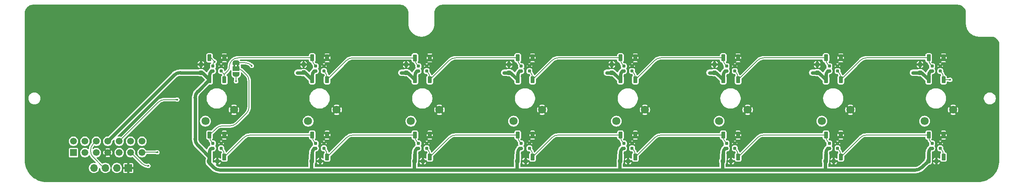
<source format=gbr>
%TF.GenerationSoftware,KiCad,Pcbnew,9.0.0*%
%TF.CreationDate,2025-04-15T08:35:35-04:00*%
%TF.ProjectId,Keypad,4b657970-6164-42e6-9b69-6361645f7063,1.0*%
%TF.SameCoordinates,Original*%
%TF.FileFunction,Copper,L1,Top*%
%TF.FilePolarity,Positive*%
%FSLAX46Y46*%
G04 Gerber Fmt 4.6, Leading zero omitted, Abs format (unit mm)*
G04 Created by KiCad (PCBNEW 9.0.0) date 2025-04-15 08:35:35*
%MOMM*%
%LPD*%
G01*
G04 APERTURE LIST*
G04 Aperture macros list*
%AMRoundRect*
0 Rectangle with rounded corners*
0 $1 Rounding radius*
0 $2 $3 $4 $5 $6 $7 $8 $9 X,Y pos of 4 corners*
0 Add a 4 corners polygon primitive as box body*
4,1,4,$2,$3,$4,$5,$6,$7,$8,$9,$2,$3,0*
0 Add four circle primitives for the rounded corners*
1,1,$1+$1,$2,$3*
1,1,$1+$1,$4,$5*
1,1,$1+$1,$6,$7*
1,1,$1+$1,$8,$9*
0 Add four rect primitives between the rounded corners*
20,1,$1+$1,$2,$3,$4,$5,0*
20,1,$1+$1,$4,$5,$6,$7,0*
20,1,$1+$1,$6,$7,$8,$9,0*
20,1,$1+$1,$8,$9,$2,$3,0*%
%AMFreePoly0*
4,1,23,0.550000,-0.750000,0.000000,-0.750000,0.000000,-0.745722,-0.065263,-0.745722,-0.191342,-0.711940,-0.304381,-0.646677,-0.396677,-0.554381,-0.461940,-0.441342,-0.495722,-0.315263,-0.495722,-0.250000,-0.500000,-0.250000,-0.500000,0.250000,-0.495722,0.250000,-0.495722,0.315263,-0.461940,0.441342,-0.396677,0.554381,-0.304381,0.646677,-0.191342,0.711940,-0.065263,0.745722,0.000000,0.745722,
0.000000,0.750000,0.550000,0.750000,0.550000,-0.750000,0.550000,-0.750000,$1*%
%AMFreePoly1*
4,1,23,0.000000,0.745722,0.065263,0.745722,0.191342,0.711940,0.304381,0.646677,0.396677,0.554381,0.461940,0.441342,0.495722,0.315263,0.495722,0.250000,0.500000,0.250000,0.500000,-0.250000,0.495722,-0.250000,0.495722,-0.315263,0.461940,-0.441342,0.396677,-0.554381,0.304381,-0.646677,0.191342,-0.711940,0.065263,-0.745722,0.000000,-0.745722,0.000000,-0.750000,-0.550000,-0.750000,
-0.550000,0.750000,0.000000,0.750000,0.000000,0.745722,0.000000,0.745722,$1*%
G04 Aperture macros list end*
%TA.AperFunction,EtchedComponent*%
%ADD10C,0.000000*%
%TD*%
%TA.AperFunction,SMDPad,CuDef*%
%ADD11RoundRect,0.225000X0.225000X-0.525000X0.225000X0.525000X-0.225000X0.525000X-0.225000X-0.525000X0*%
%TD*%
%TA.AperFunction,ComponentPad*%
%ADD12R,1.700000X1.700000*%
%TD*%
%TA.AperFunction,ComponentPad*%
%ADD13O,1.700000X1.700000*%
%TD*%
%TA.AperFunction,SMDPad,CuDef*%
%ADD14RoundRect,0.237500X0.237500X-0.250000X0.237500X0.250000X-0.237500X0.250000X-0.237500X-0.250000X0*%
%TD*%
%TA.AperFunction,ComponentPad*%
%ADD15C,1.800000*%
%TD*%
%TA.AperFunction,SMDPad,CuDef*%
%ADD16FreePoly0,270.000000*%
%TD*%
%TA.AperFunction,SMDPad,CuDef*%
%ADD17R,1.500000X1.000000*%
%TD*%
%TA.AperFunction,SMDPad,CuDef*%
%ADD18FreePoly1,270.000000*%
%TD*%
%TA.AperFunction,SMDPad,CuDef*%
%ADD19RoundRect,0.175000X-0.175000X-0.175000X0.175000X-0.175000X0.175000X0.175000X-0.175000X0.175000X0*%
%TD*%
%TA.AperFunction,SMDPad,CuDef*%
%ADD20RoundRect,0.237500X-0.250000X-0.237500X0.250000X-0.237500X0.250000X0.237500X-0.250000X0.237500X0*%
%TD*%
%TA.AperFunction,ComponentPad*%
%ADD21R,1.508000X1.508000*%
%TD*%
%TA.AperFunction,ComponentPad*%
%ADD22C,1.508000*%
%TD*%
%TA.AperFunction,ViaPad*%
%ADD23C,0.400000*%
%TD*%
%TA.AperFunction,Conductor*%
%ADD24C,0.200000*%
%TD*%
%TA.AperFunction,Conductor*%
%ADD25C,0.800000*%
%TD*%
G04 APERTURE END LIST*
D10*
%TA.AperFunction,EtchedComponent*%
%TO.C,JP1*%
G36*
X88980000Y-96770000D02*
G01*
X88580000Y-96770000D01*
X88580000Y-96270000D01*
X88980000Y-96270000D01*
X88980000Y-96770000D01*
G37*
%TD.AperFunction*%
%TA.AperFunction,EtchedComponent*%
G36*
X89780000Y-96770000D02*
G01*
X89380000Y-96770000D01*
X89380000Y-96270000D01*
X89780000Y-96270000D01*
X89780000Y-96770000D01*
G37*
%TD.AperFunction*%
%TD*%
D11*
%TO.P,D8,1,VDD*%
%TO.N,5V*%
X243230000Y-99670000D03*
%TO.P,D8,2,DOUT*%
%TO.N,1ST_ROW_DATA_OUT*%
X246530000Y-99670000D03*
%TO.P,D8,3,VSS*%
%TO.N,GND*%
X246530000Y-94770000D03*
%TO.P,D8,4,DIN*%
%TO.N,Net-(D23-DO)*%
X243230000Y-94770000D03*
%TD*%
%TO.P,D14,1,VDD*%
%TO.N,5V*%
X197530000Y-116910000D03*
%TO.P,D14,2,DOUT*%
%TO.N,Net-(D14-DOUT)*%
X200830000Y-116910000D03*
%TO.P,D14,3,VSS*%
%TO.N,GND*%
X200830000Y-112010000D03*
%TO.P,D14,4,DIN*%
%TO.N,Net-(D13-DOUT)*%
X197530000Y-112010000D03*
%TD*%
%TO.P,D13,1,VDD*%
%TO.N,5V*%
X174680000Y-116910000D03*
%TO.P,D13,2,DOUT*%
%TO.N,Net-(D13-DOUT)*%
X177980000Y-116910000D03*
%TO.P,D13,3,VSS*%
%TO.N,GND*%
X177980000Y-112010000D03*
%TO.P,D13,4,DIN*%
%TO.N,Net-(D12-DOUT)*%
X174680000Y-112010000D03*
%TD*%
D12*
%TO.P,J2,1,Pin_1*%
%TO.N,GND*%
X65200000Y-119360000D03*
D13*
%TO.P,J2,2,Pin_2*%
%TO.N,3V3*%
X62660000Y-119360000D03*
%TO.P,J2,3,Pin_3*%
%TO.N,SCREEN_SCL*%
X60120000Y-119360000D03*
%TO.P,J2,4,Pin_4*%
%TO.N,SCREEN_SDA*%
X57580000Y-119360000D03*
%TD*%
D14*
%TO.P,C2,1*%
%TO.N,5V*%
X104200000Y-98072500D03*
%TO.P,C2,2*%
%TO.N,GND*%
X104200000Y-96247500D03*
%TD*%
%TO.P,C1,1*%
%TO.N,5V*%
X81350000Y-98082500D03*
%TO.P,C1,2*%
%TO.N,GND*%
X81350000Y-96257500D03*
%TD*%
D11*
%TO.P,D12,1,VDD*%
%TO.N,5V*%
X151830000Y-116910000D03*
%TO.P,D12,2,DOUT*%
%TO.N,Net-(D12-DOUT)*%
X155130000Y-116910000D03*
%TO.P,D12,3,VSS*%
%TO.N,GND*%
X155130000Y-112010000D03*
%TO.P,D12,4,DIN*%
%TO.N,Net-(D11-DOUT)*%
X151830000Y-112010000D03*
%TD*%
D15*
%TO.P,SW8,1*%
%TO.N,BUTTON_8*%
X242310000Y-108910000D03*
%TO.P,SW8,2*%
%TO.N,GND*%
X248660000Y-106370000D03*
%TD*%
D14*
%TO.P,C7,1*%
%TO.N,5V*%
X218450000Y-98080000D03*
%TO.P,C7,2*%
%TO.N,GND*%
X218450000Y-96255000D03*
%TD*%
D16*
%TO.P,JP1,1,A*%
%TO.N,1ST_ROW_DATA_OUT*%
X89180000Y-95870000D03*
D17*
%TO.P,JP1,2,C*%
%TO.N,Net-(D25-DI)*%
X89180000Y-97170000D03*
D18*
%TO.P,JP1,3,B*%
%TO.N,RGBLED_DATA*%
X89180000Y-98470000D03*
%TD*%
D19*
%TO.P,D26,1,DO*%
%TO.N,Net-(D10-DOUT)*%
X108715000Y-114960000D03*
%TO.P,D26,2,GND*%
%TO.N,GND*%
X108715000Y-113860000D03*
%TO.P,D26,3,DI*%
%TO.N,Net-(D10-DIN)*%
X106885000Y-113860000D03*
%TO.P,D26,4,VDD*%
%TO.N,5V*%
X106885000Y-114960000D03*
%TD*%
%TO.P,D23,1,DO*%
%TO.N,Net-(D23-DO)*%
X222965000Y-97720000D03*
%TO.P,D23,2,GND*%
%TO.N,GND*%
X222965000Y-96620000D03*
%TO.P,D23,3,DI*%
%TO.N,Net-(D22-DO)*%
X221135000Y-96620000D03*
%TO.P,D23,4,VDD*%
%TO.N,5V*%
X221135000Y-97720000D03*
%TD*%
D20*
%TO.P,C11,1*%
%TO.N,5V*%
X128887500Y-117820000D03*
%TO.P,C11,2*%
%TO.N,GND*%
X130712500Y-117820000D03*
%TD*%
D11*
%TO.P,D4,1,VDD*%
%TO.N,5V*%
X151830000Y-99670000D03*
%TO.P,D4,2,DOUT*%
%TO.N,Net-(D20-DO)*%
X155130000Y-99670000D03*
%TO.P,D4,3,VSS*%
%TO.N,GND*%
X155130000Y-94770000D03*
%TO.P,D4,4,DIN*%
%TO.N,Net-(D19-DO)*%
X151830000Y-94770000D03*
%TD*%
%TO.P,D7,1,VDD*%
%TO.N,5V*%
X220380000Y-99670000D03*
%TO.P,D7,2,DOUT*%
%TO.N,Net-(D23-DO)*%
X223680000Y-99670000D03*
%TO.P,D7,3,VSS*%
%TO.N,GND*%
X223680000Y-94770000D03*
%TO.P,D7,4,DIN*%
%TO.N,Net-(D22-DO)*%
X220380000Y-94770000D03*
%TD*%
D15*
%TO.P,SW4,1*%
%TO.N,BUTTON_4*%
X150910000Y-108910000D03*
%TO.P,SW4,2*%
%TO.N,GND*%
X157260000Y-106370000D03*
%TD*%
D20*
%TO.P,C12,1*%
%TO.N,5V*%
X151737500Y-117820000D03*
%TO.P,C12,2*%
%TO.N,GND*%
X153562500Y-117820000D03*
%TD*%
D11*
%TO.P,D3,1,VDD*%
%TO.N,5V*%
X128980000Y-99680000D03*
%TO.P,D3,2,DOUT*%
%TO.N,Net-(D19-DO)*%
X132280000Y-99680000D03*
%TO.P,D3,3,VSS*%
%TO.N,GND*%
X132280000Y-94780000D03*
%TO.P,D3,4,DIN*%
%TO.N,Net-(D18-DO)*%
X128980000Y-94780000D03*
%TD*%
D19*
%TO.P,D28,1,DO*%
%TO.N,Net-(D12-DOUT)*%
X154415000Y-114960000D03*
%TO.P,D28,2,GND*%
%TO.N,GND*%
X154415000Y-113860000D03*
%TO.P,D28,3,DI*%
%TO.N,Net-(D11-DOUT)*%
X152585000Y-113860000D03*
%TO.P,D28,4,VDD*%
%TO.N,5V*%
X152585000Y-114960000D03*
%TD*%
%TO.P,D27,1,DO*%
%TO.N,Net-(D11-DOUT)*%
X131565000Y-114960000D03*
%TO.P,D27,2,GND*%
%TO.N,GND*%
X131565000Y-113860000D03*
%TO.P,D27,3,DI*%
%TO.N,Net-(D10-DOUT)*%
X129735000Y-113860000D03*
%TO.P,D27,4,VDD*%
%TO.N,5V*%
X129735000Y-114960000D03*
%TD*%
%TO.P,D20,1,DO*%
%TO.N,Net-(D20-DO)*%
X154415000Y-97720001D03*
%TO.P,D20,2,GND*%
%TO.N,GND*%
X154415000Y-96620001D03*
%TO.P,D20,3,DI*%
%TO.N,Net-(D19-DO)*%
X152585000Y-96620001D03*
%TO.P,D20,4,VDD*%
%TO.N,5V*%
X152585000Y-97720001D03*
%TD*%
D20*
%TO.P,C14,1*%
%TO.N,5V*%
X197437500Y-117820000D03*
%TO.P,C14,2*%
%TO.N,GND*%
X199262500Y-117820000D03*
%TD*%
D11*
%TO.P,D16,1,VDD*%
%TO.N,5V*%
X243230000Y-116910000D03*
%TO.P,D16,2,DOUT*%
%TO.N,unconnected-(D16-DOUT-Pad2)*%
X246530000Y-116910000D03*
%TO.P,D16,3,VSS*%
%TO.N,GND*%
X246530000Y-112010000D03*
%TO.P,D16,4,DIN*%
%TO.N,Net-(D15-DOUT)*%
X243230000Y-112010000D03*
%TD*%
%TO.P,D9,1,VDD*%
%TO.N,5V*%
X83280000Y-116910000D03*
%TO.P,D9,2,DOUT*%
%TO.N,Net-(D10-DIN)*%
X86580000Y-116910000D03*
%TO.P,D9,3,VSS*%
%TO.N,GND*%
X86580000Y-112010000D03*
%TO.P,D9,4,DIN*%
%TO.N,Net-(D25-DI)*%
X83280000Y-112010000D03*
%TD*%
D15*
%TO.P,SW6,1*%
%TO.N,BUTTON_6*%
X196610000Y-108910000D03*
%TO.P,SW6,2*%
%TO.N,GND*%
X202960000Y-106370000D03*
%TD*%
D20*
%TO.P,C9,1*%
%TO.N,5V*%
X83187500Y-117820000D03*
%TO.P,C9,2*%
%TO.N,GND*%
X85012500Y-117820000D03*
%TD*%
D19*
%TO.P,D30,1,DO*%
%TO.N,Net-(D14-DOUT)*%
X200115000Y-114960000D03*
%TO.P,D30,2,GND*%
%TO.N,GND*%
X200115000Y-113860000D03*
%TO.P,D30,3,DI*%
%TO.N,Net-(D13-DOUT)*%
X198285000Y-113860000D03*
%TO.P,D30,4,VDD*%
%TO.N,5V*%
X198285000Y-114960000D03*
%TD*%
D11*
%TO.P,D6,1,VDD*%
%TO.N,5V*%
X197530000Y-99670000D03*
%TO.P,D6,2,DOUT*%
%TO.N,Net-(D22-DO)*%
X200830000Y-99670000D03*
%TO.P,D6,3,VSS*%
%TO.N,GND*%
X200830000Y-94770000D03*
%TO.P,D6,4,DIN*%
%TO.N,Net-(D21-DO)*%
X197530000Y-94770000D03*
%TD*%
D15*
%TO.P,SW2,1*%
%TO.N,BUTTON_2*%
X105210000Y-108910000D03*
%TO.P,SW2,2*%
%TO.N,GND*%
X111560000Y-106370000D03*
%TD*%
D19*
%TO.P,D22,1,DO*%
%TO.N,Net-(D22-DO)*%
X200115000Y-97720001D03*
%TO.P,D22,2,GND*%
%TO.N,GND*%
X200115000Y-96620001D03*
%TO.P,D22,3,DI*%
%TO.N,Net-(D21-DO)*%
X198285000Y-96620001D03*
%TO.P,D22,4,VDD*%
%TO.N,5V*%
X198285000Y-97720001D03*
%TD*%
%TO.P,D18,1,DO*%
%TO.N,Net-(D18-DO)*%
X108715000Y-97720001D03*
%TO.P,D18,2,GND*%
%TO.N,GND*%
X108715000Y-96620001D03*
%TO.P,D18,3,DI*%
%TO.N,Net-(D1-DOUT)*%
X106885000Y-96620001D03*
%TO.P,D18,4,VDD*%
%TO.N,5V*%
X106885000Y-97720001D03*
%TD*%
D15*
%TO.P,SW5,1*%
%TO.N,BUTTON_5*%
X173760000Y-108910000D03*
%TO.P,SW5,2*%
%TO.N,GND*%
X180110000Y-106370000D03*
%TD*%
D14*
%TO.P,C8,1*%
%TO.N,5V*%
X241300000Y-98082500D03*
%TO.P,C8,2*%
%TO.N,GND*%
X241300000Y-96257500D03*
%TD*%
D19*
%TO.P,D17,1,DO*%
%TO.N,Net-(D1-DOUT)*%
X85865000Y-97720001D03*
%TO.P,D17,2,GND*%
%TO.N,GND*%
X85865000Y-96620001D03*
%TO.P,D17,3,DI*%
%TO.N,RGBLED_DATA*%
X84035000Y-96620001D03*
%TO.P,D17,4,VDD*%
%TO.N,5V*%
X84035000Y-97720001D03*
%TD*%
%TO.P,D29,1,DO*%
%TO.N,Net-(D13-DOUT)*%
X177265000Y-114960000D03*
%TO.P,D29,2,GND*%
%TO.N,GND*%
X177265000Y-113860000D03*
%TO.P,D29,3,DI*%
%TO.N,Net-(D12-DOUT)*%
X175435000Y-113860000D03*
%TO.P,D29,4,VDD*%
%TO.N,5V*%
X175435000Y-114960000D03*
%TD*%
D20*
%TO.P,C10,1*%
%TO.N,5V*%
X106037500Y-117820000D03*
%TO.P,C10,2*%
%TO.N,GND*%
X107862500Y-117820000D03*
%TD*%
D19*
%TO.P,D32,1,DO*%
%TO.N,unconnected-(D16-DOUT-Pad2)*%
X245815000Y-114960001D03*
%TO.P,D32,2,GND*%
%TO.N,GND*%
X245815000Y-113860001D03*
%TO.P,D32,3,DI*%
%TO.N,Net-(D15-DOUT)*%
X243985000Y-113860001D03*
%TO.P,D32,4,VDD*%
%TO.N,5V*%
X243985000Y-114960001D03*
%TD*%
D20*
%TO.P,C15,1*%
%TO.N,5V*%
X220287500Y-117820000D03*
%TO.P,C15,2*%
%TO.N,GND*%
X222112500Y-117820000D03*
%TD*%
D14*
%TO.P,C6,1*%
%TO.N,5V*%
X195600000Y-98082500D03*
%TO.P,C6,2*%
%TO.N,GND*%
X195600000Y-96257500D03*
%TD*%
D15*
%TO.P,SW3,1*%
%TO.N,BUTTON_3*%
X128060000Y-108910000D03*
%TO.P,SW3,2*%
%TO.N,GND*%
X134410000Y-106370000D03*
%TD*%
D19*
%TO.P,D19,1,DO*%
%TO.N,Net-(D19-DO)*%
X131565000Y-97730001D03*
%TO.P,D19,2,GND*%
%TO.N,GND*%
X131565000Y-96630001D03*
%TO.P,D19,3,DI*%
%TO.N,Net-(D18-DO)*%
X129735000Y-96630001D03*
%TO.P,D19,4,VDD*%
%TO.N,5V*%
X129735000Y-97730001D03*
%TD*%
D11*
%TO.P,D2,1,VDD*%
%TO.N,5V*%
X106130000Y-99670000D03*
%TO.P,D2,2,DOUT*%
%TO.N,Net-(D18-DO)*%
X109430000Y-99670000D03*
%TO.P,D2,3,VSS*%
%TO.N,GND*%
X109430000Y-94770000D03*
%TO.P,D2,4,DIN*%
%TO.N,Net-(D1-DOUT)*%
X106130000Y-94770000D03*
%TD*%
D14*
%TO.P,C3,1*%
%TO.N,5V*%
X127050000Y-98082500D03*
%TO.P,C3,2*%
%TO.N,GND*%
X127050000Y-96257500D03*
%TD*%
%TO.P,C4,1*%
%TO.N,5V*%
X149900000Y-98082500D03*
%TO.P,C4,2*%
%TO.N,GND*%
X149900000Y-96257500D03*
%TD*%
D11*
%TO.P,D5,1,VDD*%
%TO.N,5V*%
X174680000Y-99670000D03*
%TO.P,D5,2,DOUT*%
%TO.N,Net-(D21-DO)*%
X177980000Y-99670000D03*
%TO.P,D5,3,VSS*%
%TO.N,GND*%
X177980000Y-94770000D03*
%TO.P,D5,4,DIN*%
%TO.N,Net-(D20-DO)*%
X174680000Y-94770000D03*
%TD*%
%TO.P,D15,1,VDD*%
%TO.N,5V*%
X220380000Y-116910000D03*
%TO.P,D15,2,DOUT*%
%TO.N,Net-(D15-DOUT)*%
X223680000Y-116910000D03*
%TO.P,D15,3,VSS*%
%TO.N,GND*%
X223680000Y-112010000D03*
%TO.P,D15,4,DIN*%
%TO.N,Net-(D14-DOUT)*%
X220380000Y-112010000D03*
%TD*%
D19*
%TO.P,D21,1,DO*%
%TO.N,Net-(D21-DO)*%
X177265000Y-97720001D03*
%TO.P,D21,2,GND*%
%TO.N,GND*%
X177265000Y-96620001D03*
%TO.P,D21,3,DI*%
%TO.N,Net-(D20-DO)*%
X175435000Y-96620001D03*
%TO.P,D21,4,VDD*%
%TO.N,5V*%
X175435000Y-97720001D03*
%TD*%
%TO.P,D25,1,DO*%
%TO.N,Net-(D10-DIN)*%
X85865000Y-114960000D03*
%TO.P,D25,2,GND*%
%TO.N,GND*%
X85865000Y-113860000D03*
%TO.P,D25,3,DI*%
%TO.N,Net-(D25-DI)*%
X84035000Y-113860000D03*
%TO.P,D25,4,VDD*%
%TO.N,5V*%
X84035000Y-114960000D03*
%TD*%
D21*
%TO.P,J1,1,1*%
%TO.N,BUTTON_1*%
X53020000Y-115940000D03*
D22*
%TO.P,J1,2,2*%
%TO.N,BUTTON_2*%
X53020000Y-113400000D03*
%TO.P,J1,3,3*%
%TO.N,BUTTON_3*%
X55560000Y-115940000D03*
%TO.P,J1,4,4*%
%TO.N,BUTTON_4*%
X55560000Y-113400000D03*
%TO.P,J1,5,5*%
%TO.N,3V3*%
X58100000Y-115940000D03*
%TO.P,J1,6,6*%
%TO.N,SCREEN_SCL*%
X58100000Y-113400000D03*
%TO.P,J1,7,7*%
%TO.N,GND*%
X60640000Y-115940000D03*
%TO.P,J1,8,8*%
%TO.N,5V*%
X60640000Y-113400000D03*
%TO.P,J1,9,9*%
%TO.N,SCREEN_SDA*%
X63180000Y-115940000D03*
%TO.P,J1,10,10*%
%TO.N,RGBLED_DATA*%
X63180000Y-113400000D03*
%TO.P,J1,11,11*%
%TO.N,BUTTON_7*%
X65720000Y-115940000D03*
%TO.P,J1,12,12*%
%TO.N,BUTTON_8*%
X65720000Y-113400000D03*
%TO.P,J1,13,13*%
%TO.N,BUTTON_5*%
X68260000Y-115940000D03*
%TO.P,J1,14,14*%
%TO.N,BUTTON_6*%
X68260000Y-113400000D03*
%TD*%
D20*
%TO.P,C13,1*%
%TO.N,5V*%
X174587500Y-117820000D03*
%TO.P,C13,2*%
%TO.N,GND*%
X176412500Y-117820000D03*
%TD*%
D11*
%TO.P,D10,1,VDD*%
%TO.N,5V*%
X106130000Y-116910000D03*
%TO.P,D10,2,DOUT*%
%TO.N,Net-(D10-DOUT)*%
X109430000Y-116910000D03*
%TO.P,D10,3,VSS*%
%TO.N,GND*%
X109430000Y-112010000D03*
%TO.P,D10,4,DIN*%
%TO.N,Net-(D10-DIN)*%
X106130000Y-112010000D03*
%TD*%
%TO.P,D1,1,VDD*%
%TO.N,5V*%
X83280000Y-99670000D03*
%TO.P,D1,2,DOUT*%
%TO.N,Net-(D1-DOUT)*%
X86580000Y-99670000D03*
%TO.P,D1,3,VSS*%
%TO.N,GND*%
X86580000Y-94770000D03*
%TO.P,D1,4,DIN*%
%TO.N,RGBLED_DATA*%
X83280000Y-94770000D03*
%TD*%
D15*
%TO.P,SW7,1*%
%TO.N,BUTTON_7*%
X219460000Y-108910000D03*
%TO.P,SW7,2*%
%TO.N,GND*%
X225810000Y-106370000D03*
%TD*%
%TO.P,SW1,1*%
%TO.N,BUTTON_1*%
X82360000Y-108910000D03*
%TO.P,SW1,2*%
%TO.N,GND*%
X88710000Y-106370000D03*
%TD*%
D19*
%TO.P,D24,1,DO*%
%TO.N,1ST_ROW_DATA_OUT*%
X245815000Y-97720001D03*
%TO.P,D24,2,GND*%
%TO.N,GND*%
X245815000Y-96620001D03*
%TO.P,D24,3,DI*%
%TO.N,Net-(D23-DO)*%
X243985000Y-96620001D03*
%TO.P,D24,4,VDD*%
%TO.N,5V*%
X243985000Y-97720001D03*
%TD*%
D14*
%TO.P,C5,1*%
%TO.N,5V*%
X172750000Y-98082500D03*
%TO.P,C5,2*%
%TO.N,GND*%
X172750000Y-96257500D03*
%TD*%
D19*
%TO.P,D31,1,DO*%
%TO.N,Net-(D15-DOUT)*%
X222965000Y-114960001D03*
%TO.P,D31,2,GND*%
%TO.N,GND*%
X222965000Y-113860001D03*
%TO.P,D31,3,DI*%
%TO.N,Net-(D14-DOUT)*%
X221135000Y-113860001D03*
%TO.P,D31,4,VDD*%
%TO.N,5V*%
X221135000Y-114960001D03*
%TD*%
D20*
%TO.P,C16,1*%
%TO.N,5V*%
X243137500Y-117820000D03*
%TO.P,C16,2*%
%TO.N,GND*%
X244962500Y-117820000D03*
%TD*%
D11*
%TO.P,D11,1,VDD*%
%TO.N,5V*%
X128980000Y-116910000D03*
%TO.P,D11,2,DOUT*%
%TO.N,Net-(D11-DOUT)*%
X132280000Y-116910000D03*
%TO.P,D11,3,VSS*%
%TO.N,GND*%
X132280000Y-112010000D03*
%TO.P,D11,4,DIN*%
%TO.N,Net-(D10-DOUT)*%
X128980000Y-112010000D03*
%TD*%
D23*
%TO.N,BUTTON_5*%
X71690000Y-115850000D03*
%TO.N,BUTTON_7*%
X69670000Y-118880000D03*
%TO.N,RGBLED_DATA*%
X84410000Y-95640000D03*
X76110000Y-104090000D03*
X89180000Y-100020000D03*
%TO.N,5V*%
X148770000Y-98080000D03*
X75155000Y-98885000D03*
X217320000Y-98080000D03*
X239700000Y-98080000D03*
X102820000Y-98080000D03*
X194470000Y-98080000D03*
X125930000Y-98080000D03*
X171620000Y-98080000D03*
%TO.N,GND*%
X89840000Y-103850000D03*
X103620000Y-116150000D03*
X59230000Y-112120000D03*
X68720000Y-117590000D03*
X89840000Y-102990000D03*
X89110000Y-116100000D03*
X84930000Y-116420000D03*
X56230000Y-111210000D03*
X87700000Y-99300000D03*
X88920000Y-103850000D03*
X85430000Y-93680000D03*
X88920000Y-102990000D03*
X87990000Y-93670000D03*
X86880000Y-96410000D03*
%TO.N,1ST_ROW_DATA_OUT*%
X248010000Y-99670000D03*
X92670000Y-96560000D03*
%TD*%
D24*
%TO.N,BUTTON_5*%
X68250000Y-115840000D02*
X71680000Y-115840000D01*
X71680000Y-115840000D02*
X71690000Y-115850000D01*
%TO.N,BUTTON_7*%
X65730000Y-115840000D02*
X65710000Y-115840000D01*
X69670000Y-118880000D02*
X69598427Y-118880000D01*
X68184213Y-118294213D02*
X65730000Y-115840000D01*
X68184213Y-118294213D02*
G75*
G03*
X69598427Y-118879981I1414187J1414213D01*
G01*
%TO.N,3V3*%
X58090000Y-115840000D02*
X58540000Y-115840000D01*
X62060000Y-119360000D02*
X62660000Y-119360000D01*
%TO.N,RGBLED_DATA*%
X84410000Y-95640000D02*
X83540000Y-94770000D01*
X84035000Y-96429214D02*
X84035000Y-96620001D01*
X83540000Y-94770000D02*
X83280000Y-94770000D01*
X89180000Y-98470000D02*
X89180000Y-100020000D01*
X84410000Y-95640000D02*
X84327893Y-95722107D01*
X73318427Y-104090000D02*
X76110000Y-104090000D01*
X63180000Y-113400000D02*
X71904214Y-104675786D01*
X84035000Y-96429214D02*
G75*
G02*
X84327886Y-95722100I1000000J14D01*
G01*
X73318427Y-104090000D02*
G75*
G03*
X71904200Y-104675772I-27J-2000000D01*
G01*
%TO.N,SCREEN_SCL*%
X56820000Y-115398427D02*
X56820000Y-115541573D01*
X59810000Y-119360000D02*
X60120000Y-119360000D01*
X58090000Y-113300000D02*
X57405786Y-113984214D01*
X57405787Y-116955787D02*
X59810000Y-119360000D01*
X57405786Y-113984214D02*
G75*
G03*
X56820019Y-115398427I1414214J-1414186D01*
G01*
X57405787Y-116955787D02*
G75*
G02*
X56820019Y-115541573I1414213J1414187D01*
G01*
D25*
%TO.N,5V*%
X175119340Y-97730660D02*
X175130000Y-97720000D01*
X243669340Y-114970660D02*
X243680000Y-114960000D01*
X194470000Y-98080000D02*
X195597500Y-98080000D01*
X128825000Y-119825000D02*
X128820000Y-119830000D01*
X197970001Y-114959999D02*
X198285000Y-114959999D01*
X197375000Y-119825000D02*
X197370000Y-119830000D01*
X105975000Y-117820000D02*
X105975000Y-119825000D01*
X128980000Y-116910000D02*
X128980000Y-116021320D01*
X106590001Y-114959999D02*
X106885000Y-114959999D01*
X83572893Y-115087107D02*
X83700000Y-114960000D01*
X173092500Y-98082500D02*
X174680000Y-99670000D01*
X175130000Y-97720000D02*
X175435000Y-97720000D01*
X197980000Y-97720000D02*
X198285000Y-97720000D01*
X197375000Y-117820000D02*
X197375000Y-119825000D01*
X83719340Y-97730660D02*
X83730000Y-97720000D01*
X127050000Y-98082500D02*
X127382500Y-98082500D01*
X150242500Y-98082500D02*
X151830000Y-99670000D01*
X83125000Y-117820000D02*
X83125000Y-118175000D01*
X220225000Y-119825000D02*
X220220000Y-119830000D01*
X220819340Y-114970660D02*
X220830000Y-114960000D01*
X75155000Y-98885000D02*
X60640000Y-113400000D01*
X104192500Y-98080000D02*
X104200000Y-98072500D01*
X241300000Y-98082500D02*
X241642500Y-98082500D01*
X172750000Y-98082500D02*
X173092500Y-98082500D01*
X128980000Y-99680000D02*
X128980000Y-99214999D01*
X220380000Y-116910000D02*
X220380000Y-116031320D01*
X125932500Y-98082500D02*
X125930000Y-98080000D01*
X105975000Y-119825000D02*
X105970000Y-119830000D01*
X220819340Y-97730660D02*
X220830001Y-97719999D01*
X105970000Y-119830000D02*
X128820000Y-119830000D01*
X218790000Y-98080000D02*
X220380000Y-99670000D01*
X80080000Y-103698427D02*
X80080000Y-112881573D01*
X106130000Y-116910000D02*
X106130000Y-116041320D01*
X83280000Y-99670000D02*
X80665786Y-102284214D01*
X152290001Y-114959999D02*
X152585000Y-114959999D01*
X106569340Y-97730660D02*
X106580000Y-97720000D01*
X195597500Y-98080000D02*
X195600000Y-98082500D01*
X152269340Y-114980660D02*
X152290001Y-114959999D01*
X76785927Y-98082500D02*
X81350000Y-98082500D01*
X197530000Y-99670000D02*
X197530000Y-98791320D01*
X83125000Y-118175000D02*
X84194214Y-119244214D01*
X75155000Y-98885000D02*
X75371714Y-98668286D01*
X129419340Y-114960660D02*
X129420001Y-114959999D01*
X129735000Y-97730000D02*
X129430000Y-97730000D01*
X243230000Y-99670000D02*
X243230000Y-98801320D01*
X151830000Y-116910000D02*
X151830000Y-116041320D01*
X81350000Y-98082500D02*
X81692500Y-98082500D01*
X80665787Y-114295787D02*
X83280000Y-116910000D01*
X218450000Y-98080000D02*
X218790000Y-98080000D01*
X127382500Y-98082500D02*
X128980000Y-99680000D01*
X220830001Y-97719999D02*
X221135000Y-97719999D01*
X83730000Y-97720000D02*
X84035000Y-97720000D01*
X175130001Y-114959999D02*
X175435000Y-114959999D01*
X151675000Y-119825000D02*
X151670000Y-119830000D01*
X148772500Y-98082500D02*
X148770000Y-98080000D01*
X174680000Y-116910000D02*
X174680000Y-116031320D01*
X128980000Y-98801320D02*
X128980000Y-99680000D01*
X149900000Y-98082500D02*
X150242500Y-98082500D01*
X174525000Y-117820000D02*
X174525000Y-119825000D01*
X243669340Y-97740660D02*
X243690000Y-97720000D01*
X174680000Y-99670000D02*
X174680000Y-98791320D01*
X175119340Y-114970660D02*
X175130001Y-114959999D01*
X195600000Y-98082500D02*
X195942500Y-98082500D01*
X172747500Y-98080000D02*
X172750000Y-98082500D01*
X102820000Y-98080000D02*
X104192500Y-98080000D01*
X151675000Y-117820000D02*
X151675000Y-119825000D01*
X83700000Y-114960000D02*
X84035000Y-114960000D01*
X243230000Y-116910000D02*
X243230000Y-116031320D01*
X129420001Y-114959999D02*
X129735000Y-114959999D01*
X197530000Y-116910000D02*
X197530000Y-116021320D01*
X217320000Y-98080000D02*
X218450000Y-98080000D01*
X220225000Y-117820000D02*
X220225000Y-119825000D01*
X197969340Y-114960660D02*
X197970001Y-114959999D01*
X220830000Y-114960000D02*
X221135000Y-114960000D01*
X241300000Y-98082500D02*
X239702500Y-98082500D01*
X129430000Y-97730000D02*
X129419340Y-97740660D01*
X83280000Y-116910000D02*
X83280000Y-115794214D01*
X220380000Y-99670000D02*
X220380000Y-98791320D01*
X243680000Y-114960000D02*
X243985000Y-114960000D01*
X127050000Y-98082500D02*
X125932500Y-98082500D01*
X152280000Y-97720000D02*
X152585000Y-97720000D01*
X241642500Y-98082500D02*
X243230000Y-99670000D01*
X171620000Y-98080000D02*
X172747500Y-98080000D01*
X106580000Y-97720000D02*
X106885000Y-97720000D01*
X128825000Y-117820000D02*
X128825000Y-119825000D01*
X106569340Y-114980660D02*
X106590001Y-114959999D01*
X104532500Y-98072500D02*
X106130000Y-99670000D01*
X197969340Y-97730660D02*
X197980000Y-97720000D01*
X243690000Y-97720000D02*
X243985000Y-97720000D01*
X151830000Y-99670000D02*
X151830000Y-98791320D01*
X239702500Y-98082500D02*
X239700000Y-98080000D01*
X152269340Y-97730660D02*
X152280000Y-97720000D01*
X197370000Y-119830000D02*
X220220000Y-119830000D01*
X174520000Y-119830000D02*
X197370000Y-119830000D01*
X151670000Y-119830000D02*
X174520000Y-119830000D01*
X128820000Y-119830000D02*
X151670000Y-119830000D01*
X195942500Y-98082500D02*
X197530000Y-99670000D01*
X174525000Y-119825000D02*
X174520000Y-119830000D01*
X104200000Y-98072500D02*
X104532500Y-98072500D01*
X85608427Y-119830000D02*
X105970000Y-119830000D01*
X83280000Y-99670000D02*
X83280000Y-98791320D01*
X241650787Y-119244213D02*
X243075000Y-117820000D01*
X220220000Y-119830000D02*
X240236573Y-119830000D01*
X106130000Y-99670000D02*
X106130000Y-98791320D01*
X81692500Y-98082500D02*
X83280000Y-99670000D01*
X149900000Y-98082500D02*
X148772500Y-98082500D01*
X241650787Y-119244213D02*
G75*
G02*
X240236573Y-119829981I-1414187J1414213D01*
G01*
X197969340Y-97730660D02*
G75*
G03*
X197530014Y-98791320I1060660J-1060640D01*
G01*
X83280000Y-115794214D02*
G75*
G02*
X83572886Y-115087100I1000000J14D01*
G01*
X151830000Y-116041320D02*
G75*
G02*
X152269330Y-114980650I1500000J20D01*
G01*
X83280000Y-98791320D02*
G75*
G02*
X83719330Y-97730650I1500000J20D01*
G01*
X85608427Y-119830000D02*
G75*
G02*
X84194200Y-119244228I-27J2000000D01*
G01*
X174680000Y-98791320D02*
G75*
G02*
X175119330Y-97730650I1500000J20D01*
G01*
X129419340Y-114960660D02*
G75*
G03*
X128980014Y-116021320I1060660J-1060640D01*
G01*
X151830000Y-98791320D02*
G75*
G02*
X152269330Y-97730650I1500000J20D01*
G01*
X243230000Y-98801320D02*
G75*
G02*
X243669330Y-97740650I1500000J20D01*
G01*
X197969340Y-114960660D02*
G75*
G03*
X197530014Y-116021320I1060660J-1060640D01*
G01*
X220380000Y-98791320D02*
G75*
G02*
X220819330Y-97730650I1500000J20D01*
G01*
X106569340Y-114980660D02*
G75*
G03*
X106130014Y-116041320I1060660J-1060640D01*
G01*
X80665786Y-102284214D02*
G75*
G03*
X80080019Y-103698427I1414214J-1414186D01*
G01*
X80080000Y-112881573D02*
G75*
G03*
X80665773Y-114295801I2000000J-27D01*
G01*
X75371714Y-98668286D02*
G75*
G02*
X76785927Y-98082519I1414186J-1414214D01*
G01*
X174680000Y-116031320D02*
G75*
G02*
X175119330Y-114970650I1500000J20D01*
G01*
X220380000Y-116031320D02*
G75*
G02*
X220819330Y-114970650I1500000J20D01*
G01*
X243230000Y-116031320D02*
G75*
G02*
X243669330Y-114970650I1500000J20D01*
G01*
X128980000Y-98801320D02*
G75*
G02*
X129419330Y-97740650I1500000J20D01*
G01*
X106130000Y-98791320D02*
G75*
G02*
X106569330Y-97730650I1500000J20D01*
G01*
D24*
%TO.N,Net-(D1-DOUT)*%
X106130000Y-94770000D02*
X106130000Y-95036574D01*
X87670000Y-96788427D02*
X87670000Y-96915786D01*
X85865000Y-97720001D02*
X86580000Y-98435001D01*
X88274213Y-95355787D02*
X88255786Y-95374214D01*
X86580000Y-98435001D02*
X86580000Y-99670000D01*
X106130000Y-94770000D02*
X89688427Y-94770000D01*
X106715787Y-96450788D02*
X106885000Y-96620001D01*
X87377107Y-97622893D02*
X86580000Y-98420000D01*
X86580000Y-98420000D02*
X86580000Y-98435001D01*
X87670000Y-96788427D02*
G75*
G02*
X88255772Y-95374200I2000000J27D01*
G01*
X88274213Y-95355787D02*
G75*
G02*
X89688427Y-94770019I1414187J-1414213D01*
G01*
X106130000Y-95036574D02*
G75*
G03*
X106715774Y-96450801I2000000J-26D01*
G01*
X87670000Y-96915786D02*
G75*
G02*
X87377114Y-97622900I-1000000J-14D01*
G01*
%TO.N,1ST_ROW_DATA_OUT*%
X89180000Y-95870000D02*
X91151573Y-95870000D01*
X246530000Y-99670000D02*
X246530000Y-99263428D01*
X246530000Y-99670000D02*
X248010000Y-99670000D01*
X92565787Y-96455787D02*
X92670000Y-96560000D01*
X245944213Y-97849214D02*
X245815000Y-97720001D01*
X91151573Y-95870000D02*
G75*
G02*
X92565801Y-96455773I27J-2000000D01*
G01*
X245944213Y-97849214D02*
G75*
G02*
X246529980Y-99263428I-1414213J-1414186D01*
G01*
%TO.N,Net-(D10-DIN)*%
X92308427Y-112010000D02*
X106130000Y-112010000D01*
X86580000Y-116910000D02*
X86580000Y-116503427D01*
X85994213Y-115089213D02*
X85865000Y-114960000D01*
X106715787Y-113690787D02*
X106885000Y-113860000D01*
X106130000Y-112010000D02*
X106130000Y-112276573D01*
X86580000Y-116910000D02*
X90894214Y-112595786D01*
X92308427Y-112010000D02*
G75*
G03*
X90894200Y-112595772I-27J-2000000D01*
G01*
X85994213Y-115089213D02*
G75*
G02*
X86579981Y-116503427I-1414213J-1414187D01*
G01*
X106715787Y-113690787D02*
G75*
G02*
X106130019Y-112276573I1414213J1414187D01*
G01*
%TO.N,Net-(D10-DOUT)*%
X115158427Y-112010000D02*
X128980000Y-112010000D01*
X129565787Y-113690787D02*
X129735000Y-113860000D01*
X109430000Y-116910000D02*
X113744214Y-112595786D01*
X109430000Y-116910000D02*
X109430000Y-116503427D01*
X108844213Y-115089213D02*
X108715000Y-114960000D01*
X128980000Y-112010000D02*
X128980000Y-112276573D01*
X129565787Y-113690787D02*
G75*
G02*
X128980019Y-112276573I1414213J1414187D01*
G01*
X109430000Y-116503427D02*
G75*
G03*
X108844227Y-115089199I-2000000J27D01*
G01*
X113744214Y-112595786D02*
G75*
G02*
X115158427Y-112010019I1414186J-1414214D01*
G01*
%TO.N,Net-(D11-DOUT)*%
X131694213Y-115089213D02*
X131565000Y-114960000D01*
X132280000Y-116910000D02*
X132280000Y-116503427D01*
X151830000Y-112010000D02*
X151830000Y-112276573D01*
X132280000Y-116910000D02*
X136594214Y-112595786D01*
X152415787Y-113690787D02*
X152585000Y-113860000D01*
X138008427Y-112010000D02*
X151830000Y-112010000D01*
X151830000Y-112276573D02*
G75*
G03*
X152415773Y-113690801I2000000J-27D01*
G01*
X131694213Y-115089213D02*
G75*
G02*
X132279981Y-116503427I-1414213J-1414187D01*
G01*
X138008427Y-112010000D02*
G75*
G03*
X136594200Y-112595772I-27J-2000000D01*
G01*
%TO.N,Net-(D12-DOUT)*%
X174680000Y-112010000D02*
X174680000Y-112276573D01*
X154544213Y-115089213D02*
X154415000Y-114960000D01*
X155130000Y-116910000D02*
X155130000Y-116503427D01*
X160858427Y-112010000D02*
X174680000Y-112010000D01*
X175265787Y-113690787D02*
X175435000Y-113860000D01*
X155130000Y-116910000D02*
X159444214Y-112595786D01*
X175265787Y-113690787D02*
G75*
G02*
X174680019Y-112276573I1414213J1414187D01*
G01*
X154544213Y-115089213D02*
G75*
G02*
X155129981Y-116503427I-1414213J-1414187D01*
G01*
X159444214Y-112595786D02*
G75*
G02*
X160858427Y-112010019I1414186J-1414214D01*
G01*
%TO.N,Net-(D13-DOUT)*%
X197530000Y-112010000D02*
X197530000Y-112276573D01*
X177394213Y-115089213D02*
X177265000Y-114960000D01*
X183708427Y-112010000D02*
X197530000Y-112010000D01*
X198115787Y-113690787D02*
X198285000Y-113860000D01*
X177980000Y-116910000D02*
X177980000Y-116503427D01*
X177980000Y-116910000D02*
X182294214Y-112595786D01*
X177980000Y-116503427D02*
G75*
G03*
X177394227Y-115089199I-2000000J27D01*
G01*
X183708427Y-112010000D02*
G75*
G03*
X182294200Y-112595772I-27J-2000000D01*
G01*
X197530000Y-112276573D02*
G75*
G03*
X198115773Y-113690801I2000000J-27D01*
G01*
%TO.N,Net-(D14-DOUT)*%
X206558427Y-112010000D02*
X220380000Y-112010000D01*
X200244213Y-115089213D02*
X200115000Y-114960000D01*
X200830000Y-116910000D02*
X200830000Y-116503427D01*
X220380000Y-112010000D02*
X220380000Y-112276574D01*
X200830000Y-116910000D02*
X205144214Y-112595786D01*
X220965787Y-113690788D02*
X221135000Y-113860001D01*
X205144214Y-112595786D02*
G75*
G02*
X206558427Y-112010019I1414186J-1414214D01*
G01*
X220965787Y-113690788D02*
G75*
G02*
X220380018Y-112276574I1414213J1414188D01*
G01*
X200244213Y-115089213D02*
G75*
G02*
X200829981Y-116503427I-1414213J-1414187D01*
G01*
%TO.N,Net-(D15-DOUT)*%
X223680000Y-116910000D02*
X223680000Y-116503428D01*
X229408427Y-112010000D02*
X243230000Y-112010000D01*
X243230000Y-112010000D02*
X243230000Y-112276574D01*
X223094213Y-115089214D02*
X222965000Y-114960001D01*
X243815787Y-113690788D02*
X243985000Y-113860001D01*
X223680000Y-116910000D02*
X227994214Y-112595786D01*
X223680000Y-116503428D02*
G75*
G03*
X223094227Y-115089200I-2000000J28D01*
G01*
X229408427Y-112010000D02*
G75*
G03*
X227994200Y-112595772I-27J-2000000D01*
G01*
X243815787Y-113690788D02*
G75*
G02*
X243230018Y-112276574I1414213J1414188D01*
G01*
%TO.N,unconnected-(D16-DOUT-Pad2)*%
X245944213Y-115089214D02*
X245815000Y-114960001D01*
X246530000Y-116910000D02*
X246530000Y-116503428D01*
X245944213Y-115089214D02*
G75*
G02*
X246529980Y-116503428I-1414213J-1414186D01*
G01*
%TO.N,Net-(D18-DO)*%
X115148427Y-94780000D02*
X128980000Y-94780000D01*
X128980000Y-94780000D02*
X128980000Y-95046574D01*
X109430000Y-99268427D02*
X109430000Y-99670000D01*
X129565787Y-96460788D02*
X129735000Y-96630001D01*
X109430000Y-99670000D02*
X113734214Y-95365786D01*
X108715000Y-97725000D02*
X108844214Y-97854214D01*
X108715000Y-97720001D02*
X108715000Y-97725000D01*
X128980000Y-95046574D02*
G75*
G03*
X129565774Y-96460801I2000000J-26D01*
G01*
X113734214Y-95365786D02*
G75*
G02*
X115148427Y-94780019I1414186J-1414214D01*
G01*
X109430000Y-99268427D02*
G75*
G03*
X108844228Y-97854200I-2000000J27D01*
G01*
%TO.N,Net-(D19-DO)*%
X151830000Y-94770000D02*
X151830000Y-95036574D01*
X132280000Y-99268427D02*
X132280000Y-99680000D01*
X132280000Y-99680000D02*
X136604214Y-95355786D01*
X131570001Y-97730001D02*
X131694214Y-97854214D01*
X152415787Y-96450788D02*
X152585000Y-96620001D01*
X138018427Y-94770000D02*
X151830000Y-94770000D01*
X131565000Y-97730001D02*
X131570001Y-97730001D01*
X152415787Y-96450788D02*
G75*
G02*
X151830018Y-95036574I1414213J1414188D01*
G01*
X136604214Y-95355786D02*
G75*
G02*
X138018427Y-94770019I1414186J-1414214D01*
G01*
X132280000Y-99268427D02*
G75*
G03*
X131694228Y-97854200I-2000000J27D01*
G01*
%TO.N,Net-(D20-DO)*%
X174680000Y-94770000D02*
X174680000Y-95036574D01*
X155130000Y-99670000D02*
X159444214Y-95355786D01*
X160858427Y-94770000D02*
X174680000Y-94770000D01*
X154415000Y-97720001D02*
X154420001Y-97720001D01*
X155130000Y-99258427D02*
X155130000Y-99670000D01*
X175265787Y-96450788D02*
X175435000Y-96620001D01*
X154420001Y-97720001D02*
X154544214Y-97844214D01*
X175265787Y-96450788D02*
G75*
G02*
X174680018Y-95036574I1414213J1414188D01*
G01*
X159444214Y-95355786D02*
G75*
G02*
X160858427Y-94770019I1414186J-1414214D01*
G01*
X155130000Y-99258427D02*
G75*
G03*
X154544228Y-97844200I-2000000J27D01*
G01*
%TO.N,Net-(D21-DO)*%
X177980000Y-99670000D02*
X182294214Y-95355786D01*
X198115787Y-96450788D02*
X198285000Y-96620001D01*
X177394213Y-97849214D02*
X177265000Y-97720001D01*
X197530000Y-94770000D02*
X197530000Y-95036574D01*
X177980000Y-99670000D02*
X177980000Y-99263428D01*
X183708427Y-94770000D02*
X197530000Y-94770000D01*
X177394213Y-97849214D02*
G75*
G02*
X177979980Y-99263428I-1414213J-1414186D01*
G01*
X183708427Y-94770000D02*
G75*
G03*
X182294200Y-95355772I-27J-2000000D01*
G01*
X198115787Y-96450788D02*
G75*
G02*
X197530018Y-95036574I1414213J1414188D01*
G01*
%TO.N,Net-(D22-DO)*%
X206558427Y-94770000D02*
X220380000Y-94770000D01*
X200244213Y-97849214D02*
X200115000Y-97720001D01*
X220965787Y-96450787D02*
X221135000Y-96620000D01*
X200830000Y-99670000D02*
X200830000Y-99263428D01*
X200830000Y-99670000D02*
X205144214Y-95355786D01*
X220380000Y-94770000D02*
X220380000Y-95036573D01*
X200830000Y-99263428D02*
G75*
G03*
X200244227Y-97849200I-2000000J28D01*
G01*
X220965787Y-96450787D02*
G75*
G02*
X220380019Y-95036573I1414213J1414187D01*
G01*
X206558427Y-94770000D02*
G75*
G03*
X205144200Y-95355772I-27J-2000000D01*
G01*
%TO.N,Net-(D23-DO)*%
X223680000Y-99670000D02*
X227994214Y-95355786D01*
X243230000Y-94770000D02*
X243230000Y-95036574D01*
X223094213Y-97849213D02*
X222965000Y-97720000D01*
X229408427Y-94770000D02*
X243230000Y-94770000D01*
X243815787Y-96450788D02*
X243985000Y-96620001D01*
X223680000Y-99670000D02*
X223680000Y-99263427D01*
X223094213Y-97849213D02*
G75*
G02*
X223679981Y-99263427I-1414213J-1414187D01*
G01*
X243230000Y-95036574D02*
G75*
G03*
X243815774Y-96450801I2000000J-26D01*
G01*
X229408427Y-94770000D02*
G75*
G03*
X227994200Y-95355772I-27J-2000000D01*
G01*
%TO.N,Net-(D25-DI)*%
X89180000Y-97170000D02*
X89301573Y-97170000D01*
X83865787Y-113690787D02*
X84035000Y-113860000D01*
X90715787Y-97755787D02*
X91484214Y-98524214D01*
X83280000Y-112010000D02*
X83280000Y-112276573D01*
X87861573Y-109960000D02*
X86158427Y-109960000D01*
X92070000Y-99938427D02*
X92070000Y-105751573D01*
X84744213Y-110545787D02*
X83280000Y-112010000D01*
X91484213Y-107165787D02*
X89275786Y-109374214D01*
X92070000Y-105751573D02*
G75*
G02*
X91484227Y-107165801I-2000000J-27D01*
G01*
X89301573Y-97170000D02*
G75*
G02*
X90715801Y-97755773I27J-2000000D01*
G01*
X92070000Y-99938427D02*
G75*
G03*
X91484228Y-98524200I-2000000J27D01*
G01*
X87861573Y-109960000D02*
G75*
G03*
X89275800Y-109374228I27J2000000D01*
G01*
X84744213Y-110545787D02*
G75*
G02*
X86158427Y-109960019I1414187J-1414213D01*
G01*
X83280000Y-112276573D02*
G75*
G03*
X83865773Y-113690801I2000000J-27D01*
G01*
%TD*%
%TA.AperFunction,Conductor*%
%TO.N,GND*%
G36*
X125713348Y-82910764D02*
G01*
X125935762Y-82925321D01*
X125951793Y-82927428D01*
X126166439Y-82970062D01*
X126182079Y-82974246D01*
X126389327Y-83044490D01*
X126404291Y-83050679D01*
X126600606Y-83147332D01*
X126614639Y-83155420D01*
X126796683Y-83276837D01*
X126809542Y-83286685D01*
X126813024Y-83289732D01*
X126974210Y-83430797D01*
X126985667Y-83442228D01*
X127130149Y-83606576D01*
X127140026Y-83619413D01*
X127261853Y-83801188D01*
X127269972Y-83815203D01*
X127367061Y-84011297D01*
X127373284Y-84026250D01*
X127443990Y-84233336D01*
X127448212Y-84248974D01*
X127491321Y-84463505D01*
X127493468Y-84479559D01*
X127508512Y-84701780D01*
X127508795Y-84710155D01*
X127508795Y-87058944D01*
X127508447Y-87062607D01*
X127508790Y-87110613D01*
X127507870Y-87126599D01*
X127506745Y-87135760D01*
X127508896Y-87164685D01*
X127509092Y-87167315D01*
X127509205Y-87168835D01*
X127509442Y-87201975D01*
X127512144Y-87208372D01*
X127513519Y-87226853D01*
X127531441Y-87467845D01*
X127530346Y-87485114D01*
X127530294Y-87496850D01*
X127534254Y-87517239D01*
X127534255Y-87517239D01*
X127535648Y-87524409D01*
X127537730Y-87552405D01*
X127543189Y-87563235D01*
X127546462Y-87580082D01*
X127592844Y-87818859D01*
X127593843Y-87836978D01*
X127595096Y-87847858D01*
X127601377Y-87867402D01*
X127601378Y-87867402D01*
X127603640Y-87874439D01*
X127608966Y-87901854D01*
X127615744Y-87912098D01*
X127620967Y-87928346D01*
X127620967Y-87928347D01*
X127693456Y-88153875D01*
X127696831Y-88172927D01*
X127699131Y-88182489D01*
X127707580Y-88200797D01*
X127713041Y-88214808D01*
X127719213Y-88234009D01*
X127719214Y-88234012D01*
X127719215Y-88234014D01*
X127724000Y-88242622D01*
X127734401Y-88258919D01*
X127829488Y-88464969D01*
X127837027Y-88481305D01*
X127838578Y-88491985D01*
X127853611Y-88517243D01*
X127856328Y-88523130D01*
X127856333Y-88523139D01*
X127865930Y-88543936D01*
X127873110Y-88553811D01*
X127872789Y-88554043D01*
X127883054Y-88566712D01*
X127944327Y-88669658D01*
X127944328Y-88669660D01*
X127954452Y-88686670D01*
X127956104Y-88694127D01*
X127974726Y-88720734D01*
X127977070Y-88724672D01*
X127991342Y-88748649D01*
X127999360Y-88757552D01*
X128008808Y-88769431D01*
X128043968Y-88819665D01*
X128043969Y-88819666D01*
X128054115Y-88834163D01*
X128055890Y-88840334D01*
X128076861Y-88866661D01*
X128079064Y-88869809D01*
X128079071Y-88869818D01*
X128096170Y-88894248D01*
X128101380Y-88899237D01*
X128112606Y-88911536D01*
X128162249Y-88973858D01*
X128164376Y-88979846D01*
X128186969Y-89004892D01*
X128189336Y-89007863D01*
X128207989Y-89031280D01*
X128213306Y-89035775D01*
X128225324Y-89047413D01*
X128268519Y-89095297D01*
X128268520Y-89095298D01*
X128280246Y-89108297D01*
X128282711Y-89114093D01*
X128306819Y-89137755D01*
X128314363Y-89146118D01*
X128329453Y-89162846D01*
X128334886Y-89166895D01*
X128347630Y-89177810D01*
X128393651Y-89222979D01*
X128393652Y-89222980D01*
X128406095Y-89235193D01*
X128408881Y-89240783D01*
X128434413Y-89262987D01*
X128437069Y-89265594D01*
X128437087Y-89265611D01*
X128458564Y-89286691D01*
X128464053Y-89290284D01*
X128477505Y-89300462D01*
X128540256Y-89355035D01*
X128543354Y-89360417D01*
X128570191Y-89381068D01*
X128595757Y-89403302D01*
X128595758Y-89403302D01*
X128601350Y-89406500D01*
X128615417Y-89415870D01*
X128668674Y-89456851D01*
X128668673Y-89456851D01*
X128683694Y-89468409D01*
X128688997Y-89475971D01*
X128715083Y-89492563D01*
X128739589Y-89511421D01*
X128739590Y-89511421D01*
X128739591Y-89511422D01*
X128750538Y-89516839D01*
X128750127Y-89517667D01*
X128764502Y-89523997D01*
X128967854Y-89653343D01*
X128967853Y-89653343D01*
X128982261Y-89662507D01*
X128990451Y-89671648D01*
X129015638Y-89683737D01*
X129039210Y-89698731D01*
X129039212Y-89698732D01*
X129049487Y-89702719D01*
X129066692Y-89708243D01*
X129301072Y-89820744D01*
X129310351Y-89828890D01*
X129336732Y-89837861D01*
X129343428Y-89841075D01*
X129343431Y-89841076D01*
X129361854Y-89849919D01*
X129361857Y-89849919D01*
X129372178Y-89852568D01*
X129390302Y-89856077D01*
X129631610Y-89938136D01*
X129641941Y-89945191D01*
X129669055Y-89950869D01*
X129695284Y-89959789D01*
X129695288Y-89959788D01*
X129705073Y-89961082D01*
X129724333Y-89962446D01*
X129967644Y-90013406D01*
X129978968Y-90019238D01*
X130006351Y-90021513D01*
X130033247Y-90027146D01*
X130033251Y-90027145D01*
X130042064Y-90027234D01*
X130062494Y-90026177D01*
X130302281Y-90046098D01*
X130312961Y-90050177D01*
X130341704Y-90049374D01*
X130370374Y-90051756D01*
X130370375Y-90051755D01*
X130370379Y-90051756D01*
X130382508Y-90050374D01*
X130382529Y-90050561D01*
X130398849Y-90047777D01*
X130559177Y-90043299D01*
X130567057Y-90045612D01*
X130598806Y-90042193D01*
X130630708Y-90041302D01*
X130630711Y-90041300D01*
X130642614Y-90038586D01*
X130642854Y-90039638D01*
X130657672Y-90035853D01*
X130717381Y-90029423D01*
X130733916Y-90028754D01*
X130741436Y-90028950D01*
X130741441Y-90028952D01*
X130770715Y-90023925D01*
X130778369Y-90022856D01*
X130807935Y-90019673D01*
X130807936Y-90019672D01*
X130807938Y-90019672D01*
X130815120Y-90017422D01*
X130831208Y-90013537D01*
X130890491Y-90003357D01*
X130907046Y-90001649D01*
X130914278Y-90001390D01*
X130914284Y-90001391D01*
X130943298Y-89994533D01*
X130950827Y-89992999D01*
X130980213Y-89987953D01*
X130980213Y-89987952D01*
X130980218Y-89987952D01*
X130980221Y-89987949D01*
X130986977Y-89985357D01*
X131002866Y-89980453D01*
X131081268Y-89961924D01*
X131087599Y-89962555D01*
X131119891Y-89952796D01*
X131152705Y-89945041D01*
X131152711Y-89945036D01*
X131159055Y-89942139D01*
X131174696Y-89936233D01*
X131251919Y-89912897D01*
X131258208Y-89913140D01*
X131289896Y-89901421D01*
X131322248Y-89891645D01*
X131322251Y-89891642D01*
X131328198Y-89888472D01*
X131343527Y-89881587D01*
X131420780Y-89853020D01*
X131427026Y-89852884D01*
X131458000Y-89839255D01*
X131489736Y-89827520D01*
X131489739Y-89827517D01*
X131495343Y-89824078D01*
X131510277Y-89816255D01*
X131531700Y-89806828D01*
X131585789Y-89783031D01*
X131591969Y-89782526D01*
X131622108Y-89767051D01*
X131653124Y-89753406D01*
X131653129Y-89753399D01*
X131658362Y-89749737D01*
X131672853Y-89740998D01*
X131746638Y-89703117D01*
X131752754Y-89702248D01*
X131781938Y-89684994D01*
X131812102Y-89669508D01*
X131812105Y-89669503D01*
X131817054Y-89665578D01*
X131831017Y-89655978D01*
X131905129Y-89612163D01*
X131914104Y-89610059D01*
X131939236Y-89591999D01*
X131965862Y-89576259D01*
X131965863Y-89576258D01*
X131974964Y-89568109D01*
X131975586Y-89568803D01*
X131986801Y-89557821D01*
X132195051Y-89408183D01*
X132206595Y-89403976D01*
X132227176Y-89385099D01*
X132249851Y-89368807D01*
X132249855Y-89368800D01*
X132257339Y-89360790D01*
X132268899Y-89346833D01*
X132458600Y-89172851D01*
X132469658Y-89167238D01*
X132487749Y-89146118D01*
X132508246Y-89127320D01*
X132508248Y-89127315D01*
X132514382Y-89118942D01*
X132524533Y-89103176D01*
X132688480Y-88911786D01*
X132698926Y-88904765D01*
X132714211Y-88881749D01*
X132732184Y-88860768D01*
X132732185Y-88860761D01*
X132736845Y-88852471D01*
X132745426Y-88834746D01*
X132879275Y-88633202D01*
X132885947Y-88627869D01*
X132901195Y-88600196D01*
X132918678Y-88573873D01*
X132918678Y-88573868D01*
X132923320Y-88562577D01*
X132924226Y-88562949D01*
X132929671Y-88548520D01*
X132931614Y-88544994D01*
X132941351Y-88529998D01*
X132943511Y-88527142D01*
X132943517Y-88527138D01*
X132957242Y-88498831D01*
X132960167Y-88493179D01*
X132975363Y-88465605D01*
X132975363Y-88465598D01*
X132976451Y-88462173D01*
X132983064Y-88445582D01*
X133017997Y-88373548D01*
X133022541Y-88368974D01*
X133035305Y-88337857D01*
X133049987Y-88307582D01*
X133049987Y-88307575D01*
X133051834Y-88300499D01*
X133057098Y-88284731D01*
X133080601Y-88227437D01*
X133081521Y-88225192D01*
X133087285Y-88211143D01*
X133091486Y-88206359D01*
X133102347Y-88174425D01*
X133115142Y-88143235D01*
X133115141Y-88143231D01*
X133116483Y-88136366D01*
X133120784Y-88120217D01*
X133147380Y-88042021D01*
X133151239Y-88037048D01*
X133160154Y-88004463D01*
X133171037Y-87972469D01*
X133171036Y-87972463D01*
X133171922Y-87965769D01*
X133175247Y-87949302D01*
X133197063Y-87869575D01*
X133200577Y-87864437D01*
X133207537Y-87831299D01*
X133216473Y-87798642D01*
X133216471Y-87798632D01*
X133216930Y-87792169D01*
X133219265Y-87775455D01*
X133236681Y-87692541D01*
X133239856Y-87687247D01*
X133244838Y-87653705D01*
X133251808Y-87620522D01*
X133251807Y-87620517D01*
X133251875Y-87614213D01*
X133253214Y-87597314D01*
X133255345Y-87582969D01*
X133265674Y-87513431D01*
X133268507Y-87508006D01*
X133271505Y-87474179D01*
X133276495Y-87440587D01*
X133276494Y-87440584D01*
X133276495Y-87440581D01*
X133276196Y-87434478D01*
X133276531Y-87417462D01*
X133282563Y-87349417D01*
X133284083Y-87332271D01*
X133286581Y-87326712D01*
X133287586Y-87292744D01*
X133290587Y-87258891D01*
X133290585Y-87258885D01*
X133289937Y-87252901D01*
X133289269Y-87235869D01*
X133291298Y-87167315D01*
X133291298Y-87167312D01*
X133291712Y-87153333D01*
X133292890Y-87150493D01*
X133292890Y-87113569D01*
X133293982Y-87076678D01*
X133293981Y-87076676D01*
X133294064Y-87073885D01*
X133292890Y-87059828D01*
X133292890Y-84714057D01*
X133293154Y-84705964D01*
X133301596Y-84576894D01*
X133307694Y-84483666D01*
X133309799Y-84467643D01*
X133352383Y-84253118D01*
X133356563Y-84237489D01*
X133426727Y-84030343D01*
X133432903Y-84015401D01*
X133529450Y-83819164D01*
X133537528Y-83805141D01*
X133658812Y-83623160D01*
X133668649Y-83610305D01*
X133671910Y-83606576D01*
X133812610Y-83445667D01*
X133824028Y-83434213D01*
X133988210Y-83289732D01*
X134001028Y-83279858D01*
X134182638Y-83157990D01*
X134196614Y-83149882D01*
X134392564Y-83052703D01*
X134407480Y-83046484D01*
X134614403Y-82975665D01*
X134630015Y-82971437D01*
X134844411Y-82928174D01*
X134860431Y-82926018D01*
X135066048Y-82911916D01*
X135082453Y-82910791D01*
X135090937Y-82910500D01*
X249669418Y-82910500D01*
X249705251Y-82910500D01*
X249713348Y-82910764D01*
X249935762Y-82925321D01*
X249951793Y-82927428D01*
X250166439Y-82970062D01*
X250182079Y-82974246D01*
X250389327Y-83044490D01*
X250404291Y-83050679D01*
X250600606Y-83147332D01*
X250614639Y-83155420D01*
X250796683Y-83276837D01*
X250809542Y-83286685D01*
X250813024Y-83289732D01*
X250974210Y-83430797D01*
X250985667Y-83442228D01*
X251130149Y-83606576D01*
X251140026Y-83619413D01*
X251261853Y-83801188D01*
X251269972Y-83815203D01*
X251367061Y-84011297D01*
X251373284Y-84026250D01*
X251443990Y-84233336D01*
X251448212Y-84248974D01*
X251491321Y-84463505D01*
X251493468Y-84479559D01*
X251508512Y-84701780D01*
X251508795Y-84710155D01*
X251508795Y-87058944D01*
X251508447Y-87062607D01*
X251508790Y-87110613D01*
X251507870Y-87126599D01*
X251506745Y-87135760D01*
X251508896Y-87164685D01*
X251509092Y-87167315D01*
X251509205Y-87168835D01*
X251509442Y-87201975D01*
X251512144Y-87208372D01*
X251513519Y-87226853D01*
X251531441Y-87467845D01*
X251530346Y-87485114D01*
X251530294Y-87496850D01*
X251534254Y-87517239D01*
X251534255Y-87517239D01*
X251535648Y-87524409D01*
X251537730Y-87552405D01*
X251543189Y-87563235D01*
X251546462Y-87580082D01*
X251592844Y-87818859D01*
X251593843Y-87836978D01*
X251595096Y-87847858D01*
X251601377Y-87867402D01*
X251601378Y-87867402D01*
X251603640Y-87874439D01*
X251608966Y-87901854D01*
X251615744Y-87912098D01*
X251620967Y-87928346D01*
X251620967Y-87928347D01*
X251693456Y-88153875D01*
X251696831Y-88172927D01*
X251699131Y-88182489D01*
X251707580Y-88200797D01*
X251713041Y-88214808D01*
X251719213Y-88234009D01*
X251719214Y-88234012D01*
X251719215Y-88234014D01*
X251724000Y-88242622D01*
X251734401Y-88258919D01*
X251829488Y-88464969D01*
X251837027Y-88481305D01*
X251838578Y-88491985D01*
X251853611Y-88517243D01*
X251856328Y-88523130D01*
X251856333Y-88523139D01*
X251865930Y-88543936D01*
X251873110Y-88553811D01*
X251872789Y-88554043D01*
X251883054Y-88566712D01*
X251944327Y-88669658D01*
X251944328Y-88669660D01*
X251954452Y-88686670D01*
X251956104Y-88694127D01*
X251974726Y-88720734D01*
X251977070Y-88724672D01*
X251991342Y-88748649D01*
X251999360Y-88757552D01*
X252008808Y-88769431D01*
X252043968Y-88819665D01*
X252043969Y-88819666D01*
X252054115Y-88834163D01*
X252055890Y-88840334D01*
X252076861Y-88866661D01*
X252079064Y-88869809D01*
X252079071Y-88869818D01*
X252096170Y-88894248D01*
X252101380Y-88899237D01*
X252112606Y-88911536D01*
X252162249Y-88973858D01*
X252164376Y-88979846D01*
X252186969Y-89004892D01*
X252189336Y-89007863D01*
X252207989Y-89031280D01*
X252213306Y-89035775D01*
X252225324Y-89047413D01*
X252268519Y-89095297D01*
X252268520Y-89095298D01*
X252280246Y-89108297D01*
X252282711Y-89114093D01*
X252306819Y-89137755D01*
X252314363Y-89146118D01*
X252329453Y-89162846D01*
X252334886Y-89166895D01*
X252347630Y-89177810D01*
X252393651Y-89222979D01*
X252393652Y-89222980D01*
X252406095Y-89235193D01*
X252408881Y-89240783D01*
X252434413Y-89262987D01*
X252437069Y-89265594D01*
X252437087Y-89265611D01*
X252458564Y-89286691D01*
X252464053Y-89290284D01*
X252477505Y-89300462D01*
X252540256Y-89355035D01*
X252543354Y-89360417D01*
X252570191Y-89381068D01*
X252595757Y-89403302D01*
X252595758Y-89403302D01*
X252601350Y-89406500D01*
X252615417Y-89415870D01*
X252668674Y-89456851D01*
X252668673Y-89456851D01*
X252683694Y-89468409D01*
X252688997Y-89475971D01*
X252715083Y-89492563D01*
X252739589Y-89511421D01*
X252739590Y-89511421D01*
X252739591Y-89511422D01*
X252750538Y-89516839D01*
X252750127Y-89517667D01*
X252764502Y-89523997D01*
X252967854Y-89653343D01*
X252967853Y-89653343D01*
X252982261Y-89662507D01*
X252990451Y-89671648D01*
X253015638Y-89683737D01*
X253039210Y-89698731D01*
X253039212Y-89698732D01*
X253049487Y-89702719D01*
X253066692Y-89708243D01*
X253301072Y-89820744D01*
X253310351Y-89828890D01*
X253336732Y-89837861D01*
X253343428Y-89841075D01*
X253343431Y-89841076D01*
X253361854Y-89849919D01*
X253361857Y-89849919D01*
X253372178Y-89852568D01*
X253390302Y-89856077D01*
X253631610Y-89938136D01*
X253641941Y-89945191D01*
X253669055Y-89950869D01*
X253695284Y-89959789D01*
X253695288Y-89959788D01*
X253705073Y-89961082D01*
X253724333Y-89962446D01*
X253967644Y-90013406D01*
X253978968Y-90019238D01*
X254006351Y-90021513D01*
X254033247Y-90027146D01*
X254033251Y-90027145D01*
X254042064Y-90027234D01*
X254062494Y-90026177D01*
X254298486Y-90045783D01*
X254305503Y-90048766D01*
X254337986Y-90049065D01*
X254370374Y-90051756D01*
X254370378Y-90051754D01*
X254382000Y-90050431D01*
X254396037Y-90049634D01*
X254399125Y-90049634D01*
X254400266Y-90049639D01*
X254400491Y-90049641D01*
X254438693Y-90049993D01*
X254438695Y-90049991D01*
X254447532Y-90050073D01*
X254452223Y-90049634D01*
X257110818Y-90049634D01*
X257146654Y-90049634D01*
X257154749Y-90049898D01*
X257377087Y-90064447D01*
X257393140Y-90066556D01*
X257607715Y-90109164D01*
X257623348Y-90113345D01*
X257830552Y-90183554D01*
X257845499Y-90189734D01*
X258015025Y-90273173D01*
X258041774Y-90286339D01*
X258055805Y-90294422D01*
X258237825Y-90415783D01*
X258250674Y-90425620D01*
X258415324Y-90569661D01*
X258426789Y-90581096D01*
X258571261Y-90745360D01*
X258581138Y-90758191D01*
X258702975Y-90939881D01*
X258711096Y-90953890D01*
X258808214Y-91149900D01*
X258814440Y-91164847D01*
X258885196Y-91371860D01*
X258889422Y-91387493D01*
X258932593Y-91601938D01*
X258934745Y-91617985D01*
X258949872Y-91840122D01*
X258950159Y-91848547D01*
X258950159Y-117707287D01*
X258950042Y-117712682D01*
X258932233Y-118121640D01*
X258931295Y-118132383D01*
X258878376Y-118535544D01*
X258876509Y-118546165D01*
X258788758Y-118943213D01*
X258785975Y-118953632D01*
X258664060Y-119341545D01*
X258660383Y-119351683D01*
X258505218Y-119727555D01*
X258500673Y-119737335D01*
X258313443Y-120098288D01*
X258308066Y-120107636D01*
X258090178Y-120450965D01*
X258084009Y-120459810D01*
X257837119Y-120782901D01*
X257830204Y-120791177D01*
X257556172Y-121091598D01*
X257548566Y-121099242D01*
X257249464Y-121374722D01*
X257241221Y-121381676D01*
X256919323Y-121630119D01*
X256910507Y-121636331D01*
X256568233Y-121855869D01*
X256558911Y-121861291D01*
X256198853Y-122050263D01*
X256189095Y-122054854D01*
X255814001Y-122211817D01*
X255803881Y-122215544D01*
X255416540Y-122339331D01*
X255406135Y-122342164D01*
X255009515Y-122431827D01*
X254998903Y-122433745D01*
X254595996Y-122488606D01*
X254585257Y-122489595D01*
X254176773Y-122509355D01*
X254170782Y-122509500D01*
X47002706Y-122509500D01*
X46997297Y-122509382D01*
X46587102Y-122491472D01*
X46576326Y-122490529D01*
X46171950Y-122437292D01*
X46161296Y-122435414D01*
X45763078Y-122347131D01*
X45752630Y-122344331D01*
X45363639Y-122221683D01*
X45353473Y-122217983D01*
X44976642Y-122061894D01*
X44966838Y-122057322D01*
X44847126Y-121995004D01*
X44605042Y-121868983D01*
X44595686Y-121863582D01*
X44423685Y-121754004D01*
X44251690Y-121644431D01*
X44242829Y-121638227D01*
X43919233Y-121389923D01*
X43910946Y-121382969D01*
X43610232Y-121107416D01*
X43602583Y-121099767D01*
X43327030Y-120799053D01*
X43320076Y-120790766D01*
X43071772Y-120467170D01*
X43065568Y-120458309D01*
X43045119Y-120426211D01*
X42846413Y-120114305D01*
X42841020Y-120104965D01*
X42652674Y-119743155D01*
X42648105Y-119733357D01*
X42627551Y-119683736D01*
X42492015Y-119356524D01*
X42488316Y-119346360D01*
X42467550Y-119280500D01*
X42365667Y-118957365D01*
X42362868Y-118946921D01*
X42362640Y-118945891D01*
X42274583Y-118548695D01*
X42272707Y-118538049D01*
X42272529Y-118536695D01*
X42219468Y-118133654D01*
X42218528Y-118122917D01*
X42200618Y-117712702D01*
X42200500Y-117707293D01*
X42200500Y-115141131D01*
X51965500Y-115141131D01*
X51965500Y-116738856D01*
X51965502Y-116738882D01*
X51968413Y-116763987D01*
X51968415Y-116763991D01*
X52013793Y-116866764D01*
X52013794Y-116866765D01*
X52093235Y-116946206D01*
X52196009Y-116991585D01*
X52221135Y-116994500D01*
X53818864Y-116994499D01*
X53818879Y-116994497D01*
X53818882Y-116994497D01*
X53843987Y-116991586D01*
X53843988Y-116991585D01*
X53843991Y-116991585D01*
X53946765Y-116946206D01*
X54026206Y-116866765D01*
X54071585Y-116763991D01*
X54074500Y-116738865D01*
X54074499Y-115836136D01*
X54505500Y-115836136D01*
X54505500Y-116043863D01*
X54546022Y-116247578D01*
X54546025Y-116247590D01*
X54625511Y-116439488D01*
X54625512Y-116439490D01*
X54740916Y-116612203D01*
X54740919Y-116612207D01*
X54887792Y-116759080D01*
X54887796Y-116759083D01*
X55060507Y-116874486D01*
X55060508Y-116874486D01*
X55060509Y-116874487D01*
X55060511Y-116874488D01*
X55233653Y-116946205D01*
X55252414Y-116953976D01*
X55456126Y-116994497D01*
X55456136Y-116994499D01*
X55456139Y-116994500D01*
X55456141Y-116994500D01*
X55663861Y-116994500D01*
X55663862Y-116994499D01*
X55867586Y-116953976D01*
X56059493Y-116874486D01*
X56232204Y-116759083D01*
X56379083Y-116612204D01*
X56428252Y-116538617D01*
X56481864Y-116493813D01*
X56551189Y-116485106D01*
X56614217Y-116515260D01*
X56643073Y-116553706D01*
X56715721Y-116704564D01*
X56737284Y-116738882D01*
X56859160Y-116932853D01*
X57027265Y-117143654D01*
X57079452Y-117195842D01*
X57079475Y-117195868D01*
X57902774Y-118019167D01*
X57936259Y-118080490D01*
X57931275Y-118150182D01*
X57889403Y-118206115D01*
X57823939Y-118230532D01*
X57795695Y-118229321D01*
X57670551Y-118209500D01*
X57670546Y-118209500D01*
X57489454Y-118209500D01*
X57489449Y-118209500D01*
X57310589Y-118237829D01*
X57138363Y-118293787D01*
X57138360Y-118293788D01*
X56977002Y-118376006D01*
X56830505Y-118482441D01*
X56830500Y-118482445D01*
X56702445Y-118610500D01*
X56702441Y-118610505D01*
X56596006Y-118757002D01*
X56513788Y-118918360D01*
X56513787Y-118918363D01*
X56457829Y-119090589D01*
X56429500Y-119269448D01*
X56429500Y-119450551D01*
X56457829Y-119629410D01*
X56513787Y-119801636D01*
X56513788Y-119801639D01*
X56596006Y-119962997D01*
X56702441Y-120109494D01*
X56702445Y-120109499D01*
X56830500Y-120237554D01*
X56830505Y-120237558D01*
X56956202Y-120328881D01*
X56977006Y-120343996D01*
X57082484Y-120397740D01*
X57138360Y-120426211D01*
X57138363Y-120426212D01*
X57197709Y-120445494D01*
X57310591Y-120482171D01*
X57393429Y-120495291D01*
X57489449Y-120510500D01*
X57489454Y-120510500D01*
X57670551Y-120510500D01*
X57758794Y-120496523D01*
X57849409Y-120482171D01*
X58021639Y-120426211D01*
X58182994Y-120343996D01*
X58329501Y-120237553D01*
X58457553Y-120109501D01*
X58563996Y-119962994D01*
X58646211Y-119801639D01*
X58702171Y-119629409D01*
X58716452Y-119539240D01*
X58727527Y-119469321D01*
X58757456Y-119406186D01*
X58816768Y-119369255D01*
X58886630Y-119370253D01*
X58944863Y-119408863D01*
X58972473Y-119469321D01*
X58997829Y-119629410D01*
X59053787Y-119801636D01*
X59053788Y-119801639D01*
X59136006Y-119962997D01*
X59242441Y-120109494D01*
X59242445Y-120109499D01*
X59370500Y-120237554D01*
X59370505Y-120237558D01*
X59496202Y-120328881D01*
X59517006Y-120343996D01*
X59622484Y-120397740D01*
X59678360Y-120426211D01*
X59678363Y-120426212D01*
X59737709Y-120445494D01*
X59850591Y-120482171D01*
X59933429Y-120495291D01*
X60029449Y-120510500D01*
X60029454Y-120510500D01*
X60210551Y-120510500D01*
X60298794Y-120496523D01*
X60389409Y-120482171D01*
X60561639Y-120426211D01*
X60722994Y-120343996D01*
X60869501Y-120237553D01*
X60997553Y-120109501D01*
X61103996Y-119962994D01*
X61186211Y-119801639D01*
X61242171Y-119629409D01*
X61256452Y-119539240D01*
X61267527Y-119469321D01*
X61297456Y-119406186D01*
X61356768Y-119369255D01*
X61426630Y-119370253D01*
X61484863Y-119408863D01*
X61512473Y-119469321D01*
X61537829Y-119629410D01*
X61593787Y-119801636D01*
X61593788Y-119801639D01*
X61676006Y-119962997D01*
X61782441Y-120109494D01*
X61782445Y-120109499D01*
X61910500Y-120237554D01*
X61910505Y-120237558D01*
X62036202Y-120328881D01*
X62057006Y-120343996D01*
X62162484Y-120397740D01*
X62218360Y-120426211D01*
X62218363Y-120426212D01*
X62277709Y-120445494D01*
X62390591Y-120482171D01*
X62473429Y-120495291D01*
X62569449Y-120510500D01*
X62569454Y-120510500D01*
X62750551Y-120510500D01*
X62838794Y-120496523D01*
X62929409Y-120482171D01*
X63101639Y-120426211D01*
X63262994Y-120343996D01*
X63409501Y-120237553D01*
X63537553Y-120109501D01*
X63643996Y-119962994D01*
X63726211Y-119801639D01*
X63757883Y-119704161D01*
X63782171Y-119629410D01*
X63796453Y-119539240D01*
X63810500Y-119450551D01*
X63810500Y-119269448D01*
X63794019Y-119165397D01*
X63782171Y-119090591D01*
X63750003Y-118991586D01*
X63726212Y-118918363D01*
X63726211Y-118918360D01*
X63673091Y-118814108D01*
X63643996Y-118757006D01*
X63592999Y-118686814D01*
X63537558Y-118610505D01*
X63537554Y-118610500D01*
X63412425Y-118485371D01*
X64100000Y-118485371D01*
X64100000Y-119110000D01*
X64766988Y-119110000D01*
X64734075Y-119167007D01*
X64700000Y-119294174D01*
X64700000Y-119425826D01*
X64734075Y-119552993D01*
X64766988Y-119610000D01*
X64100000Y-119610000D01*
X64100000Y-120234628D01*
X64114503Y-120307540D01*
X64114505Y-120307544D01*
X64169760Y-120390239D01*
X64252455Y-120445494D01*
X64252459Y-120445496D01*
X64325371Y-120459999D01*
X64325374Y-120460000D01*
X64950000Y-120460000D01*
X64950000Y-119793012D01*
X65007007Y-119825925D01*
X65134174Y-119860000D01*
X65265826Y-119860000D01*
X65392993Y-119825925D01*
X65450000Y-119793012D01*
X65450000Y-120460000D01*
X66074626Y-120460000D01*
X66074628Y-120459999D01*
X66147540Y-120445496D01*
X66147544Y-120445494D01*
X66230239Y-120390239D01*
X66285494Y-120307544D01*
X66285496Y-120307540D01*
X66299999Y-120234628D01*
X66300000Y-120234626D01*
X66300000Y-119610000D01*
X65633012Y-119610000D01*
X65665925Y-119552993D01*
X65700000Y-119425826D01*
X65700000Y-119294174D01*
X65665925Y-119167007D01*
X65633012Y-119110000D01*
X66300000Y-119110000D01*
X66300000Y-118485373D01*
X66299999Y-118485371D01*
X66285496Y-118412459D01*
X66285494Y-118412455D01*
X66230239Y-118329760D01*
X66147544Y-118274505D01*
X66147540Y-118274503D01*
X66074627Y-118260000D01*
X65450000Y-118260000D01*
X65450000Y-118926988D01*
X65392993Y-118894075D01*
X65265826Y-118860000D01*
X65134174Y-118860000D01*
X65007007Y-118894075D01*
X64950000Y-118926988D01*
X64950000Y-118260000D01*
X64325373Y-118260000D01*
X64252459Y-118274503D01*
X64252455Y-118274505D01*
X64169760Y-118329760D01*
X64114505Y-118412455D01*
X64114503Y-118412459D01*
X64100000Y-118485371D01*
X63412425Y-118485371D01*
X63409499Y-118482445D01*
X63409494Y-118482441D01*
X63262997Y-118376006D01*
X63262996Y-118376005D01*
X63262994Y-118376004D01*
X63172236Y-118329760D01*
X63101639Y-118293788D01*
X63101636Y-118293787D01*
X62929410Y-118237829D01*
X62750551Y-118209500D01*
X62750546Y-118209500D01*
X62569454Y-118209500D01*
X62569449Y-118209500D01*
X62390589Y-118237829D01*
X62218363Y-118293787D01*
X62218360Y-118293788D01*
X62057002Y-118376006D01*
X61910505Y-118482441D01*
X61910500Y-118482445D01*
X61782445Y-118610500D01*
X61782441Y-118610505D01*
X61676006Y-118757002D01*
X61593788Y-118918360D01*
X61593787Y-118918363D01*
X61537829Y-119090589D01*
X61512473Y-119250678D01*
X61482544Y-119313813D01*
X61423232Y-119350744D01*
X61353369Y-119349746D01*
X61295137Y-119311136D01*
X61267527Y-119250678D01*
X61253740Y-119163639D01*
X61242171Y-119090591D01*
X61210003Y-118991586D01*
X61186212Y-118918363D01*
X61186211Y-118918360D01*
X61133091Y-118814108D01*
X61103996Y-118757006D01*
X61052999Y-118686814D01*
X60997558Y-118610505D01*
X60997554Y-118610500D01*
X60869499Y-118482445D01*
X60869494Y-118482441D01*
X60722997Y-118376006D01*
X60722996Y-118376005D01*
X60722994Y-118376004D01*
X60632236Y-118329760D01*
X60561639Y-118293788D01*
X60561636Y-118293787D01*
X60389410Y-118237829D01*
X60210551Y-118209500D01*
X60210546Y-118209500D01*
X60029454Y-118209500D01*
X60029449Y-118209500D01*
X59850589Y-118237829D01*
X59678363Y-118293787D01*
X59678360Y-118293789D01*
X59514728Y-118377164D01*
X59446059Y-118390060D01*
X59381318Y-118363784D01*
X59370752Y-118354360D01*
X58206948Y-117190555D01*
X58173463Y-117129232D01*
X58178447Y-117059540D01*
X58220319Y-117003607D01*
X58270438Y-116981257D01*
X58329355Y-116969537D01*
X58407586Y-116953976D01*
X58599493Y-116874486D01*
X58772204Y-116759083D01*
X58805394Y-116725893D01*
X58859723Y-116671565D01*
X58919080Y-116612207D01*
X58919083Y-116612204D01*
X59034486Y-116439493D01*
X59113976Y-116247586D01*
X59154500Y-116043859D01*
X59154500Y-115841110D01*
X59636000Y-115841110D01*
X59636000Y-116038889D01*
X59674581Y-116232848D01*
X59674583Y-116232856D01*
X59750266Y-116415570D01*
X59774542Y-116451902D01*
X59774543Y-116451903D01*
X60157037Y-116069408D01*
X60174075Y-116132993D01*
X60239901Y-116247007D01*
X60332993Y-116340099D01*
X60447007Y-116405925D01*
X60510590Y-116422962D01*
X60128096Y-116805456D01*
X60128096Y-116805457D01*
X60164429Y-116829733D01*
X60347143Y-116905416D01*
X60347151Y-116905418D01*
X60541110Y-116943999D01*
X60541114Y-116944000D01*
X60738886Y-116944000D01*
X60738889Y-116943999D01*
X60932848Y-116905418D01*
X60932856Y-116905416D01*
X61115569Y-116829734D01*
X61151903Y-116805457D01*
X60769409Y-116422962D01*
X60832993Y-116405925D01*
X60947007Y-116340099D01*
X61040099Y-116247007D01*
X61105925Y-116132993D01*
X61122962Y-116069408D01*
X61505457Y-116451903D01*
X61529734Y-116415569D01*
X61605416Y-116232856D01*
X61605418Y-116232848D01*
X61643999Y-116038889D01*
X61644000Y-116038886D01*
X61644000Y-115841112D01*
X61643010Y-115836136D01*
X62125500Y-115836136D01*
X62125500Y-116043863D01*
X62166022Y-116247578D01*
X62166025Y-116247590D01*
X62245511Y-116439488D01*
X62245512Y-116439490D01*
X62360916Y-116612203D01*
X62360919Y-116612207D01*
X62507792Y-116759080D01*
X62507796Y-116759083D01*
X62680507Y-116874486D01*
X62680508Y-116874486D01*
X62680509Y-116874487D01*
X62680511Y-116874488D01*
X62853653Y-116946205D01*
X62872414Y-116953976D01*
X63076126Y-116994497D01*
X63076136Y-116994499D01*
X63076139Y-116994500D01*
X63076141Y-116994500D01*
X63283861Y-116994500D01*
X63283862Y-116994499D01*
X63487586Y-116953976D01*
X63679493Y-116874486D01*
X63852204Y-116759083D01*
X63999083Y-116612204D01*
X64114486Y-116439493D01*
X64193976Y-116247586D01*
X64234500Y-116043859D01*
X64234500Y-115836141D01*
X64234500Y-115836138D01*
X64234499Y-115836136D01*
X64665500Y-115836136D01*
X64665500Y-116043863D01*
X64706022Y-116247578D01*
X64706025Y-116247590D01*
X64785511Y-116439488D01*
X64785512Y-116439490D01*
X64900916Y-116612203D01*
X64900919Y-116612207D01*
X65047792Y-116759080D01*
X65047796Y-116759083D01*
X65220507Y-116874486D01*
X65220508Y-116874486D01*
X65220509Y-116874487D01*
X65220511Y-116874488D01*
X65393653Y-116946205D01*
X65412414Y-116953976D01*
X65616126Y-116994497D01*
X65616136Y-116994499D01*
X65616139Y-116994500D01*
X65616141Y-116994500D01*
X65823861Y-116994500D01*
X65823862Y-116994499D01*
X66027586Y-116953976D01*
X66127813Y-116912459D01*
X66197282Y-116904991D01*
X66259762Y-116936266D01*
X66262947Y-116939340D01*
X67864687Y-118541080D01*
X67864719Y-118541139D01*
X67996336Y-118672753D01*
X68173594Y-118814108D01*
X68207131Y-118840852D01*
X68435426Y-118984296D01*
X68678346Y-119101277D01*
X68932837Y-119190324D01*
X68932846Y-119190326D01*
X69195681Y-119250314D01*
X69195691Y-119250315D01*
X69195698Y-119250317D01*
X69197676Y-119250539D01*
X69197775Y-119250551D01*
X69207852Y-119252107D01*
X69214961Y-119253506D01*
X69216673Y-119254173D01*
X69257013Y-119261784D01*
X69257436Y-119261868D01*
X69257688Y-119261999D01*
X69272948Y-119265980D01*
X69275885Y-119266967D01*
X69290652Y-119273011D01*
X69320162Y-119287370D01*
X69320261Y-119287417D01*
X69320336Y-119287454D01*
X69323395Y-119288922D01*
X69392823Y-119321757D01*
X69416184Y-119331640D01*
X69418003Y-119332322D01*
X69442146Y-119340245D01*
X69442151Y-119340246D01*
X69442162Y-119340250D01*
X69535721Y-119366699D01*
X69535738Y-119366703D01*
X69535747Y-119366706D01*
X69546668Y-119369577D01*
X69547511Y-119369782D01*
X69565558Y-119373597D01*
X69572195Y-119374269D01*
X69572119Y-119375018D01*
X69594208Y-119377847D01*
X69604108Y-119380500D01*
X69604110Y-119380500D01*
X69735890Y-119380500D01*
X69735892Y-119380500D01*
X69863186Y-119346392D01*
X69977314Y-119280500D01*
X70070500Y-119187314D01*
X70136392Y-119073186D01*
X70170500Y-118945892D01*
X70170500Y-118814108D01*
X70136392Y-118686814D01*
X70070500Y-118572686D01*
X69977314Y-118479500D01*
X69919209Y-118445953D01*
X69863187Y-118413608D01*
X69784114Y-118392421D01*
X69735892Y-118379500D01*
X69604108Y-118379500D01*
X69565887Y-118389740D01*
X69565826Y-118389757D01*
X69555885Y-118392421D01*
X69529704Y-118395332D01*
X69414317Y-118430461D01*
X69399981Y-118435216D01*
X69398943Y-118435589D01*
X69385365Y-118440837D01*
X69384265Y-118441292D01*
X69378566Y-118443152D01*
X69376199Y-118443828D01*
X69367578Y-118443760D01*
X69341117Y-118448576D01*
X69312877Y-118448330D01*
X69289767Y-118445953D01*
X69278741Y-118443760D01*
X69192407Y-118426588D01*
X69176740Y-118422390D01*
X68994009Y-118360363D01*
X68979024Y-118354156D01*
X68805957Y-118268812D01*
X68791909Y-118260702D01*
X68790858Y-118260000D01*
X68631455Y-118153492D01*
X68618587Y-118143618D01*
X68470667Y-118013899D01*
X68464744Y-118008351D01*
X66775866Y-116319473D01*
X66742381Y-116258150D01*
X66741930Y-116207601D01*
X66774499Y-116043863D01*
X66774500Y-116043861D01*
X66774500Y-115836138D01*
X66774499Y-115836136D01*
X67205500Y-115836136D01*
X67205500Y-116043863D01*
X67246022Y-116247578D01*
X67246025Y-116247590D01*
X67325511Y-116439488D01*
X67325512Y-116439490D01*
X67440916Y-116612203D01*
X67440919Y-116612207D01*
X67587792Y-116759080D01*
X67587796Y-116759083D01*
X67760507Y-116874486D01*
X67760508Y-116874486D01*
X67760509Y-116874487D01*
X67760511Y-116874488D01*
X67933653Y-116946205D01*
X67952414Y-116953976D01*
X68156126Y-116994497D01*
X68156136Y-116994499D01*
X68156139Y-116994500D01*
X68156141Y-116994500D01*
X68363861Y-116994500D01*
X68363862Y-116994499D01*
X68567586Y-116953976D01*
X68759493Y-116874486D01*
X68932204Y-116759083D01*
X69079083Y-116612204D01*
X69194486Y-116439493D01*
X69231348Y-116350500D01*
X69245205Y-116317047D01*
X69289046Y-116262644D01*
X69355340Y-116240579D01*
X69359766Y-116240500D01*
X71250115Y-116240500D01*
X71266658Y-116241608D01*
X71273647Y-116242548D01*
X71285677Y-116245588D01*
X71305429Y-116246827D01*
X71309797Y-116247415D01*
X71316417Y-116250366D01*
X71344180Y-116257247D01*
X71360744Y-116264708D01*
X71362825Y-116265669D01*
X71421733Y-116293554D01*
X71423231Y-116294263D01*
X71446005Y-116303934D01*
X71447769Y-116304600D01*
X71447775Y-116304602D01*
X71447783Y-116304605D01*
X71471401Y-116312440D01*
X71487448Y-116317047D01*
X71554529Y-116336306D01*
X71566128Y-116339390D01*
X71566136Y-116339392D01*
X71567026Y-116339610D01*
X71580147Y-116342395D01*
X71585573Y-116343548D01*
X71592235Y-116344225D01*
X71592156Y-116344994D01*
X71614027Y-116347798D01*
X71624108Y-116350500D01*
X71624110Y-116350500D01*
X71755890Y-116350500D01*
X71755892Y-116350500D01*
X71883186Y-116316392D01*
X71997314Y-116250500D01*
X72090500Y-116157314D01*
X72156392Y-116043186D01*
X72190500Y-115915892D01*
X72190500Y-115784108D01*
X72156392Y-115656814D01*
X72155197Y-115654745D01*
X72141017Y-115630184D01*
X72090500Y-115542686D01*
X71997314Y-115449500D01*
X71923628Y-115406957D01*
X71883187Y-115383608D01*
X71819539Y-115366554D01*
X71755892Y-115349500D01*
X71624108Y-115349500D01*
X71624104Y-115349500D01*
X71588191Y-115359123D01*
X71588156Y-115359132D01*
X71577892Y-115361883D01*
X71551851Y-115364591D01*
X71424331Y-115402423D01*
X71410300Y-115406957D01*
X71409240Y-115407328D01*
X71395365Y-115412566D01*
X71389712Y-115414857D01*
X71383296Y-115417036D01*
X71383267Y-115417045D01*
X71365370Y-115423126D01*
X71336941Y-115429187D01*
X71276233Y-115434821D01*
X71275040Y-115435145D01*
X71272759Y-115435450D01*
X71270946Y-115435779D01*
X71270930Y-115435695D01*
X71242469Y-115439500D01*
X69260092Y-115439500D01*
X69193053Y-115419815D01*
X69156990Y-115384391D01*
X69141950Y-115361883D01*
X69079083Y-115267796D01*
X69079080Y-115267792D01*
X68932207Y-115120919D01*
X68932203Y-115120916D01*
X68759490Y-115005512D01*
X68759488Y-115005511D01*
X68567590Y-114926025D01*
X68567578Y-114926022D01*
X68363862Y-114885500D01*
X68363859Y-114885500D01*
X68156141Y-114885500D01*
X68156138Y-114885500D01*
X67952421Y-114926022D01*
X67952409Y-114926025D01*
X67760511Y-115005511D01*
X67760509Y-115005512D01*
X67587796Y-115120916D01*
X67587792Y-115120919D01*
X67440919Y-115267792D01*
X67440916Y-115267796D01*
X67325512Y-115440509D01*
X67325511Y-115440511D01*
X67246025Y-115632409D01*
X67246022Y-115632421D01*
X67205500Y-115836136D01*
X66774499Y-115836136D01*
X66767853Y-115802723D01*
X66733976Y-115632414D01*
X66729844Y-115622439D01*
X66654488Y-115440511D01*
X66654487Y-115440509D01*
X66651326Y-115435779D01*
X66539083Y-115267796D01*
X66539080Y-115267792D01*
X66392207Y-115120919D01*
X66392203Y-115120916D01*
X66219490Y-115005512D01*
X66219488Y-115005511D01*
X66027590Y-114926025D01*
X66027578Y-114926022D01*
X65823862Y-114885500D01*
X65823859Y-114885500D01*
X65616141Y-114885500D01*
X65616138Y-114885500D01*
X65412421Y-114926022D01*
X65412409Y-114926025D01*
X65220511Y-115005511D01*
X65220509Y-115005512D01*
X65047796Y-115120916D01*
X65047792Y-115120919D01*
X64900919Y-115267792D01*
X64900916Y-115267796D01*
X64785512Y-115440509D01*
X64785511Y-115440511D01*
X64706025Y-115632409D01*
X64706022Y-115632421D01*
X64665500Y-115836136D01*
X64234499Y-115836136D01*
X64227853Y-115802723D01*
X64193976Y-115632414D01*
X64189844Y-115622439D01*
X64114488Y-115440511D01*
X64114487Y-115440509D01*
X64111326Y-115435779D01*
X63999083Y-115267796D01*
X63999080Y-115267792D01*
X63852207Y-115120919D01*
X63852203Y-115120916D01*
X63679490Y-115005512D01*
X63679488Y-115005511D01*
X63487590Y-114926025D01*
X63487578Y-114926022D01*
X63283862Y-114885500D01*
X63283859Y-114885500D01*
X63076141Y-114885500D01*
X63076138Y-114885500D01*
X62872421Y-114926022D01*
X62872409Y-114926025D01*
X62680511Y-115005511D01*
X62680509Y-115005512D01*
X62507796Y-115120916D01*
X62507792Y-115120919D01*
X62360919Y-115267792D01*
X62360916Y-115267796D01*
X62245512Y-115440509D01*
X62245511Y-115440511D01*
X62166025Y-115632409D01*
X62166022Y-115632421D01*
X62125500Y-115836136D01*
X61643010Y-115836136D01*
X61605418Y-115647151D01*
X61605416Y-115647143D01*
X61529733Y-115464429D01*
X61505456Y-115428096D01*
X61122962Y-115810590D01*
X61105925Y-115747007D01*
X61040099Y-115632993D01*
X60947007Y-115539901D01*
X60832993Y-115474075D01*
X60769409Y-115457037D01*
X61151903Y-115074543D01*
X61151902Y-115074542D01*
X61115570Y-115050266D01*
X60932856Y-114974583D01*
X60932848Y-114974581D01*
X60738889Y-114936000D01*
X60541110Y-114936000D01*
X60347151Y-114974581D01*
X60347143Y-114974583D01*
X60164429Y-115050266D01*
X60164426Y-115050267D01*
X60128096Y-115074542D01*
X60510591Y-115457037D01*
X60447007Y-115474075D01*
X60332993Y-115539901D01*
X60239901Y-115632993D01*
X60174075Y-115747007D01*
X60157037Y-115810591D01*
X59774542Y-115428096D01*
X59750267Y-115464426D01*
X59750266Y-115464429D01*
X59674583Y-115647143D01*
X59674581Y-115647151D01*
X59636000Y-115841110D01*
X59154500Y-115841110D01*
X59154500Y-115836141D01*
X59154500Y-115836138D01*
X59154499Y-115836136D01*
X59147853Y-115802723D01*
X59113976Y-115632414D01*
X59109844Y-115622439D01*
X59034488Y-115440511D01*
X59034487Y-115440509D01*
X59031326Y-115435779D01*
X58919083Y-115267796D01*
X58919080Y-115267792D01*
X58772207Y-115120919D01*
X58772203Y-115120916D01*
X58599490Y-115005512D01*
X58599488Y-115005511D01*
X58407590Y-114926025D01*
X58407578Y-114926022D01*
X58203862Y-114885500D01*
X58203859Y-114885500D01*
X57996141Y-114885500D01*
X57996138Y-114885500D01*
X57792421Y-114926022D01*
X57792409Y-114926025D01*
X57600511Y-115005511D01*
X57600509Y-115005512D01*
X57473983Y-115090055D01*
X57445379Y-115099011D01*
X57417615Y-115110319D01*
X57412383Y-115109342D01*
X57407305Y-115110933D01*
X57378397Y-115103002D01*
X57348930Y-115097505D01*
X57345056Y-115093855D01*
X57339925Y-115092448D01*
X57319893Y-115070147D01*
X57298076Y-115049592D01*
X57296790Y-115044428D01*
X57293235Y-115040470D01*
X57288440Y-115010884D01*
X57281199Y-114981791D01*
X57282551Y-114974540D01*
X57282059Y-114971500D01*
X57287672Y-114947096D01*
X57291439Y-114936000D01*
X57339637Y-114794004D01*
X57345843Y-114779024D01*
X57431191Y-114605948D01*
X57439291Y-114591916D01*
X57546512Y-114431446D01*
X57556368Y-114418600D01*
X57563656Y-114410290D01*
X57622656Y-114372870D01*
X57692524Y-114373286D01*
X57704329Y-114377490D01*
X57792414Y-114413976D01*
X57957074Y-114446729D01*
X57996136Y-114454499D01*
X57996139Y-114454500D01*
X57996141Y-114454500D01*
X58203861Y-114454500D01*
X58203862Y-114454499D01*
X58407586Y-114413976D01*
X58599493Y-114334486D01*
X58772204Y-114219083D01*
X58919083Y-114072204D01*
X59034486Y-113899493D01*
X59113976Y-113707586D01*
X59154500Y-113503859D01*
X59154500Y-113296141D01*
X59154500Y-113296138D01*
X59154499Y-113296136D01*
X59585500Y-113296136D01*
X59585500Y-113503863D01*
X59626022Y-113707578D01*
X59626025Y-113707590D01*
X59705511Y-113899488D01*
X59705512Y-113899490D01*
X59820916Y-114072203D01*
X59820919Y-114072207D01*
X59967792Y-114219080D01*
X59967796Y-114219083D01*
X60140507Y-114334486D01*
X60140508Y-114334486D01*
X60140509Y-114334487D01*
X60140511Y-114334488D01*
X60322815Y-114410000D01*
X60332414Y-114413976D01*
X60497074Y-114446729D01*
X60536136Y-114454499D01*
X60536139Y-114454500D01*
X60536141Y-114454500D01*
X60743861Y-114454500D01*
X60743862Y-114454499D01*
X60947586Y-114413976D01*
X61139493Y-114334486D01*
X61312204Y-114219083D01*
X61459083Y-114072204D01*
X61574486Y-113899493D01*
X61653976Y-113707586D01*
X61694500Y-113503859D01*
X61694500Y-113387519D01*
X61714185Y-113320480D01*
X61730819Y-113299838D01*
X61823394Y-113207263D01*
X61933538Y-113097118D01*
X61994859Y-113063635D01*
X62064550Y-113068619D01*
X62120484Y-113110490D01*
X62144901Y-113175955D01*
X62142834Y-113208992D01*
X62125500Y-113296136D01*
X62125500Y-113503863D01*
X62166022Y-113707578D01*
X62166025Y-113707590D01*
X62245511Y-113899488D01*
X62245512Y-113899490D01*
X62360916Y-114072203D01*
X62360919Y-114072207D01*
X62507792Y-114219080D01*
X62507796Y-114219083D01*
X62680507Y-114334486D01*
X62680508Y-114334486D01*
X62680509Y-114334487D01*
X62680511Y-114334488D01*
X62862815Y-114410000D01*
X62872414Y-114413976D01*
X63037074Y-114446729D01*
X63076136Y-114454499D01*
X63076139Y-114454500D01*
X63076141Y-114454500D01*
X63283861Y-114454500D01*
X63283862Y-114454499D01*
X63487586Y-114413976D01*
X63679493Y-114334486D01*
X63852204Y-114219083D01*
X63999083Y-114072204D01*
X64114486Y-113899493D01*
X64193976Y-113707586D01*
X64234500Y-113503859D01*
X64234500Y-113296141D01*
X64234500Y-113296138D01*
X64234499Y-113296136D01*
X64665500Y-113296136D01*
X64665500Y-113503863D01*
X64706022Y-113707578D01*
X64706025Y-113707590D01*
X64785511Y-113899488D01*
X64785512Y-113899490D01*
X64900916Y-114072203D01*
X64900919Y-114072207D01*
X65047792Y-114219080D01*
X65047796Y-114219083D01*
X65220507Y-114334486D01*
X65220508Y-114334486D01*
X65220509Y-114334487D01*
X65220511Y-114334488D01*
X65402815Y-114410000D01*
X65412414Y-114413976D01*
X65577074Y-114446729D01*
X65616136Y-114454499D01*
X65616139Y-114454500D01*
X65616141Y-114454500D01*
X65823861Y-114454500D01*
X65823862Y-114454499D01*
X66027586Y-114413976D01*
X66219493Y-114334486D01*
X66392204Y-114219083D01*
X66539083Y-114072204D01*
X66654486Y-113899493D01*
X66733976Y-113707586D01*
X66774500Y-113503859D01*
X66774500Y-113296141D01*
X66774500Y-113296138D01*
X66774499Y-113296136D01*
X67205500Y-113296136D01*
X67205500Y-113503863D01*
X67246022Y-113707578D01*
X67246025Y-113707590D01*
X67325511Y-113899488D01*
X67325512Y-113899490D01*
X67440916Y-114072203D01*
X67440919Y-114072207D01*
X67587792Y-114219080D01*
X67587796Y-114219083D01*
X67760507Y-114334486D01*
X67760508Y-114334486D01*
X67760509Y-114334487D01*
X67760511Y-114334488D01*
X67942815Y-114410000D01*
X67952414Y-114413976D01*
X68117074Y-114446729D01*
X68156136Y-114454499D01*
X68156139Y-114454500D01*
X68156141Y-114454500D01*
X68363861Y-114454500D01*
X68363862Y-114454499D01*
X68567586Y-114413976D01*
X68759493Y-114334486D01*
X68932204Y-114219083D01*
X69079083Y-114072204D01*
X69194486Y-113899493D01*
X69273976Y-113707586D01*
X69314500Y-113503859D01*
X69314500Y-113296141D01*
X69314500Y-113296138D01*
X69314499Y-113296136D01*
X69297074Y-113208534D01*
X69273976Y-113092414D01*
X69266821Y-113075139D01*
X69194488Y-112900511D01*
X69194487Y-112900509D01*
X69192313Y-112897256D01*
X69079083Y-112727796D01*
X69079080Y-112727792D01*
X68932207Y-112580919D01*
X68932203Y-112580916D01*
X68759490Y-112465512D01*
X68759488Y-112465511D01*
X68567590Y-112386025D01*
X68567578Y-112386022D01*
X68363862Y-112345500D01*
X68363859Y-112345500D01*
X68156141Y-112345500D01*
X68156138Y-112345500D01*
X67952421Y-112386022D01*
X67952409Y-112386025D01*
X67760511Y-112465511D01*
X67760509Y-112465512D01*
X67587796Y-112580916D01*
X67587792Y-112580919D01*
X67440919Y-112727792D01*
X67440916Y-112727796D01*
X67325512Y-112900509D01*
X67325511Y-112900511D01*
X67246025Y-113092409D01*
X67246022Y-113092421D01*
X67205500Y-113296136D01*
X66774499Y-113296136D01*
X66757074Y-113208534D01*
X66733976Y-113092414D01*
X66726821Y-113075139D01*
X66654488Y-112900511D01*
X66654487Y-112900509D01*
X66652313Y-112897256D01*
X66539083Y-112727796D01*
X66539080Y-112727792D01*
X66392207Y-112580919D01*
X66392203Y-112580916D01*
X66219490Y-112465512D01*
X66219488Y-112465511D01*
X66027590Y-112386025D01*
X66027578Y-112386022D01*
X65823862Y-112345500D01*
X65823859Y-112345500D01*
X65616141Y-112345500D01*
X65616138Y-112345500D01*
X65412421Y-112386022D01*
X65412409Y-112386025D01*
X65220511Y-112465511D01*
X65220509Y-112465512D01*
X65047796Y-112580916D01*
X65047792Y-112580919D01*
X64900919Y-112727792D01*
X64900916Y-112727796D01*
X64785512Y-112900509D01*
X64785511Y-112900511D01*
X64706025Y-113092409D01*
X64706022Y-113092421D01*
X64665500Y-113296136D01*
X64234499Y-113296136D01*
X64217074Y-113208534D01*
X64193976Y-113092414D01*
X64184677Y-113069965D01*
X64177208Y-113000501D01*
X64208481Y-112938021D01*
X64211529Y-112934861D01*
X72184531Y-104961860D01*
X72190423Y-104956341D01*
X72338608Y-104826389D01*
X72351459Y-104816528D01*
X72511931Y-104709306D01*
X72525954Y-104701211D01*
X72699037Y-104615858D01*
X72714012Y-104609655D01*
X72896759Y-104547624D01*
X72912398Y-104543433D01*
X73101683Y-104505784D01*
X73117747Y-104503670D01*
X73314692Y-104490764D01*
X73322782Y-104490500D01*
X73376005Y-104490500D01*
X75671058Y-104490500D01*
X75685539Y-104491349D01*
X75693362Y-104492269D01*
X75706823Y-104495618D01*
X75737022Y-104497402D01*
X75740603Y-104497824D01*
X75745624Y-104499962D01*
X75773059Y-104506202D01*
X75794469Y-104514959D01*
X75795593Y-104515427D01*
X75856816Y-104541414D01*
X75876041Y-104548819D01*
X75877534Y-104549337D01*
X75897309Y-104555456D01*
X75978572Y-104577613D01*
X75988157Y-104580060D01*
X75988796Y-104580212D01*
X75988904Y-104580238D01*
X75993596Y-104581218D01*
X76005540Y-104583714D01*
X76005543Y-104583713D01*
X76005544Y-104583714D01*
X76012116Y-104584372D01*
X76012046Y-104585066D01*
X76034638Y-104587962D01*
X76044108Y-104590500D01*
X76044110Y-104590500D01*
X76175890Y-104590500D01*
X76175892Y-104590500D01*
X76303186Y-104556392D01*
X76417314Y-104490500D01*
X76510500Y-104397314D01*
X76576392Y-104283186D01*
X76610500Y-104155892D01*
X76610500Y-104024108D01*
X76576392Y-103896814D01*
X76510500Y-103782686D01*
X76417314Y-103689500D01*
X76346775Y-103648774D01*
X76303187Y-103623608D01*
X76214299Y-103599791D01*
X76175892Y-103589500D01*
X76044108Y-103589500D01*
X76044104Y-103589500D01*
X76005698Y-103599791D01*
X76005691Y-103599792D01*
X75994532Y-103602783D01*
X75968313Y-103605822D01*
X75849828Y-103642495D01*
X75831598Y-103648774D01*
X75830217Y-103649299D01*
X75812090Y-103656865D01*
X75794064Y-103665079D01*
X75786804Y-103667885D01*
X75786783Y-103667892D01*
X75776659Y-103671807D01*
X75745065Y-103679453D01*
X75691993Y-103685099D01*
X75686820Y-103686100D01*
X75686739Y-103685682D01*
X75659234Y-103689500D01*
X73258050Y-103689500D01*
X73257749Y-103689519D01*
X73183615Y-103689519D01*
X72915711Y-103719701D01*
X72915684Y-103719705D01*
X72652852Y-103779692D01*
X72652837Y-103779697D01*
X72398358Y-103868739D01*
X72398356Y-103868740D01*
X72155435Y-103985722D01*
X71927144Y-104129162D01*
X71716345Y-104297265D01*
X71661419Y-104352189D01*
X71661418Y-104352188D01*
X71661413Y-104352194D01*
X71621023Y-104392585D01*
X71621021Y-104392587D01*
X71580302Y-104433305D01*
X71580301Y-104433306D01*
X63645165Y-112368441D01*
X63583842Y-112401926D01*
X63514150Y-112396942D01*
X63510032Y-112395321D01*
X63487590Y-112386025D01*
X63487578Y-112386022D01*
X63283862Y-112345500D01*
X63283859Y-112345500D01*
X63076141Y-112345500D01*
X63076136Y-112345500D01*
X62988992Y-112362834D01*
X62919400Y-112356607D01*
X62864223Y-112313743D01*
X62840979Y-112247854D01*
X62857047Y-112179857D01*
X62877116Y-112153540D01*
X75699114Y-99331543D01*
X75863595Y-99167060D01*
X75870715Y-99160479D01*
X76014687Y-99037517D01*
X76030403Y-99026099D01*
X76187655Y-98929738D01*
X76204961Y-98920920D01*
X76375346Y-98850346D01*
X76393838Y-98844339D01*
X76573149Y-98801292D01*
X76592352Y-98798251D01*
X76781318Y-98783382D01*
X76791043Y-98783000D01*
X76864845Y-98783001D01*
X76864849Y-98783000D01*
X80774495Y-98783000D01*
X80838840Y-98801893D01*
X80838947Y-98801704D01*
X80839771Y-98802167D01*
X80841534Y-98802685D01*
X80845000Y-98805107D01*
X80846340Y-98805860D01*
X80846342Y-98805862D01*
X80983923Y-98860117D01*
X81041562Y-98867039D01*
X81070381Y-98870500D01*
X81070382Y-98870500D01*
X81438481Y-98870500D01*
X81505520Y-98890185D01*
X81526162Y-98906819D01*
X82201661Y-99582318D01*
X82235146Y-99643641D01*
X82230162Y-99713333D01*
X82201661Y-99757680D01*
X80206784Y-101752558D01*
X80206724Y-101752590D01*
X80063201Y-101896116D01*
X79874093Y-102133255D01*
X79874087Y-102133264D01*
X79712721Y-102390082D01*
X79712720Y-102390083D01*
X79581119Y-102663365D01*
X79581118Y-102663366D01*
X79480947Y-102949654D01*
X79480942Y-102949669D01*
X79413457Y-103245354D01*
X79413453Y-103245381D01*
X79379498Y-103546771D01*
X79379498Y-103546775D01*
X79379500Y-103665079D01*
X79379500Y-112956498D01*
X79379518Y-112956881D01*
X79379518Y-112993420D01*
X79379518Y-113033220D01*
X79413474Y-113334626D01*
X79413475Y-113334632D01*
X79413476Y-113334642D01*
X79480961Y-113630326D01*
X79480963Y-113630332D01*
X79480964Y-113630336D01*
X79502763Y-113692638D01*
X79581136Y-113916623D01*
X79581139Y-113916629D01*
X79712739Y-114189906D01*
X79712741Y-114189910D01*
X79712742Y-114189911D01*
X79874107Y-114446729D01*
X80063221Y-114683876D01*
X80116683Y-114737337D01*
X80116708Y-114737365D01*
X80121672Y-114742329D01*
X80121673Y-114742330D01*
X81319343Y-115940000D01*
X82487544Y-117108200D01*
X82521029Y-117169523D01*
X82516045Y-117239215D01*
X82498669Y-117270803D01*
X82464139Y-117316340D01*
X82409882Y-117453924D01*
X82409882Y-117453925D01*
X82399500Y-117540381D01*
X82399500Y-118099618D01*
X82409882Y-118186074D01*
X82409882Y-118186075D01*
X82409883Y-118186077D01*
X82415854Y-118201220D01*
X82422852Y-118238037D01*
X82423903Y-118237934D01*
X82424499Y-118243996D01*
X82451418Y-118379322D01*
X82451421Y-118379332D01*
X82504222Y-118506807D01*
X82580887Y-118621545D01*
X82580888Y-118621546D01*
X83663504Y-119704161D01*
X83663538Y-119704224D01*
X83806116Y-119846798D01*
X84043237Y-120035892D01*
X84043259Y-120035909D01*
X84300085Y-120197280D01*
X84573364Y-120328880D01*
X84573365Y-120328880D01*
X84573366Y-120328881D01*
X84616556Y-120343993D01*
X84859660Y-120429055D01*
X84859669Y-120429057D01*
X85155354Y-120496542D01*
X85155364Y-120496543D01*
X85155371Y-120496545D01*
X85456779Y-120530502D01*
X85608436Y-120530500D01*
X105901006Y-120530500D01*
X105901007Y-120530500D01*
X128751006Y-120530500D01*
X128751007Y-120530500D01*
X151601006Y-120530500D01*
X151601007Y-120530500D01*
X174451006Y-120530500D01*
X174451007Y-120530500D01*
X197301006Y-120530500D01*
X197301007Y-120530500D01*
X220151006Y-120530500D01*
X220151007Y-120530500D01*
X240236564Y-120530500D01*
X240305566Y-120530500D01*
X240311816Y-120530500D01*
X240312193Y-120530480D01*
X240388220Y-120530482D01*
X240689626Y-120496526D01*
X240689636Y-120496523D01*
X240689642Y-120496523D01*
X240913216Y-120445496D01*
X240985336Y-120429036D01*
X241271629Y-120328861D01*
X241544906Y-120197261D01*
X241801730Y-120035892D01*
X242038872Y-119846782D01*
X242097322Y-119788331D01*
X242097330Y-119788327D01*
X242146111Y-119739546D01*
X242201921Y-119683736D01*
X242201921Y-119683735D01*
X243253837Y-118631819D01*
X243315160Y-118598334D01*
X243341518Y-118595500D01*
X243429619Y-118595500D01*
X243451232Y-118592904D01*
X243516077Y-118585117D01*
X243653658Y-118530862D01*
X243771500Y-118441500D01*
X243860862Y-118323658D01*
X243915117Y-118186077D01*
X243924956Y-118104146D01*
X244225000Y-118104146D01*
X244231241Y-118162187D01*
X244280232Y-118293537D01*
X244364241Y-118405758D01*
X244476462Y-118489767D01*
X244607812Y-118538758D01*
X244665853Y-118544999D01*
X244665870Y-118545000D01*
X244712500Y-118545000D01*
X245212500Y-118545000D01*
X245259130Y-118545000D01*
X245259146Y-118544999D01*
X245317187Y-118538758D01*
X245448537Y-118489767D01*
X245560758Y-118405758D01*
X245644767Y-118293537D01*
X245693758Y-118162187D01*
X245699999Y-118104146D01*
X245700000Y-118104129D01*
X245700000Y-118070000D01*
X245212500Y-118070000D01*
X245212500Y-118545000D01*
X244712500Y-118545000D01*
X244712500Y-118070000D01*
X244225000Y-118070000D01*
X244225000Y-118104146D01*
X243924956Y-118104146D01*
X243925500Y-118099618D01*
X243925500Y-117697908D01*
X243934145Y-117652420D01*
X243970359Y-117560590D01*
X243973330Y-117535853D01*
X244225000Y-117535853D01*
X244225000Y-117570000D01*
X244712500Y-117570000D01*
X244712500Y-117095000D01*
X244665853Y-117095000D01*
X244607812Y-117101241D01*
X244476462Y-117150232D01*
X244364241Y-117234241D01*
X244280232Y-117346462D01*
X244231241Y-117477812D01*
X244225000Y-117535853D01*
X243973330Y-117535853D01*
X243980500Y-117476144D01*
X243980500Y-116343856D01*
X243970359Y-116259410D01*
X243939146Y-116180259D01*
X243937818Y-116173276D01*
X243935523Y-116169704D01*
X243930500Y-116134769D01*
X243930500Y-116110242D01*
X243930501Y-116110238D01*
X243930500Y-116036183D01*
X243930882Y-116026456D01*
X243934843Y-115976118D01*
X243939577Y-115915956D01*
X243942617Y-115896760D01*
X243967349Y-115793737D01*
X243973360Y-115775238D01*
X243992176Y-115729809D01*
X243992548Y-115728911D01*
X244036386Y-115674509D01*
X244082913Y-115654747D01*
X244189328Y-115633580D01*
X244247372Y-115609536D01*
X244254851Y-115607122D01*
X244262117Y-115604412D01*
X244390226Y-115556629D01*
X244499687Y-115474688D01*
X244581628Y-115365227D01*
X244619525Y-115263623D01*
X244632127Y-115229837D01*
X244634536Y-115222372D01*
X244658580Y-115164328D01*
X244669323Y-115110319D01*
X244685500Y-115028995D01*
X244685500Y-114891004D01*
X244661459Y-114770145D01*
X244661458Y-114770144D01*
X244658580Y-114755672D01*
X244651881Y-114739499D01*
X245164500Y-114739499D01*
X245164500Y-115180482D01*
X245164501Y-115180491D01*
X245170587Y-115237115D01*
X245209125Y-115340436D01*
X245218372Y-115365227D01*
X245300313Y-115474688D01*
X245409774Y-115556629D01*
X245537886Y-115604413D01*
X245594515Y-115610501D01*
X245786661Y-115610500D01*
X245794279Y-115612736D01*
X245802118Y-115611467D01*
X245827323Y-115622439D01*
X245853701Y-115630184D01*
X245860533Y-115636895D01*
X245866181Y-115639354D01*
X245889766Y-115665612D01*
X245910685Y-115696921D01*
X245918794Y-115710966D01*
X245928086Y-115729809D01*
X245982973Y-115841112D01*
X245983853Y-115842895D01*
X245995848Y-115911727D01*
X245968726Y-115976118D01*
X245947569Y-115996539D01*
X245929923Y-116009921D01*
X245929918Y-116009926D01*
X245842636Y-116125023D01*
X245789640Y-116259411D01*
X245784294Y-116303934D01*
X245779500Y-116343856D01*
X245779500Y-116343862D01*
X245779500Y-117153884D01*
X245759815Y-117220923D01*
X245707011Y-117266678D01*
X245637853Y-117276622D01*
X245574297Y-117247597D01*
X245567375Y-117240166D01*
X245567030Y-117240512D01*
X245560761Y-117234243D01*
X245448537Y-117150232D01*
X245317187Y-117101241D01*
X245259146Y-117095000D01*
X245212500Y-117095000D01*
X245212500Y-117570000D01*
X245708958Y-117570000D01*
X245775997Y-117589685D01*
X245821752Y-117642489D01*
X245824305Y-117648491D01*
X245832834Y-117670118D01*
X245842636Y-117694976D01*
X245929921Y-117810078D01*
X246045023Y-117897363D01*
X246045024Y-117897363D01*
X246045025Y-117897364D01*
X246179410Y-117950359D01*
X246263856Y-117960500D01*
X246263862Y-117960500D01*
X246796138Y-117960500D01*
X246796144Y-117960500D01*
X246880590Y-117950359D01*
X247014975Y-117897364D01*
X247130078Y-117810078D01*
X247217364Y-117694975D01*
X247270359Y-117560590D01*
X247280500Y-117476144D01*
X247280500Y-116343856D01*
X247270359Y-116259410D01*
X247217364Y-116125025D01*
X247217363Y-116125024D01*
X247217363Y-116125023D01*
X247130078Y-116009921D01*
X247014973Y-115922634D01*
X246899568Y-115877124D01*
X246844424Y-115834218D01*
X246828016Y-115802723D01*
X246782323Y-115672136D01*
X246751259Y-115583355D01*
X246634279Y-115340436D01*
X246490837Y-115112143D01*
X246490834Y-115112139D01*
X246490832Y-115112136D01*
X246488828Y-115109311D01*
X246488986Y-115109198D01*
X246488986Y-115109197D01*
X246489009Y-115109182D01*
X246490128Y-115108387D01*
X246466139Y-115049559D01*
X246465499Y-115036980D01*
X246465499Y-114739519D01*
X246465498Y-114739510D01*
X246465267Y-114737365D01*
X246459756Y-114686083D01*
X246459412Y-114682886D01*
X246418319Y-114572714D01*
X246411628Y-114554775D01*
X246329687Y-114445314D01*
X246237396Y-114376226D01*
X246220228Y-114363374D01*
X246220226Y-114363373D01*
X246092114Y-114315589D01*
X246092112Y-114315588D01*
X246092110Y-114315588D01*
X246035501Y-114309501D01*
X245962310Y-114309501D01*
X245895271Y-114289816D01*
X245874628Y-114273182D01*
X245815000Y-114213553D01*
X245814999Y-114213553D01*
X245755368Y-114273183D01*
X245694045Y-114306667D01*
X245667690Y-114309501D01*
X245594520Y-114309501D01*
X245594509Y-114309502D01*
X245537885Y-114315588D01*
X245409773Y-114363373D01*
X245300313Y-114445314D01*
X245218373Y-114554772D01*
X245204522Y-114591908D01*
X245175174Y-114670593D01*
X245170587Y-114682890D01*
X245164500Y-114739499D01*
X244651881Y-114739499D01*
X244633681Y-114695561D01*
X244632894Y-114693448D01*
X244632811Y-114692285D01*
X244632125Y-114690159D01*
X244632124Y-114690160D01*
X244629412Y-114682889D01*
X244629412Y-114682887D01*
X244581628Y-114554775D01*
X244581625Y-114554771D01*
X244581625Y-114554770D01*
X244528880Y-114484312D01*
X244504462Y-114418848D01*
X244519313Y-114350575D01*
X244528880Y-114335690D01*
X244529782Y-114334486D01*
X244581628Y-114265227D01*
X244629412Y-114137115D01*
X244631687Y-114115945D01*
X244635499Y-114080502D01*
X244635499Y-114080491D01*
X244635500Y-114080486D01*
X244635499Y-113651544D01*
X245215000Y-113651544D01*
X245215000Y-114068452D01*
X245220194Y-114101253D01*
X245220195Y-114101253D01*
X245461448Y-113860001D01*
X246168552Y-113860001D01*
X246168552Y-113860002D01*
X246409803Y-114101253D01*
X246414999Y-114068449D01*
X246414999Y-113651550D01*
X246409804Y-113618748D01*
X246168552Y-113860001D01*
X245461448Y-113860001D01*
X245461448Y-113860000D01*
X245220195Y-113618747D01*
X245220194Y-113618748D01*
X245215000Y-113651544D01*
X244635499Y-113651544D01*
X244635499Y-113639517D01*
X244629412Y-113582887D01*
X244629411Y-113582885D01*
X244611588Y-113535102D01*
X244581628Y-113454775D01*
X244499687Y-113345314D01*
X244433995Y-113296138D01*
X244392661Y-113265195D01*
X245573746Y-113265195D01*
X245573746Y-113265196D01*
X245815000Y-113506449D01*
X245815001Y-113506449D01*
X246056252Y-113265196D01*
X246056251Y-113265195D01*
X246023456Y-113260001D01*
X245606548Y-113260001D01*
X245573746Y-113265195D01*
X244392661Y-113265195D01*
X244390228Y-113263374D01*
X244390226Y-113263373D01*
X244262114Y-113215589D01*
X244262112Y-113215588D01*
X244262110Y-113215588D01*
X244205501Y-113209501D01*
X244205485Y-113209501D01*
X244000063Y-113209501D01*
X243992445Y-113207264D01*
X243984608Y-113208534D01*
X243959397Y-113197560D01*
X243933024Y-113189816D01*
X243926193Y-113183106D01*
X243920545Y-113180648D01*
X243896963Y-113154394D01*
X243849311Y-113083076D01*
X243841208Y-113069041D01*
X243841205Y-113069035D01*
X243823207Y-113032538D01*
X243811213Y-112963708D01*
X243835615Y-112902775D01*
X243839801Y-112897255D01*
X245996295Y-112897255D01*
X246075018Y-112956186D01*
X246202991Y-113003917D01*
X246202994Y-113003918D01*
X246259555Y-113009999D01*
X246311446Y-113009999D01*
X246320765Y-113006139D01*
X246390234Y-112998667D01*
X246415678Y-113006138D01*
X246424999Y-113009999D01*
X246800433Y-113009999D01*
X246800439Y-113009998D01*
X246857005Y-113003918D01*
X246984988Y-112956182D01*
X247063703Y-112897256D01*
X247063704Y-112897255D01*
X246530001Y-112363552D01*
X246530000Y-112363552D01*
X245996295Y-112897255D01*
X243839801Y-112897255D01*
X243917364Y-112794975D01*
X243970359Y-112660590D01*
X243980500Y-112576144D01*
X243980500Y-112356447D01*
X245830000Y-112356447D01*
X246176448Y-112010000D01*
X246176448Y-112009999D01*
X246883552Y-112009999D01*
X246883552Y-112010001D01*
X247229998Y-112356447D01*
X247229999Y-112356446D01*
X247229999Y-111663552D01*
X247229998Y-111663551D01*
X246883552Y-112009999D01*
X246176448Y-112009999D01*
X245830000Y-111663551D01*
X245830000Y-112356447D01*
X243980500Y-112356447D01*
X243980500Y-111443856D01*
X243970359Y-111359410D01*
X243917364Y-111225025D01*
X243917363Y-111225023D01*
X243839801Y-111122742D01*
X245996294Y-111122742D01*
X246530000Y-111656448D01*
X246530001Y-111656448D01*
X247063704Y-111122743D01*
X247063704Y-111122742D01*
X246984983Y-111063814D01*
X246857010Y-111016083D01*
X246800427Y-111010000D01*
X246259565Y-111010000D01*
X246259559Y-111010001D01*
X246202992Y-111016081D01*
X246075017Y-111063814D01*
X246075012Y-111063816D01*
X245996294Y-111122742D01*
X243839801Y-111122742D01*
X243830078Y-111109921D01*
X243714976Y-111022636D01*
X243580588Y-110969640D01*
X243537242Y-110964435D01*
X243496144Y-110959500D01*
X242963856Y-110959500D01*
X242925841Y-110964065D01*
X242879411Y-110969640D01*
X242745023Y-111022636D01*
X242629921Y-111109921D01*
X242542636Y-111225023D01*
X242489640Y-111359411D01*
X242484065Y-111405841D01*
X242479500Y-111443856D01*
X242479500Y-111443862D01*
X242479500Y-111485500D01*
X242459815Y-111552539D01*
X242407011Y-111598294D01*
X242355500Y-111609500D01*
X229348050Y-111609500D01*
X229347749Y-111609519D01*
X229273615Y-111609519D01*
X229005711Y-111639701D01*
X229005684Y-111639705D01*
X228742852Y-111699692D01*
X228742837Y-111699697D01*
X228488358Y-111788739D01*
X228488356Y-111788740D01*
X228245435Y-111905722D01*
X228017144Y-112049162D01*
X227806345Y-112217265D01*
X227752640Y-112270968D01*
X227752597Y-112271008D01*
X224180514Y-115843091D01*
X224119191Y-115876576D01*
X224049499Y-115871592D01*
X223993566Y-115829720D01*
X223975791Y-115796363D01*
X223908627Y-115604412D01*
X223901259Y-115583355D01*
X223784279Y-115340436D01*
X223640837Y-115112143D01*
X223640834Y-115112139D01*
X223640832Y-115112136D01*
X223638828Y-115109311D01*
X223638986Y-115109198D01*
X223638986Y-115109197D01*
X223639009Y-115109182D01*
X223640128Y-115108387D01*
X223616139Y-115049559D01*
X223615499Y-115036980D01*
X223615499Y-114739519D01*
X223615498Y-114739510D01*
X223615267Y-114737365D01*
X223609756Y-114686083D01*
X223609412Y-114682886D01*
X223568319Y-114572714D01*
X223561628Y-114554775D01*
X223479687Y-114445314D01*
X223387396Y-114376226D01*
X223370228Y-114363374D01*
X223370226Y-114363373D01*
X223242114Y-114315589D01*
X223242112Y-114315588D01*
X223242110Y-114315588D01*
X223185501Y-114309501D01*
X223112310Y-114309501D01*
X223045271Y-114289816D01*
X223024628Y-114273182D01*
X222965000Y-114213553D01*
X222964999Y-114213553D01*
X222905368Y-114273183D01*
X222844045Y-114306667D01*
X222817690Y-114309501D01*
X222744520Y-114309501D01*
X222744509Y-114309502D01*
X222687885Y-114315588D01*
X222559773Y-114363373D01*
X222450313Y-114445314D01*
X222368373Y-114554772D01*
X222354522Y-114591908D01*
X222325174Y-114670593D01*
X222320587Y-114682890D01*
X222314500Y-114739499D01*
X222314500Y-115180482D01*
X222314501Y-115180491D01*
X222320587Y-115237115D01*
X222359125Y-115340436D01*
X222368372Y-115365227D01*
X222450313Y-115474688D01*
X222559774Y-115556629D01*
X222687886Y-115604413D01*
X222744515Y-115610501D01*
X222936661Y-115610500D01*
X222944279Y-115612736D01*
X222952118Y-115611467D01*
X222977323Y-115622439D01*
X223003701Y-115630184D01*
X223010533Y-115636895D01*
X223016181Y-115639354D01*
X223039766Y-115665612D01*
X223060685Y-115696921D01*
X223068794Y-115710966D01*
X223078086Y-115729809D01*
X223132973Y-115841112D01*
X223133853Y-115842895D01*
X223145848Y-115911727D01*
X223118726Y-115976118D01*
X223097569Y-115996539D01*
X223079923Y-116009921D01*
X223079918Y-116009926D01*
X222992636Y-116125023D01*
X222939640Y-116259411D01*
X222934294Y-116303934D01*
X222929500Y-116343856D01*
X222929500Y-116343862D01*
X222929500Y-117153884D01*
X222909815Y-117220923D01*
X222857011Y-117266678D01*
X222787853Y-117276622D01*
X222724297Y-117247597D01*
X222717375Y-117240166D01*
X222717030Y-117240512D01*
X222710761Y-117234243D01*
X222598537Y-117150232D01*
X222467187Y-117101241D01*
X222409146Y-117095000D01*
X222362500Y-117095000D01*
X222362500Y-117570000D01*
X222858958Y-117570000D01*
X222925997Y-117589685D01*
X222971752Y-117642489D01*
X222974305Y-117648491D01*
X222982834Y-117670118D01*
X222992636Y-117694976D01*
X223079921Y-117810078D01*
X223195023Y-117897363D01*
X223195024Y-117897363D01*
X223195025Y-117897364D01*
X223329410Y-117950359D01*
X223413856Y-117960500D01*
X223413862Y-117960500D01*
X223946138Y-117960500D01*
X223946144Y-117960500D01*
X224030590Y-117950359D01*
X224164975Y-117897364D01*
X224280078Y-117810078D01*
X224367364Y-117694975D01*
X224420359Y-117560590D01*
X224430500Y-117476144D01*
X224430500Y-116777254D01*
X224450185Y-116710215D01*
X224466814Y-116689578D01*
X228274531Y-112881860D01*
X228280423Y-112876341D01*
X228428608Y-112746389D01*
X228441459Y-112736528D01*
X228601931Y-112629306D01*
X228615954Y-112621211D01*
X228789037Y-112535858D01*
X228804012Y-112529655D01*
X228986759Y-112467624D01*
X229002398Y-112463433D01*
X229191683Y-112425784D01*
X229207747Y-112423670D01*
X229404692Y-112410764D01*
X229412782Y-112410500D01*
X229466005Y-112410500D01*
X242355500Y-112410500D01*
X242422539Y-112430185D01*
X242468294Y-112482989D01*
X242479500Y-112534500D01*
X242479500Y-112576144D01*
X242484825Y-112620494D01*
X242489640Y-112660588D01*
X242542636Y-112794976D01*
X242629921Y-112910078D01*
X242745023Y-112997363D01*
X242745024Y-112997363D01*
X242745025Y-112997364D01*
X242879410Y-113050359D01*
X242884030Y-113050913D01*
X242884240Y-113050939D01*
X242948456Y-113078472D01*
X242986504Y-113133100D01*
X243008737Y-113196639D01*
X243125718Y-113439561D01*
X243269163Y-113667858D01*
X243307448Y-113715867D01*
X243333856Y-113780554D01*
X243334500Y-113793178D01*
X243334500Y-114080481D01*
X243334501Y-114080491D01*
X243340587Y-114137115D01*
X243368161Y-114211040D01*
X243370043Y-114237356D01*
X243375670Y-114263136D01*
X243372497Y-114271660D01*
X243373146Y-114280732D01*
X243360501Y-114303888D01*
X243351298Y-114328617D01*
X243342381Y-114337074D01*
X243339662Y-114342055D01*
X243326359Y-114353591D01*
X243323655Y-114355617D01*
X243233457Y-114415886D01*
X243204099Y-114445243D01*
X243204012Y-114445309D01*
X243086610Y-114562714D01*
X242932520Y-114755942D01*
X242932514Y-114755951D01*
X242801026Y-114965217D01*
X242801025Y-114965218D01*
X242693789Y-115187903D01*
X242693788Y-115187904D01*
X242612165Y-115421183D01*
X242612161Y-115421195D01*
X242557170Y-115662136D01*
X242557169Y-115662142D01*
X242557168Y-115662147D01*
X242557168Y-115662149D01*
X242529862Y-115904534D01*
X242529499Y-115907754D01*
X242529500Y-115972327D01*
X242529500Y-116134769D01*
X242520854Y-116180259D01*
X242489641Y-116259408D01*
X242489005Y-116264708D01*
X242479500Y-116343856D01*
X242479500Y-116343862D01*
X242479500Y-117188449D01*
X242459815Y-117255488D01*
X242454305Y-117263373D01*
X242414138Y-117316342D01*
X242359882Y-117453924D01*
X242359882Y-117453925D01*
X242352639Y-117514242D01*
X242325101Y-117578456D01*
X242317205Y-117587137D01*
X241166132Y-118738211D01*
X241166126Y-118738217D01*
X241158900Y-118745442D01*
X241151755Y-118752046D01*
X241007828Y-118874968D01*
X240992087Y-118886405D01*
X240834860Y-118982752D01*
X240817522Y-118991586D01*
X240647160Y-119062150D01*
X240628655Y-119068162D01*
X240449358Y-119111205D01*
X240430139Y-119114249D01*
X240241181Y-119129117D01*
X240231454Y-119129499D01*
X240150060Y-119129499D01*
X240150044Y-119129500D01*
X221049500Y-119129500D01*
X220982461Y-119109815D01*
X220936706Y-119057011D01*
X220925500Y-119005500D01*
X220925500Y-118477924D01*
X220945185Y-118410885D01*
X220950696Y-118402999D01*
X220956510Y-118395332D01*
X221010862Y-118323658D01*
X221065117Y-118186077D01*
X221074956Y-118104146D01*
X221375000Y-118104146D01*
X221381241Y-118162187D01*
X221430232Y-118293537D01*
X221514241Y-118405758D01*
X221626462Y-118489767D01*
X221757812Y-118538758D01*
X221815853Y-118544999D01*
X221815870Y-118545000D01*
X221862500Y-118545000D01*
X222362500Y-118545000D01*
X222409130Y-118545000D01*
X222409146Y-118544999D01*
X222467187Y-118538758D01*
X222598537Y-118489767D01*
X222710758Y-118405758D01*
X222794767Y-118293537D01*
X222843758Y-118162187D01*
X222849999Y-118104146D01*
X222850000Y-118104129D01*
X222850000Y-118070000D01*
X222362500Y-118070000D01*
X222362500Y-118545000D01*
X221862500Y-118545000D01*
X221862500Y-118070000D01*
X221375000Y-118070000D01*
X221375000Y-118104146D01*
X221074956Y-118104146D01*
X221075500Y-118099618D01*
X221075500Y-117697908D01*
X221084145Y-117652420D01*
X221120359Y-117560590D01*
X221123330Y-117535853D01*
X221375000Y-117535853D01*
X221375000Y-117570000D01*
X221862500Y-117570000D01*
X221862500Y-117095000D01*
X221815853Y-117095000D01*
X221757812Y-117101241D01*
X221626462Y-117150232D01*
X221514241Y-117234241D01*
X221430232Y-117346462D01*
X221381241Y-117477812D01*
X221375000Y-117535853D01*
X221123330Y-117535853D01*
X221130500Y-117476144D01*
X221130500Y-116343856D01*
X221120359Y-116259410D01*
X221089146Y-116180259D01*
X221087818Y-116173276D01*
X221085523Y-116169704D01*
X221080500Y-116134769D01*
X221080500Y-116110242D01*
X221080501Y-116110238D01*
X221080500Y-116036183D01*
X221080882Y-116026456D01*
X221084843Y-115976118D01*
X221089577Y-115915956D01*
X221092617Y-115896760D01*
X221117349Y-115793737D01*
X221123360Y-115775238D01*
X221142176Y-115729809D01*
X221142548Y-115728911D01*
X221186386Y-115674509D01*
X221232913Y-115654747D01*
X221339328Y-115633580D01*
X221397372Y-115609536D01*
X221404851Y-115607122D01*
X221412117Y-115604412D01*
X221540226Y-115556629D01*
X221649687Y-115474688D01*
X221731628Y-115365227D01*
X221769525Y-115263623D01*
X221782127Y-115229837D01*
X221784536Y-115222372D01*
X221808580Y-115164328D01*
X221819323Y-115110319D01*
X221835500Y-115028995D01*
X221835500Y-114891004D01*
X221808581Y-114755677D01*
X221808580Y-114755676D01*
X221808580Y-114755672D01*
X221784534Y-114697622D01*
X221782125Y-114690159D01*
X221782124Y-114690160D01*
X221779412Y-114682889D01*
X221779412Y-114682887D01*
X221731628Y-114554775D01*
X221731625Y-114554771D01*
X221731625Y-114554770D01*
X221678880Y-114484312D01*
X221654462Y-114418848D01*
X221669313Y-114350575D01*
X221678880Y-114335690D01*
X221679782Y-114334486D01*
X221731628Y-114265227D01*
X221779412Y-114137115D01*
X221781687Y-114115945D01*
X221785499Y-114080502D01*
X221785499Y-114080491D01*
X221785500Y-114080486D01*
X221785499Y-113651544D01*
X222365000Y-113651544D01*
X222365000Y-114068452D01*
X222370194Y-114101253D01*
X222370195Y-114101253D01*
X222611448Y-113860001D01*
X223318552Y-113860001D01*
X223318552Y-113860002D01*
X223559803Y-114101253D01*
X223564999Y-114068449D01*
X223564999Y-113651550D01*
X223559804Y-113618748D01*
X223318552Y-113860001D01*
X222611448Y-113860001D01*
X222611448Y-113860000D01*
X222370195Y-113618747D01*
X222370194Y-113618748D01*
X222365000Y-113651544D01*
X221785499Y-113651544D01*
X221785499Y-113639517D01*
X221779412Y-113582887D01*
X221779411Y-113582885D01*
X221761588Y-113535102D01*
X221731628Y-113454775D01*
X221649687Y-113345314D01*
X221583995Y-113296138D01*
X221542661Y-113265195D01*
X222723746Y-113265195D01*
X222723746Y-113265196D01*
X222965000Y-113506449D01*
X222965001Y-113506449D01*
X223206252Y-113265196D01*
X223206251Y-113265195D01*
X223173456Y-113260001D01*
X222756548Y-113260001D01*
X222723746Y-113265195D01*
X221542661Y-113265195D01*
X221540228Y-113263374D01*
X221540226Y-113263373D01*
X221412114Y-113215589D01*
X221412112Y-113215588D01*
X221412110Y-113215588D01*
X221355501Y-113209501D01*
X221355485Y-113209501D01*
X221150063Y-113209501D01*
X221142445Y-113207264D01*
X221134608Y-113208534D01*
X221109397Y-113197560D01*
X221083024Y-113189816D01*
X221076193Y-113183106D01*
X221070545Y-113180648D01*
X221046963Y-113154394D01*
X220999311Y-113083076D01*
X220991208Y-113069041D01*
X220991205Y-113069035D01*
X220973207Y-113032538D01*
X220961213Y-112963708D01*
X220985615Y-112902775D01*
X220989801Y-112897255D01*
X223146295Y-112897255D01*
X223225018Y-112956186D01*
X223352991Y-113003917D01*
X223352994Y-113003918D01*
X223409555Y-113009999D01*
X223461446Y-113009999D01*
X223470765Y-113006139D01*
X223540234Y-112998667D01*
X223565678Y-113006138D01*
X223574999Y-113009999D01*
X223950433Y-113009999D01*
X223950439Y-113009998D01*
X224007005Y-113003918D01*
X224134988Y-112956182D01*
X224213703Y-112897256D01*
X224213704Y-112897255D01*
X223680001Y-112363552D01*
X223680000Y-112363552D01*
X223146295Y-112897255D01*
X220989801Y-112897255D01*
X221067364Y-112794975D01*
X221120359Y-112660590D01*
X221130500Y-112576144D01*
X221130500Y-112356447D01*
X222980000Y-112356447D01*
X223326448Y-112010000D01*
X223326448Y-112009999D01*
X224033552Y-112009999D01*
X224033552Y-112010000D01*
X224379998Y-112356447D01*
X224379999Y-112356446D01*
X224379999Y-111663552D01*
X224379998Y-111663551D01*
X224033552Y-112009999D01*
X223326448Y-112009999D01*
X222980000Y-111663551D01*
X222980000Y-112356447D01*
X221130500Y-112356447D01*
X221130500Y-111443856D01*
X221120359Y-111359410D01*
X221067364Y-111225025D01*
X221067363Y-111225023D01*
X220989801Y-111122742D01*
X223146294Y-111122742D01*
X223680000Y-111656448D01*
X223680001Y-111656448D01*
X224213704Y-111122743D01*
X224213704Y-111122742D01*
X224134983Y-111063814D01*
X224007010Y-111016083D01*
X223950427Y-111010000D01*
X223409565Y-111010000D01*
X223409559Y-111010001D01*
X223352992Y-111016081D01*
X223225017Y-111063814D01*
X223225012Y-111063816D01*
X223146294Y-111122742D01*
X220989801Y-111122742D01*
X220980078Y-111109921D01*
X220864976Y-111022636D01*
X220730588Y-110969640D01*
X220687242Y-110964435D01*
X220646144Y-110959500D01*
X220113856Y-110959500D01*
X220075841Y-110964065D01*
X220029411Y-110969640D01*
X219895023Y-111022636D01*
X219779921Y-111109921D01*
X219692636Y-111225023D01*
X219639640Y-111359411D01*
X219634065Y-111405841D01*
X219629500Y-111443856D01*
X219629500Y-111443862D01*
X219629500Y-111485500D01*
X219609815Y-111552539D01*
X219557011Y-111598294D01*
X219505500Y-111609500D01*
X206498050Y-111609500D01*
X206497749Y-111609519D01*
X206423615Y-111609519D01*
X206155711Y-111639701D01*
X206155684Y-111639705D01*
X205892852Y-111699692D01*
X205892837Y-111699697D01*
X205638358Y-111788739D01*
X205638356Y-111788740D01*
X205395435Y-111905722D01*
X205167144Y-112049162D01*
X204956345Y-112217265D01*
X204902640Y-112270968D01*
X204902597Y-112271008D01*
X201330514Y-115843091D01*
X201269191Y-115876576D01*
X201199499Y-115871592D01*
X201143566Y-115829720D01*
X201125791Y-115796363D01*
X201102189Y-115728911D01*
X201051259Y-115583354D01*
X200934279Y-115340436D01*
X200904549Y-115293119D01*
X200790837Y-115112142D01*
X200788827Y-115109310D01*
X200788986Y-115109196D01*
X200788985Y-115109195D01*
X200789020Y-115109172D01*
X200790123Y-115108390D01*
X200766136Y-115049532D01*
X200765499Y-115036980D01*
X200765499Y-114739518D01*
X200765498Y-114739509D01*
X200764780Y-114732832D01*
X200759756Y-114686082D01*
X200759412Y-114682885D01*
X200730718Y-114605956D01*
X200711628Y-114554774D01*
X200629687Y-114445313D01*
X200563911Y-114396074D01*
X200520228Y-114363373D01*
X200520226Y-114363372D01*
X200392114Y-114315588D01*
X200392112Y-114315587D01*
X200392110Y-114315587D01*
X200335501Y-114309500D01*
X200262310Y-114309500D01*
X200195271Y-114289815D01*
X200174628Y-114273181D01*
X200115000Y-114213552D01*
X200114999Y-114213552D01*
X200055368Y-114273182D01*
X199994045Y-114306666D01*
X199967690Y-114309500D01*
X199894520Y-114309500D01*
X199894509Y-114309501D01*
X199837885Y-114315587D01*
X199709773Y-114363372D01*
X199600313Y-114445313D01*
X199518373Y-114554771D01*
X199470587Y-114682889D01*
X199464500Y-114739498D01*
X199464500Y-115180481D01*
X199464501Y-115180490D01*
X199470587Y-115237114D01*
X199512506Y-115349500D01*
X199518372Y-115365226D01*
X199600313Y-115474687D01*
X199709774Y-115556628D01*
X199837886Y-115604412D01*
X199894515Y-115610500D01*
X200086660Y-115610499D01*
X200094277Y-115612735D01*
X200102114Y-115611466D01*
X200127319Y-115622437D01*
X200153700Y-115630183D01*
X200160531Y-115636893D01*
X200166177Y-115639351D01*
X200189763Y-115665608D01*
X200210682Y-115696915D01*
X200218793Y-115710963D01*
X200283853Y-115842895D01*
X200295848Y-115911728D01*
X200268726Y-115976118D01*
X200247569Y-115996539D01*
X200229923Y-116009921D01*
X200229918Y-116009926D01*
X200142636Y-116125023D01*
X200089640Y-116259411D01*
X200084294Y-116303934D01*
X200079500Y-116343856D01*
X200079500Y-116343862D01*
X200079500Y-117153884D01*
X200059815Y-117220923D01*
X200007011Y-117266678D01*
X199937853Y-117276622D01*
X199874297Y-117247597D01*
X199867375Y-117240166D01*
X199867030Y-117240512D01*
X199860761Y-117234243D01*
X199748537Y-117150232D01*
X199617187Y-117101241D01*
X199559146Y-117095000D01*
X199512500Y-117095000D01*
X199512500Y-117570000D01*
X200008958Y-117570000D01*
X200075997Y-117589685D01*
X200121752Y-117642489D01*
X200124305Y-117648491D01*
X200132834Y-117670118D01*
X200142636Y-117694976D01*
X200229921Y-117810078D01*
X200345023Y-117897363D01*
X200345024Y-117897363D01*
X200345025Y-117897364D01*
X200479410Y-117950359D01*
X200563856Y-117960500D01*
X200563862Y-117960500D01*
X201096138Y-117960500D01*
X201096144Y-117960500D01*
X201180590Y-117950359D01*
X201314975Y-117897364D01*
X201430078Y-117810078D01*
X201517364Y-117694975D01*
X201570359Y-117560590D01*
X201580500Y-117476144D01*
X201580500Y-116777254D01*
X201600185Y-116710215D01*
X201616814Y-116689578D01*
X205424531Y-112881860D01*
X205430423Y-112876341D01*
X205578608Y-112746389D01*
X205591459Y-112736528D01*
X205751931Y-112629306D01*
X205765954Y-112621211D01*
X205939037Y-112535858D01*
X205954012Y-112529655D01*
X206136759Y-112467624D01*
X206152398Y-112463433D01*
X206341683Y-112425784D01*
X206357747Y-112423670D01*
X206554692Y-112410764D01*
X206562782Y-112410500D01*
X206616005Y-112410500D01*
X219505500Y-112410500D01*
X219572539Y-112430185D01*
X219618294Y-112482989D01*
X219629500Y-112534500D01*
X219629500Y-112576144D01*
X219634825Y-112620494D01*
X219639640Y-112660588D01*
X219692636Y-112794976D01*
X219779921Y-112910078D01*
X219895023Y-112997363D01*
X219895024Y-112997363D01*
X219895025Y-112997364D01*
X220029410Y-113050359D01*
X220034030Y-113050913D01*
X220034240Y-113050939D01*
X220098456Y-113078472D01*
X220136504Y-113133100D01*
X220158737Y-113196639D01*
X220275718Y-113439561D01*
X220419163Y-113667858D01*
X220457448Y-113715867D01*
X220483856Y-113780554D01*
X220484500Y-113793178D01*
X220484500Y-114080481D01*
X220484501Y-114080491D01*
X220490587Y-114137115D01*
X220518161Y-114211040D01*
X220520043Y-114237356D01*
X220525670Y-114263136D01*
X220522497Y-114271660D01*
X220523146Y-114280732D01*
X220510501Y-114303888D01*
X220501298Y-114328617D01*
X220492381Y-114337074D01*
X220489662Y-114342055D01*
X220476359Y-114353591D01*
X220473655Y-114355617D01*
X220383457Y-114415886D01*
X220354099Y-114445243D01*
X220354012Y-114445309D01*
X220236610Y-114562714D01*
X220082520Y-114755942D01*
X220082514Y-114755951D01*
X219951026Y-114965217D01*
X219951025Y-114965218D01*
X219843789Y-115187903D01*
X219843788Y-115187904D01*
X219762165Y-115421183D01*
X219762161Y-115421195D01*
X219707170Y-115662136D01*
X219707169Y-115662142D01*
X219707168Y-115662147D01*
X219707168Y-115662149D01*
X219679862Y-115904534D01*
X219679499Y-115907754D01*
X219679500Y-115972327D01*
X219679500Y-116134769D01*
X219670854Y-116180259D01*
X219639641Y-116259408D01*
X219639005Y-116264708D01*
X219629500Y-116343856D01*
X219629500Y-116343862D01*
X219629500Y-117188449D01*
X219609815Y-117255488D01*
X219604305Y-117263373D01*
X219564138Y-117316342D01*
X219509882Y-117453924D01*
X219509882Y-117453925D01*
X219499500Y-117540381D01*
X219499500Y-118099618D01*
X219509882Y-118186074D01*
X219509882Y-118186075D01*
X219509883Y-118186077D01*
X219515854Y-118201220D01*
X219524500Y-118246708D01*
X219524500Y-119005500D01*
X219504815Y-119072539D01*
X219452011Y-119118294D01*
X219400500Y-119129500D01*
X198199500Y-119129500D01*
X198132461Y-119109815D01*
X198086706Y-119057011D01*
X198075500Y-119005500D01*
X198075500Y-118477924D01*
X198095185Y-118410885D01*
X198100696Y-118402999D01*
X198106510Y-118395332D01*
X198160862Y-118323658D01*
X198215117Y-118186077D01*
X198224956Y-118104146D01*
X198525000Y-118104146D01*
X198531241Y-118162187D01*
X198580232Y-118293537D01*
X198664241Y-118405758D01*
X198776462Y-118489767D01*
X198907812Y-118538758D01*
X198965853Y-118544999D01*
X198965870Y-118545000D01*
X199012500Y-118545000D01*
X199512500Y-118545000D01*
X199559130Y-118545000D01*
X199559146Y-118544999D01*
X199617187Y-118538758D01*
X199748537Y-118489767D01*
X199860758Y-118405758D01*
X199944767Y-118293537D01*
X199993758Y-118162187D01*
X199999999Y-118104146D01*
X200000000Y-118104129D01*
X200000000Y-118070000D01*
X199512500Y-118070000D01*
X199512500Y-118545000D01*
X199012500Y-118545000D01*
X199012500Y-118070000D01*
X198525000Y-118070000D01*
X198525000Y-118104146D01*
X198224956Y-118104146D01*
X198225500Y-118099618D01*
X198225500Y-117697908D01*
X198234145Y-117652420D01*
X198270359Y-117560590D01*
X198273330Y-117535853D01*
X198525000Y-117535853D01*
X198525000Y-117570000D01*
X199012500Y-117570000D01*
X199012500Y-117095000D01*
X198965853Y-117095000D01*
X198907812Y-117101241D01*
X198776462Y-117150232D01*
X198664241Y-117234241D01*
X198580232Y-117346462D01*
X198531241Y-117477812D01*
X198525000Y-117535853D01*
X198273330Y-117535853D01*
X198280500Y-117476144D01*
X198280500Y-116343856D01*
X198270359Y-116259410D01*
X198239146Y-116180259D01*
X198237818Y-116173276D01*
X198235523Y-116169704D01*
X198230500Y-116134769D01*
X198230500Y-116100242D01*
X198230501Y-116100238D01*
X198230500Y-116026183D01*
X198230882Y-116016456D01*
X198231396Y-116009921D01*
X198239577Y-115905956D01*
X198242618Y-115886758D01*
X198267351Y-115783730D01*
X198273354Y-115765250D01*
X198288036Y-115729804D01*
X198331874Y-115675405D01*
X198378398Y-115655644D01*
X198489328Y-115633579D01*
X198547372Y-115609535D01*
X198554851Y-115607121D01*
X198618561Y-115583358D01*
X198690226Y-115556628D01*
X198799687Y-115474687D01*
X198881628Y-115365226D01*
X198929412Y-115237114D01*
X198932126Y-115229839D01*
X198934536Y-115222371D01*
X198958580Y-115164327D01*
X198966446Y-115124782D01*
X198985500Y-115028994D01*
X198985500Y-114891003D01*
X198958581Y-114755676D01*
X198958580Y-114755672D01*
X198958580Y-114755671D01*
X198934534Y-114697621D01*
X198932125Y-114690158D01*
X198932124Y-114690159D01*
X198929412Y-114682887D01*
X198929412Y-114682886D01*
X198881628Y-114554774D01*
X198881625Y-114554770D01*
X198881625Y-114554769D01*
X198846312Y-114507597D01*
X198828879Y-114484310D01*
X198804462Y-114418847D01*
X198819313Y-114350574D01*
X198828877Y-114335692D01*
X198881628Y-114265226D01*
X198929412Y-114137114D01*
X198931687Y-114115944D01*
X198935499Y-114080501D01*
X198935499Y-114080490D01*
X198935500Y-114080485D01*
X198935499Y-113651543D01*
X199515000Y-113651543D01*
X199515000Y-114068451D01*
X199520194Y-114101252D01*
X199520195Y-114101252D01*
X199761448Y-113860000D01*
X200468552Y-113860000D01*
X200468552Y-113860001D01*
X200709803Y-114101252D01*
X200714999Y-114068448D01*
X200714999Y-113651549D01*
X200709804Y-113618747D01*
X200468552Y-113860000D01*
X199761448Y-113860000D01*
X199761448Y-113859999D01*
X199520195Y-113618746D01*
X199520194Y-113618747D01*
X199515000Y-113651543D01*
X198935499Y-113651543D01*
X198935499Y-113639516D01*
X198929412Y-113582886D01*
X198881628Y-113454774D01*
X198810988Y-113360410D01*
X198799688Y-113345314D01*
X198692661Y-113265194D01*
X199873746Y-113265194D01*
X199873746Y-113265195D01*
X200115000Y-113506448D01*
X200115001Y-113506448D01*
X200356252Y-113265195D01*
X200356251Y-113265194D01*
X200323456Y-113260000D01*
X199906548Y-113260000D01*
X199873746Y-113265194D01*
X198692661Y-113265194D01*
X198690228Y-113263373D01*
X198690226Y-113263372D01*
X198562114Y-113215588D01*
X198562112Y-113215587D01*
X198562110Y-113215587D01*
X198505501Y-113209500D01*
X198505485Y-113209500D01*
X198300064Y-113209500D01*
X198292446Y-113207263D01*
X198284610Y-113208533D01*
X198259400Y-113197559D01*
X198233025Y-113189815D01*
X198226194Y-113183105D01*
X198220546Y-113180647D01*
X198196961Y-113154390D01*
X198149313Y-113083077D01*
X198141206Y-113069035D01*
X198123209Y-113032539D01*
X198111214Y-112963706D01*
X198135619Y-112902771D01*
X198139802Y-112897255D01*
X200296295Y-112897255D01*
X200375018Y-112956186D01*
X200502991Y-113003917D01*
X200502994Y-113003918D01*
X200559555Y-113009999D01*
X200611447Y-113009999D01*
X200620766Y-113006139D01*
X200690235Y-112998667D01*
X200715676Y-113006137D01*
X200725000Y-113009999D01*
X201100433Y-113009999D01*
X201100439Y-113009998D01*
X201157005Y-113003918D01*
X201284988Y-112956182D01*
X201363703Y-112897256D01*
X201363704Y-112897255D01*
X200830001Y-112363552D01*
X200830000Y-112363552D01*
X200296295Y-112897255D01*
X198139802Y-112897255D01*
X198217363Y-112794976D01*
X198217362Y-112794976D01*
X198217364Y-112794975D01*
X198270359Y-112660590D01*
X198280500Y-112576144D01*
X198280500Y-112356447D01*
X200130000Y-112356447D01*
X200476448Y-112010000D01*
X200476448Y-112009999D01*
X201183552Y-112009999D01*
X201183552Y-112010001D01*
X201529998Y-112356447D01*
X201529999Y-112356446D01*
X201529999Y-111663552D01*
X201529998Y-111663551D01*
X201183552Y-112009999D01*
X200476448Y-112009999D01*
X200130000Y-111663551D01*
X200130000Y-112356447D01*
X198280500Y-112356447D01*
X198280500Y-111443856D01*
X198270359Y-111359410D01*
X198217364Y-111225025D01*
X198217363Y-111225023D01*
X198139801Y-111122742D01*
X200296294Y-111122742D01*
X200830000Y-111656448D01*
X200830001Y-111656448D01*
X201363704Y-111122743D01*
X201363704Y-111122742D01*
X201284983Y-111063814D01*
X201157010Y-111016083D01*
X201100427Y-111010000D01*
X200559565Y-111010000D01*
X200559559Y-111010001D01*
X200502992Y-111016081D01*
X200375017Y-111063814D01*
X200375012Y-111063816D01*
X200296294Y-111122742D01*
X198139801Y-111122742D01*
X198130078Y-111109921D01*
X198014976Y-111022636D01*
X197880588Y-110969640D01*
X197837242Y-110964435D01*
X197796144Y-110959500D01*
X197263856Y-110959500D01*
X197225841Y-110964065D01*
X197179411Y-110969640D01*
X197045023Y-111022636D01*
X196929921Y-111109921D01*
X196842636Y-111225023D01*
X196789640Y-111359411D01*
X196784065Y-111405841D01*
X196779500Y-111443856D01*
X196779500Y-111443862D01*
X196779500Y-111485500D01*
X196759815Y-111552539D01*
X196707011Y-111598294D01*
X196655500Y-111609500D01*
X183648050Y-111609500D01*
X183647749Y-111609519D01*
X183573615Y-111609519D01*
X183305711Y-111639701D01*
X183305684Y-111639705D01*
X183042852Y-111699692D01*
X183042837Y-111699697D01*
X182788358Y-111788739D01*
X182788356Y-111788740D01*
X182545435Y-111905722D01*
X182317144Y-112049162D01*
X182106345Y-112217265D01*
X182052640Y-112270968D01*
X182052597Y-112271008D01*
X178480514Y-115843091D01*
X178419191Y-115876576D01*
X178349499Y-115871592D01*
X178293566Y-115829720D01*
X178275791Y-115796363D01*
X178252189Y-115728911D01*
X178201259Y-115583354D01*
X178084279Y-115340436D01*
X178054549Y-115293119D01*
X177940837Y-115112142D01*
X177938827Y-115109310D01*
X177938986Y-115109196D01*
X177938985Y-115109195D01*
X177939020Y-115109172D01*
X177940123Y-115108390D01*
X177916136Y-115049532D01*
X177915499Y-115036980D01*
X177915499Y-114739518D01*
X177915498Y-114739509D01*
X177914780Y-114732832D01*
X177909756Y-114686082D01*
X177909412Y-114682885D01*
X177880718Y-114605956D01*
X177861628Y-114554774D01*
X177779687Y-114445313D01*
X177713911Y-114396074D01*
X177670228Y-114363373D01*
X177670226Y-114363372D01*
X177542114Y-114315588D01*
X177542112Y-114315587D01*
X177542110Y-114315587D01*
X177485501Y-114309500D01*
X177412310Y-114309500D01*
X177345271Y-114289815D01*
X177324628Y-114273181D01*
X177265000Y-114213552D01*
X177264999Y-114213552D01*
X177205368Y-114273182D01*
X177144045Y-114306666D01*
X177117690Y-114309500D01*
X177044520Y-114309500D01*
X177044509Y-114309501D01*
X176987885Y-114315587D01*
X176859773Y-114363372D01*
X176750313Y-114445313D01*
X176668373Y-114554771D01*
X176620587Y-114682889D01*
X176614500Y-114739498D01*
X176614500Y-115180481D01*
X176614501Y-115180490D01*
X176620587Y-115237114D01*
X176662506Y-115349500D01*
X176668372Y-115365226D01*
X176750313Y-115474687D01*
X176859774Y-115556628D01*
X176987886Y-115604412D01*
X177044515Y-115610500D01*
X177236660Y-115610499D01*
X177244277Y-115612735D01*
X177252114Y-115611466D01*
X177277319Y-115622437D01*
X177303700Y-115630183D01*
X177310531Y-115636893D01*
X177316177Y-115639351D01*
X177339763Y-115665608D01*
X177360682Y-115696915D01*
X177368793Y-115710963D01*
X177433853Y-115842895D01*
X177445848Y-115911728D01*
X177418726Y-115976118D01*
X177397569Y-115996539D01*
X177379923Y-116009921D01*
X177379918Y-116009926D01*
X177292636Y-116125023D01*
X177239640Y-116259411D01*
X177234294Y-116303934D01*
X177229500Y-116343856D01*
X177229500Y-116343862D01*
X177229500Y-117153884D01*
X177209815Y-117220923D01*
X177157011Y-117266678D01*
X177087853Y-117276622D01*
X177024297Y-117247597D01*
X177017375Y-117240166D01*
X177017030Y-117240512D01*
X177010761Y-117234243D01*
X176898537Y-117150232D01*
X176767187Y-117101241D01*
X176709146Y-117095000D01*
X176662500Y-117095000D01*
X176662500Y-117570000D01*
X177158958Y-117570000D01*
X177225997Y-117589685D01*
X177271752Y-117642489D01*
X177274305Y-117648491D01*
X177282834Y-117670118D01*
X177292636Y-117694976D01*
X177379921Y-117810078D01*
X177495023Y-117897363D01*
X177495024Y-117897363D01*
X177495025Y-117897364D01*
X177629410Y-117950359D01*
X177713856Y-117960500D01*
X177713862Y-117960500D01*
X178246138Y-117960500D01*
X178246144Y-117960500D01*
X178330590Y-117950359D01*
X178464975Y-117897364D01*
X178580078Y-117810078D01*
X178667364Y-117694975D01*
X178720359Y-117560590D01*
X178730500Y-117476144D01*
X178730500Y-116777254D01*
X178750185Y-116710215D01*
X178766814Y-116689578D01*
X182574531Y-112881860D01*
X182580423Y-112876341D01*
X182728608Y-112746389D01*
X182741459Y-112736528D01*
X182901931Y-112629306D01*
X182915954Y-112621211D01*
X183089037Y-112535858D01*
X183104012Y-112529655D01*
X183286759Y-112467624D01*
X183302398Y-112463433D01*
X183491683Y-112425784D01*
X183507747Y-112423670D01*
X183704692Y-112410764D01*
X183712782Y-112410500D01*
X183766005Y-112410500D01*
X196655500Y-112410500D01*
X196722539Y-112430185D01*
X196768294Y-112482989D01*
X196779500Y-112534500D01*
X196779500Y-112576144D01*
X196784825Y-112620494D01*
X196789640Y-112660588D01*
X196842636Y-112794976D01*
X196929921Y-112910078D01*
X197045023Y-112997363D01*
X197045024Y-112997363D01*
X197045025Y-112997364D01*
X197179410Y-113050359D01*
X197184241Y-113050939D01*
X197248457Y-113078472D01*
X197286506Y-113133101D01*
X197308741Y-113196646D01*
X197425720Y-113439563D01*
X197569160Y-113667853D01*
X197607448Y-113715865D01*
X197633856Y-113780552D01*
X197634500Y-113793177D01*
X197634500Y-114080480D01*
X197634501Y-114080490D01*
X197640588Y-114137116D01*
X197666166Y-114205692D01*
X197668279Y-114235236D01*
X197673018Y-114264480D01*
X197670744Y-114269702D01*
X197671151Y-114275383D01*
X197656955Y-114301381D01*
X197645132Y-114328544D01*
X197639228Y-114333846D01*
X197637667Y-114336707D01*
X197618875Y-114352129D01*
X197584252Y-114375263D01*
X197581336Y-114377152D01*
X197529820Y-114409522D01*
X197529813Y-114409528D01*
X197510335Y-114429007D01*
X197510290Y-114429031D01*
X197386610Y-114552714D01*
X197232520Y-114745942D01*
X197232514Y-114745951D01*
X197101026Y-114955217D01*
X197101025Y-114955218D01*
X196993789Y-115177903D01*
X196993788Y-115177904D01*
X196912165Y-115411183D01*
X196912161Y-115411195D01*
X196857170Y-115652136D01*
X196857169Y-115652142D01*
X196857168Y-115652147D01*
X196857168Y-115652149D01*
X196830224Y-115891322D01*
X196829499Y-115897754D01*
X196829500Y-115962327D01*
X196829500Y-116134769D01*
X196820854Y-116180259D01*
X196789641Y-116259408D01*
X196789005Y-116264708D01*
X196779500Y-116343856D01*
X196779500Y-116343862D01*
X196779500Y-117188449D01*
X196759815Y-117255488D01*
X196754305Y-117263373D01*
X196714138Y-117316342D01*
X196659882Y-117453924D01*
X196659882Y-117453925D01*
X196649500Y-117540381D01*
X196649500Y-118099618D01*
X196659882Y-118186074D01*
X196659882Y-118186075D01*
X196659883Y-118186077D01*
X196665854Y-118201220D01*
X196674500Y-118246708D01*
X196674500Y-119005500D01*
X196654815Y-119072539D01*
X196602011Y-119118294D01*
X196550500Y-119129500D01*
X175349500Y-119129500D01*
X175282461Y-119109815D01*
X175236706Y-119057011D01*
X175225500Y-119005500D01*
X175225500Y-118477924D01*
X175245185Y-118410885D01*
X175250696Y-118402999D01*
X175256510Y-118395332D01*
X175310862Y-118323658D01*
X175365117Y-118186077D01*
X175374956Y-118104146D01*
X175675000Y-118104146D01*
X175681241Y-118162187D01*
X175730232Y-118293537D01*
X175814241Y-118405758D01*
X175926462Y-118489767D01*
X176057812Y-118538758D01*
X176115853Y-118544999D01*
X176115870Y-118545000D01*
X176162500Y-118545000D01*
X176662500Y-118545000D01*
X176709130Y-118545000D01*
X176709146Y-118544999D01*
X176767187Y-118538758D01*
X176898537Y-118489767D01*
X177010758Y-118405758D01*
X177094767Y-118293537D01*
X177143758Y-118162187D01*
X177149999Y-118104146D01*
X177150000Y-118104129D01*
X177150000Y-118070000D01*
X176662500Y-118070000D01*
X176662500Y-118545000D01*
X176162500Y-118545000D01*
X176162500Y-118070000D01*
X175675000Y-118070000D01*
X175675000Y-118104146D01*
X175374956Y-118104146D01*
X175375500Y-118099618D01*
X175375500Y-117697908D01*
X175384145Y-117652420D01*
X175420359Y-117560590D01*
X175423330Y-117535853D01*
X175675000Y-117535853D01*
X175675000Y-117570000D01*
X176162500Y-117570000D01*
X176162500Y-117095000D01*
X176115853Y-117095000D01*
X176057812Y-117101241D01*
X175926462Y-117150232D01*
X175814241Y-117234241D01*
X175730232Y-117346462D01*
X175681241Y-117477812D01*
X175675000Y-117535853D01*
X175423330Y-117535853D01*
X175430500Y-117476144D01*
X175430500Y-116343856D01*
X175420359Y-116259410D01*
X175389146Y-116180259D01*
X175387818Y-116173276D01*
X175385523Y-116169704D01*
X175380500Y-116134769D01*
X175380500Y-116110242D01*
X175380501Y-116110238D01*
X175380500Y-116036183D01*
X175380882Y-116026456D01*
X175384843Y-115976118D01*
X175389577Y-115915956D01*
X175392617Y-115896760D01*
X175417349Y-115793737D01*
X175423360Y-115775237D01*
X175423769Y-115774250D01*
X175442548Y-115728910D01*
X175486388Y-115674507D01*
X175532918Y-115654745D01*
X175639328Y-115633579D01*
X175697372Y-115609535D01*
X175704851Y-115607121D01*
X175768561Y-115583358D01*
X175840226Y-115556628D01*
X175949687Y-115474687D01*
X176031628Y-115365226D01*
X176079412Y-115237114D01*
X176082126Y-115229839D01*
X176084536Y-115222371D01*
X176108580Y-115164327D01*
X176116446Y-115124782D01*
X176135500Y-115028994D01*
X176135500Y-114891003D01*
X176108581Y-114755676D01*
X176108580Y-114755672D01*
X176108580Y-114755671D01*
X176084534Y-114697621D01*
X176082125Y-114690158D01*
X176082124Y-114690159D01*
X176079412Y-114682887D01*
X176079412Y-114682886D01*
X176031628Y-114554774D01*
X176031625Y-114554770D01*
X176031625Y-114554769D01*
X175996312Y-114507597D01*
X175978879Y-114484310D01*
X175954462Y-114418847D01*
X175969313Y-114350574D01*
X175978877Y-114335692D01*
X176031628Y-114265226D01*
X176079412Y-114137114D01*
X176081687Y-114115944D01*
X176085499Y-114080501D01*
X176085499Y-114080490D01*
X176085500Y-114080485D01*
X176085499Y-113651543D01*
X176665000Y-113651543D01*
X176665000Y-114068451D01*
X176670194Y-114101252D01*
X176670195Y-114101252D01*
X176911448Y-113860000D01*
X177618552Y-113860000D01*
X177618552Y-113860001D01*
X177859803Y-114101252D01*
X177864999Y-114068448D01*
X177864999Y-113651549D01*
X177859804Y-113618747D01*
X177618552Y-113860000D01*
X176911448Y-113860000D01*
X176911448Y-113859999D01*
X176670195Y-113618746D01*
X176670194Y-113618747D01*
X176665000Y-113651543D01*
X176085499Y-113651543D01*
X176085499Y-113639516D01*
X176079412Y-113582886D01*
X176031628Y-113454774D01*
X175960988Y-113360410D01*
X175949688Y-113345314D01*
X175842661Y-113265194D01*
X177023746Y-113265194D01*
X177023746Y-113265195D01*
X177265000Y-113506448D01*
X177265001Y-113506448D01*
X177506252Y-113265195D01*
X177506251Y-113265194D01*
X177473456Y-113260000D01*
X177056548Y-113260000D01*
X177023746Y-113265194D01*
X175842661Y-113265194D01*
X175840228Y-113263373D01*
X175840226Y-113263372D01*
X175712114Y-113215588D01*
X175712112Y-113215587D01*
X175712110Y-113215587D01*
X175655501Y-113209500D01*
X175655485Y-113209500D01*
X175450064Y-113209500D01*
X175442446Y-113207263D01*
X175434610Y-113208533D01*
X175409400Y-113197559D01*
X175383025Y-113189815D01*
X175376194Y-113183105D01*
X175370546Y-113180647D01*
X175346961Y-113154390D01*
X175299313Y-113083077D01*
X175291206Y-113069035D01*
X175273209Y-113032539D01*
X175261214Y-112963706D01*
X175285619Y-112902771D01*
X175289802Y-112897255D01*
X177446295Y-112897255D01*
X177525018Y-112956186D01*
X177652991Y-113003917D01*
X177652994Y-113003918D01*
X177709555Y-113009999D01*
X177761447Y-113009999D01*
X177770766Y-113006139D01*
X177840235Y-112998667D01*
X177865676Y-113006137D01*
X177875000Y-113009999D01*
X178250433Y-113009999D01*
X178250439Y-113009998D01*
X178307005Y-113003918D01*
X178434988Y-112956182D01*
X178513703Y-112897256D01*
X178513704Y-112897255D01*
X177980001Y-112363552D01*
X177980000Y-112363552D01*
X177446295Y-112897255D01*
X175289802Y-112897255D01*
X175367363Y-112794976D01*
X175367362Y-112794976D01*
X175367364Y-112794975D01*
X175420359Y-112660590D01*
X175430500Y-112576144D01*
X175430500Y-112356447D01*
X177280000Y-112356447D01*
X177626448Y-112010000D01*
X177626448Y-112009999D01*
X178333552Y-112009999D01*
X178333552Y-112010001D01*
X178679998Y-112356447D01*
X178679999Y-112356446D01*
X178679999Y-111663552D01*
X178679998Y-111663551D01*
X178333552Y-112009999D01*
X177626448Y-112009999D01*
X177280000Y-111663551D01*
X177280000Y-112356447D01*
X175430500Y-112356447D01*
X175430500Y-111443856D01*
X175420359Y-111359410D01*
X175367364Y-111225025D01*
X175367363Y-111225023D01*
X175289801Y-111122742D01*
X177446294Y-111122742D01*
X177980000Y-111656448D01*
X177980001Y-111656448D01*
X178513704Y-111122743D01*
X178513704Y-111122742D01*
X178434983Y-111063814D01*
X178307010Y-111016083D01*
X178250427Y-111010000D01*
X177709565Y-111010000D01*
X177709559Y-111010001D01*
X177652992Y-111016081D01*
X177525017Y-111063814D01*
X177525012Y-111063816D01*
X177446294Y-111122742D01*
X175289801Y-111122742D01*
X175280078Y-111109921D01*
X175164976Y-111022636D01*
X175030588Y-110969640D01*
X174987242Y-110964435D01*
X174946144Y-110959500D01*
X174413856Y-110959500D01*
X174375841Y-110964065D01*
X174329411Y-110969640D01*
X174195023Y-111022636D01*
X174079921Y-111109921D01*
X173992636Y-111225023D01*
X173939640Y-111359411D01*
X173934065Y-111405841D01*
X173929500Y-111443856D01*
X173929500Y-111443862D01*
X173929500Y-111485500D01*
X173909815Y-111552539D01*
X173857011Y-111598294D01*
X173805500Y-111609500D01*
X160798050Y-111609500D01*
X160797749Y-111609519D01*
X160723615Y-111609519D01*
X160455711Y-111639701D01*
X160455684Y-111639705D01*
X160192852Y-111699692D01*
X160192837Y-111699697D01*
X159938358Y-111788739D01*
X159938356Y-111788740D01*
X159695435Y-111905722D01*
X159467144Y-112049162D01*
X159256345Y-112217265D01*
X159202640Y-112270968D01*
X159202597Y-112271008D01*
X155630514Y-115843091D01*
X155569191Y-115876576D01*
X155499499Y-115871592D01*
X155443566Y-115829720D01*
X155425791Y-115796363D01*
X155402189Y-115728911D01*
X155351259Y-115583354D01*
X155234279Y-115340436D01*
X155204549Y-115293119D01*
X155090837Y-115112142D01*
X155088827Y-115109310D01*
X155088986Y-115109196D01*
X155088985Y-115109195D01*
X155089020Y-115109172D01*
X155090123Y-115108390D01*
X155066136Y-115049532D01*
X155065499Y-115036980D01*
X155065499Y-114739518D01*
X155065498Y-114739509D01*
X155064780Y-114732832D01*
X155059756Y-114686082D01*
X155059412Y-114682885D01*
X155030718Y-114605956D01*
X155011628Y-114554774D01*
X154929687Y-114445313D01*
X154863911Y-114396074D01*
X154820228Y-114363373D01*
X154820226Y-114363372D01*
X154692114Y-114315588D01*
X154692112Y-114315587D01*
X154692110Y-114315587D01*
X154635501Y-114309500D01*
X154562310Y-114309500D01*
X154495271Y-114289815D01*
X154474628Y-114273181D01*
X154415000Y-114213552D01*
X154414999Y-114213552D01*
X154355368Y-114273182D01*
X154294045Y-114306666D01*
X154267690Y-114309500D01*
X154194520Y-114309500D01*
X154194509Y-114309501D01*
X154137885Y-114315587D01*
X154009773Y-114363372D01*
X153900313Y-114445313D01*
X153818373Y-114554771D01*
X153770587Y-114682889D01*
X153764500Y-114739498D01*
X153764500Y-115180481D01*
X153764501Y-115180490D01*
X153770587Y-115237114D01*
X153812506Y-115349500D01*
X153818372Y-115365226D01*
X153900313Y-115474687D01*
X154009774Y-115556628D01*
X154137886Y-115604412D01*
X154194515Y-115610500D01*
X154386660Y-115610499D01*
X154394277Y-115612735D01*
X154402114Y-115611466D01*
X154427319Y-115622437D01*
X154453700Y-115630183D01*
X154460531Y-115636893D01*
X154466177Y-115639351D01*
X154489763Y-115665608D01*
X154510682Y-115696915D01*
X154518793Y-115710963D01*
X154583853Y-115842895D01*
X154595848Y-115911728D01*
X154568726Y-115976118D01*
X154547569Y-115996539D01*
X154529923Y-116009921D01*
X154529918Y-116009926D01*
X154442636Y-116125023D01*
X154389640Y-116259411D01*
X154384294Y-116303934D01*
X154379500Y-116343856D01*
X154379500Y-116343862D01*
X154379500Y-117153884D01*
X154359815Y-117220923D01*
X154307011Y-117266678D01*
X154237853Y-117276622D01*
X154174297Y-117247597D01*
X154167375Y-117240166D01*
X154167030Y-117240512D01*
X154160761Y-117234243D01*
X154048537Y-117150232D01*
X153917187Y-117101241D01*
X153859146Y-117095000D01*
X153812500Y-117095000D01*
X153812500Y-117570000D01*
X154308958Y-117570000D01*
X154375997Y-117589685D01*
X154421752Y-117642489D01*
X154424305Y-117648491D01*
X154432834Y-117670118D01*
X154442636Y-117694976D01*
X154529921Y-117810078D01*
X154645023Y-117897363D01*
X154645024Y-117897363D01*
X154645025Y-117897364D01*
X154779410Y-117950359D01*
X154863856Y-117960500D01*
X154863862Y-117960500D01*
X155396138Y-117960500D01*
X155396144Y-117960500D01*
X155480590Y-117950359D01*
X155614975Y-117897364D01*
X155730078Y-117810078D01*
X155817364Y-117694975D01*
X155870359Y-117560590D01*
X155880500Y-117476144D01*
X155880500Y-116777254D01*
X155900185Y-116710215D01*
X155916814Y-116689578D01*
X159724531Y-112881860D01*
X159730423Y-112876341D01*
X159878608Y-112746389D01*
X159891459Y-112736528D01*
X160051931Y-112629306D01*
X160065954Y-112621211D01*
X160239037Y-112535858D01*
X160254012Y-112529655D01*
X160436759Y-112467624D01*
X160452398Y-112463433D01*
X160641683Y-112425784D01*
X160657747Y-112423670D01*
X160854692Y-112410764D01*
X160862782Y-112410500D01*
X160916005Y-112410500D01*
X173805500Y-112410500D01*
X173872539Y-112430185D01*
X173918294Y-112482989D01*
X173929500Y-112534500D01*
X173929500Y-112576144D01*
X173934825Y-112620494D01*
X173939640Y-112660588D01*
X173992636Y-112794976D01*
X174079921Y-112910078D01*
X174195023Y-112997363D01*
X174195024Y-112997363D01*
X174195025Y-112997364D01*
X174329410Y-113050359D01*
X174334241Y-113050939D01*
X174398457Y-113078472D01*
X174436506Y-113133101D01*
X174458741Y-113196646D01*
X174575720Y-113439563D01*
X174719160Y-113667853D01*
X174757448Y-113715865D01*
X174783856Y-113780552D01*
X174784500Y-113793177D01*
X174784500Y-114080480D01*
X174784501Y-114080490D01*
X174790587Y-114137112D01*
X174804379Y-114174090D01*
X174818161Y-114211040D01*
X174818162Y-114211041D01*
X174820044Y-114237360D01*
X174825670Y-114263136D01*
X174822497Y-114271660D01*
X174823146Y-114280732D01*
X174810501Y-114303889D01*
X174801298Y-114328617D01*
X174792382Y-114337073D01*
X174789662Y-114342056D01*
X174776359Y-114353591D01*
X174773659Y-114355614D01*
X174683458Y-114415885D01*
X174654099Y-114445243D01*
X174654012Y-114445309D01*
X174536610Y-114562714D01*
X174382520Y-114755942D01*
X174382514Y-114755951D01*
X174251026Y-114965217D01*
X174251025Y-114965218D01*
X174143789Y-115187903D01*
X174143788Y-115187904D01*
X174062165Y-115421183D01*
X174062161Y-115421195D01*
X174007170Y-115662136D01*
X174007169Y-115662142D01*
X174007168Y-115662147D01*
X174007168Y-115662149D01*
X173979862Y-115904534D01*
X173979499Y-115907754D01*
X173979500Y-115972327D01*
X173979500Y-116134769D01*
X173970854Y-116180259D01*
X173939641Y-116259408D01*
X173939005Y-116264708D01*
X173929500Y-116343856D01*
X173929500Y-116343862D01*
X173929500Y-117188449D01*
X173909815Y-117255488D01*
X173904305Y-117263373D01*
X173864138Y-117316342D01*
X173809882Y-117453924D01*
X173809882Y-117453925D01*
X173799500Y-117540381D01*
X173799500Y-118099618D01*
X173809882Y-118186074D01*
X173809882Y-118186075D01*
X173809883Y-118186077D01*
X173815854Y-118201220D01*
X173824500Y-118246708D01*
X173824500Y-119005500D01*
X173804815Y-119072539D01*
X173752011Y-119118294D01*
X173700500Y-119129500D01*
X152499500Y-119129500D01*
X152432461Y-119109815D01*
X152386706Y-119057011D01*
X152375500Y-119005500D01*
X152375500Y-118477924D01*
X152395185Y-118410885D01*
X152400696Y-118402999D01*
X152406510Y-118395332D01*
X152460862Y-118323658D01*
X152515117Y-118186077D01*
X152524956Y-118104146D01*
X152825000Y-118104146D01*
X152831241Y-118162187D01*
X152880232Y-118293537D01*
X152964241Y-118405758D01*
X153076462Y-118489767D01*
X153207812Y-118538758D01*
X153265853Y-118544999D01*
X153265870Y-118545000D01*
X153312500Y-118545000D01*
X153812500Y-118545000D01*
X153859130Y-118545000D01*
X153859146Y-118544999D01*
X153917187Y-118538758D01*
X154048537Y-118489767D01*
X154160758Y-118405758D01*
X154244767Y-118293537D01*
X154293758Y-118162187D01*
X154299999Y-118104146D01*
X154300000Y-118104129D01*
X154300000Y-118070000D01*
X153812500Y-118070000D01*
X153812500Y-118545000D01*
X153312500Y-118545000D01*
X153312500Y-118070000D01*
X152825000Y-118070000D01*
X152825000Y-118104146D01*
X152524956Y-118104146D01*
X152525500Y-118099618D01*
X152525500Y-117697908D01*
X152534145Y-117652420D01*
X152570359Y-117560590D01*
X152573330Y-117535853D01*
X152825000Y-117535853D01*
X152825000Y-117570000D01*
X153312500Y-117570000D01*
X153312500Y-117095000D01*
X153265853Y-117095000D01*
X153207812Y-117101241D01*
X153076462Y-117150232D01*
X152964241Y-117234241D01*
X152880232Y-117346462D01*
X152831241Y-117477812D01*
X152825000Y-117535853D01*
X152573330Y-117535853D01*
X152580500Y-117476144D01*
X152580500Y-116343856D01*
X152570359Y-116259410D01*
X152539146Y-116180259D01*
X152537818Y-116173276D01*
X152535523Y-116169704D01*
X152530500Y-116134769D01*
X152530500Y-116120242D01*
X152530501Y-116120238D01*
X152530500Y-116046183D01*
X152530882Y-116036456D01*
X152534023Y-115996539D01*
X152539577Y-115925956D01*
X152542617Y-115906760D01*
X152567349Y-115803737D01*
X152573360Y-115785239D01*
X152596318Y-115729809D01*
X152597061Y-115728013D01*
X152640900Y-115673610D01*
X152687427Y-115653848D01*
X152789328Y-115633579D01*
X152847372Y-115609535D01*
X152854851Y-115607121D01*
X152918561Y-115583358D01*
X152990226Y-115556628D01*
X153099687Y-115474687D01*
X153181628Y-115365226D01*
X153229412Y-115237114D01*
X153232126Y-115229839D01*
X153234536Y-115222371D01*
X153258580Y-115164327D01*
X153266446Y-115124782D01*
X153285500Y-115028994D01*
X153285500Y-114891003D01*
X153258581Y-114755676D01*
X153258580Y-114755672D01*
X153258580Y-114755671D01*
X153234534Y-114697621D01*
X153232125Y-114690158D01*
X153232124Y-114690159D01*
X153229412Y-114682887D01*
X153229412Y-114682886D01*
X153181628Y-114554774D01*
X153181625Y-114554770D01*
X153181625Y-114554769D01*
X153146312Y-114507597D01*
X153128879Y-114484310D01*
X153104462Y-114418847D01*
X153119313Y-114350574D01*
X153128877Y-114335692D01*
X153181628Y-114265226D01*
X153229412Y-114137114D01*
X153231687Y-114115944D01*
X153235499Y-114080501D01*
X153235499Y-114080490D01*
X153235500Y-114080485D01*
X153235499Y-113651543D01*
X153815000Y-113651543D01*
X153815000Y-114068451D01*
X153820194Y-114101252D01*
X153820195Y-114101252D01*
X154061448Y-113860000D01*
X154768552Y-113860000D01*
X154768552Y-113860001D01*
X155009803Y-114101252D01*
X155014999Y-114068448D01*
X155014999Y-113651549D01*
X155009804Y-113618747D01*
X154768552Y-113860000D01*
X154061448Y-113860000D01*
X154061448Y-113859999D01*
X153820195Y-113618746D01*
X153820194Y-113618747D01*
X153815000Y-113651543D01*
X153235499Y-113651543D01*
X153235499Y-113639516D01*
X153229412Y-113582886D01*
X153181628Y-113454774D01*
X153110988Y-113360410D01*
X153099688Y-113345314D01*
X152992661Y-113265194D01*
X154173746Y-113265194D01*
X154173746Y-113265195D01*
X154415000Y-113506448D01*
X154415001Y-113506448D01*
X154656252Y-113265195D01*
X154656251Y-113265194D01*
X154623456Y-113260000D01*
X154206548Y-113260000D01*
X154173746Y-113265194D01*
X152992661Y-113265194D01*
X152990228Y-113263373D01*
X152990226Y-113263372D01*
X152862114Y-113215588D01*
X152862112Y-113215587D01*
X152862110Y-113215587D01*
X152805501Y-113209500D01*
X152805485Y-113209500D01*
X152600064Y-113209500D01*
X152592446Y-113207263D01*
X152584610Y-113208533D01*
X152559400Y-113197559D01*
X152533025Y-113189815D01*
X152526194Y-113183105D01*
X152520546Y-113180647D01*
X152496961Y-113154390D01*
X152449313Y-113083077D01*
X152441206Y-113069035D01*
X152423209Y-113032539D01*
X152411214Y-112963706D01*
X152435619Y-112902771D01*
X152439802Y-112897255D01*
X154596295Y-112897255D01*
X154675018Y-112956186D01*
X154802991Y-113003917D01*
X154802994Y-113003918D01*
X154859555Y-113009999D01*
X154911447Y-113009999D01*
X154920766Y-113006139D01*
X154990235Y-112998667D01*
X155015676Y-113006137D01*
X155025000Y-113009999D01*
X155400433Y-113009999D01*
X155400439Y-113009998D01*
X155457005Y-113003918D01*
X155584988Y-112956182D01*
X155663703Y-112897256D01*
X155663704Y-112897255D01*
X155130001Y-112363552D01*
X155130000Y-112363552D01*
X154596295Y-112897255D01*
X152439802Y-112897255D01*
X152517363Y-112794976D01*
X152517362Y-112794976D01*
X152517364Y-112794975D01*
X152570359Y-112660590D01*
X152580500Y-112576144D01*
X152580500Y-112356447D01*
X154430000Y-112356447D01*
X154776448Y-112010000D01*
X154776448Y-112009999D01*
X155483552Y-112009999D01*
X155483552Y-112010000D01*
X155829998Y-112356447D01*
X155829999Y-112356446D01*
X155829999Y-111663552D01*
X155829998Y-111663551D01*
X155483552Y-112009999D01*
X154776448Y-112009999D01*
X154430000Y-111663551D01*
X154430000Y-112356447D01*
X152580500Y-112356447D01*
X152580500Y-111443856D01*
X152570359Y-111359410D01*
X152517364Y-111225025D01*
X152517363Y-111225023D01*
X152439801Y-111122742D01*
X154596294Y-111122742D01*
X155130000Y-111656448D01*
X155130001Y-111656448D01*
X155663704Y-111122743D01*
X155663704Y-111122742D01*
X155584983Y-111063814D01*
X155457010Y-111016083D01*
X155400427Y-111010000D01*
X154859565Y-111010000D01*
X154859559Y-111010001D01*
X154802992Y-111016081D01*
X154675017Y-111063814D01*
X154675012Y-111063816D01*
X154596294Y-111122742D01*
X152439801Y-111122742D01*
X152430078Y-111109921D01*
X152314976Y-111022636D01*
X152180588Y-110969640D01*
X152137242Y-110964435D01*
X152096144Y-110959500D01*
X151563856Y-110959500D01*
X151525841Y-110964065D01*
X151479411Y-110969640D01*
X151345023Y-111022636D01*
X151229921Y-111109921D01*
X151142636Y-111225023D01*
X151089640Y-111359411D01*
X151084065Y-111405841D01*
X151079500Y-111443856D01*
X151079500Y-111443862D01*
X151079500Y-111485500D01*
X151059815Y-111552539D01*
X151007011Y-111598294D01*
X150955500Y-111609500D01*
X137948050Y-111609500D01*
X137947749Y-111609519D01*
X137873615Y-111609519D01*
X137605711Y-111639701D01*
X137605684Y-111639705D01*
X137342852Y-111699692D01*
X137342837Y-111699697D01*
X137088358Y-111788739D01*
X137088356Y-111788740D01*
X136845435Y-111905722D01*
X136617144Y-112049162D01*
X136406345Y-112217265D01*
X136352640Y-112270968D01*
X136352597Y-112271008D01*
X132780514Y-115843091D01*
X132719191Y-115876576D01*
X132649499Y-115871592D01*
X132593566Y-115829720D01*
X132575791Y-115796363D01*
X132552189Y-115728911D01*
X132501259Y-115583354D01*
X132384279Y-115340436D01*
X132354549Y-115293119D01*
X132240837Y-115112142D01*
X132238827Y-115109310D01*
X132238986Y-115109196D01*
X132238985Y-115109195D01*
X132239020Y-115109172D01*
X132240123Y-115108390D01*
X132216136Y-115049532D01*
X132215499Y-115036980D01*
X132215499Y-114739518D01*
X132215498Y-114739509D01*
X132214780Y-114732832D01*
X132209756Y-114686082D01*
X132209412Y-114682885D01*
X132180718Y-114605956D01*
X132161628Y-114554774D01*
X132079687Y-114445313D01*
X132013911Y-114396074D01*
X131970228Y-114363373D01*
X131970226Y-114363372D01*
X131842114Y-114315588D01*
X131842112Y-114315587D01*
X131842110Y-114315587D01*
X131785501Y-114309500D01*
X131712310Y-114309500D01*
X131645271Y-114289815D01*
X131624628Y-114273181D01*
X131565000Y-114213552D01*
X131564999Y-114213552D01*
X131505368Y-114273182D01*
X131444045Y-114306666D01*
X131417690Y-114309500D01*
X131344520Y-114309500D01*
X131344509Y-114309501D01*
X131287885Y-114315587D01*
X131159773Y-114363372D01*
X131050313Y-114445313D01*
X130968373Y-114554771D01*
X130920587Y-114682889D01*
X130914500Y-114739498D01*
X130914500Y-115180481D01*
X130914501Y-115180490D01*
X130920587Y-115237114D01*
X130962506Y-115349500D01*
X130968372Y-115365226D01*
X131050313Y-115474687D01*
X131159774Y-115556628D01*
X131287886Y-115604412D01*
X131344515Y-115610500D01*
X131536660Y-115610499D01*
X131544277Y-115612735D01*
X131552114Y-115611466D01*
X131577319Y-115622437D01*
X131603700Y-115630183D01*
X131610531Y-115636893D01*
X131616177Y-115639351D01*
X131639763Y-115665608D01*
X131660682Y-115696915D01*
X131668793Y-115710963D01*
X131733853Y-115842895D01*
X131745848Y-115911728D01*
X131718726Y-115976118D01*
X131697569Y-115996539D01*
X131679923Y-116009921D01*
X131679918Y-116009926D01*
X131592636Y-116125023D01*
X131539640Y-116259411D01*
X131534294Y-116303934D01*
X131529500Y-116343856D01*
X131529500Y-116343862D01*
X131529500Y-117153884D01*
X131509815Y-117220923D01*
X131457011Y-117266678D01*
X131387853Y-117276622D01*
X131324297Y-117247597D01*
X131317375Y-117240166D01*
X131317030Y-117240512D01*
X131310761Y-117234243D01*
X131198537Y-117150232D01*
X131067187Y-117101241D01*
X131009146Y-117095000D01*
X130962500Y-117095000D01*
X130962500Y-117570000D01*
X131458958Y-117570000D01*
X131525997Y-117589685D01*
X131571752Y-117642489D01*
X131574305Y-117648491D01*
X131582834Y-117670118D01*
X131592636Y-117694976D01*
X131679921Y-117810078D01*
X131795023Y-117897363D01*
X131795024Y-117897363D01*
X131795025Y-117897364D01*
X131929410Y-117950359D01*
X132013856Y-117960500D01*
X132013862Y-117960500D01*
X132546138Y-117960500D01*
X132546144Y-117960500D01*
X132630590Y-117950359D01*
X132764975Y-117897364D01*
X132880078Y-117810078D01*
X132967364Y-117694975D01*
X133020359Y-117560590D01*
X133030500Y-117476144D01*
X133030500Y-116777254D01*
X133050185Y-116710215D01*
X133066814Y-116689578D01*
X136874531Y-112881860D01*
X136880423Y-112876341D01*
X137028608Y-112746389D01*
X137041459Y-112736528D01*
X137201931Y-112629306D01*
X137215954Y-112621211D01*
X137389037Y-112535858D01*
X137404012Y-112529655D01*
X137586759Y-112467624D01*
X137602398Y-112463433D01*
X137791683Y-112425784D01*
X137807747Y-112423670D01*
X138004692Y-112410764D01*
X138012782Y-112410500D01*
X138066005Y-112410500D01*
X150955500Y-112410500D01*
X151022539Y-112430185D01*
X151068294Y-112482989D01*
X151079500Y-112534500D01*
X151079500Y-112576144D01*
X151084825Y-112620494D01*
X151089640Y-112660588D01*
X151142636Y-112794976D01*
X151229921Y-112910078D01*
X151345023Y-112997363D01*
X151345024Y-112997363D01*
X151345025Y-112997364D01*
X151479410Y-113050359D01*
X151484241Y-113050939D01*
X151548457Y-113078472D01*
X151586506Y-113133101D01*
X151608741Y-113196646D01*
X151725720Y-113439563D01*
X151869160Y-113667853D01*
X151907448Y-113715865D01*
X151933856Y-113780552D01*
X151934500Y-113793177D01*
X151934500Y-114080480D01*
X151934501Y-114080490D01*
X151940587Y-114137112D01*
X151970157Y-114216390D01*
X151971974Y-114241800D01*
X151977784Y-114266603D01*
X151974424Y-114276066D01*
X151975141Y-114286082D01*
X151962932Y-114308440D01*
X151954411Y-114332447D01*
X151944737Y-114341762D01*
X151941657Y-114347405D01*
X151929854Y-114357797D01*
X151926438Y-114360439D01*
X151843458Y-114415885D01*
X151804769Y-114454573D01*
X151804672Y-114454649D01*
X151686610Y-114572714D01*
X151532520Y-114765942D01*
X151532514Y-114765951D01*
X151401026Y-114975217D01*
X151401025Y-114975218D01*
X151293789Y-115197903D01*
X151293788Y-115197904D01*
X151212165Y-115431183D01*
X151212161Y-115431195D01*
X151157170Y-115672136D01*
X151157169Y-115672142D01*
X151157168Y-115672147D01*
X151157168Y-115672149D01*
X151129709Y-115915892D01*
X151129499Y-115917754D01*
X151129500Y-115994587D01*
X151129500Y-116134769D01*
X151120854Y-116180259D01*
X151089641Y-116259408D01*
X151089005Y-116264708D01*
X151079500Y-116343856D01*
X151079500Y-116343862D01*
X151079500Y-117188449D01*
X151059815Y-117255488D01*
X151054305Y-117263373D01*
X151014138Y-117316342D01*
X150959882Y-117453924D01*
X150959882Y-117453925D01*
X150949500Y-117540381D01*
X150949500Y-118099618D01*
X150959882Y-118186074D01*
X150959882Y-118186075D01*
X150959883Y-118186077D01*
X150965854Y-118201220D01*
X150974500Y-118246708D01*
X150974500Y-119005500D01*
X150954815Y-119072539D01*
X150902011Y-119118294D01*
X150850500Y-119129500D01*
X129649500Y-119129500D01*
X129582461Y-119109815D01*
X129536706Y-119057011D01*
X129525500Y-119005500D01*
X129525500Y-118477924D01*
X129545185Y-118410885D01*
X129550696Y-118402999D01*
X129556510Y-118395332D01*
X129610862Y-118323658D01*
X129665117Y-118186077D01*
X129674956Y-118104146D01*
X129975000Y-118104146D01*
X129981241Y-118162187D01*
X130030232Y-118293537D01*
X130114241Y-118405758D01*
X130226462Y-118489767D01*
X130357812Y-118538758D01*
X130415853Y-118544999D01*
X130415870Y-118545000D01*
X130462500Y-118545000D01*
X130962500Y-118545000D01*
X131009130Y-118545000D01*
X131009146Y-118544999D01*
X131067187Y-118538758D01*
X131198537Y-118489767D01*
X131310758Y-118405758D01*
X131394767Y-118293537D01*
X131443758Y-118162187D01*
X131449999Y-118104146D01*
X131450000Y-118104129D01*
X131450000Y-118070000D01*
X130962500Y-118070000D01*
X130962500Y-118545000D01*
X130462500Y-118545000D01*
X130462500Y-118070000D01*
X129975000Y-118070000D01*
X129975000Y-118104146D01*
X129674956Y-118104146D01*
X129675500Y-118099618D01*
X129675500Y-117697908D01*
X129684145Y-117652420D01*
X129720359Y-117560590D01*
X129723330Y-117535853D01*
X129975000Y-117535853D01*
X129975000Y-117570000D01*
X130462500Y-117570000D01*
X130462500Y-117095000D01*
X130415853Y-117095000D01*
X130357812Y-117101241D01*
X130226462Y-117150232D01*
X130114241Y-117234241D01*
X130030232Y-117346462D01*
X129981241Y-117477812D01*
X129975000Y-117535853D01*
X129723330Y-117535853D01*
X129730500Y-117476144D01*
X129730500Y-116343856D01*
X129720359Y-116259410D01*
X129689146Y-116180259D01*
X129687818Y-116173276D01*
X129685523Y-116169704D01*
X129680500Y-116134769D01*
X129680500Y-116100242D01*
X129680501Y-116100238D01*
X129680500Y-116026183D01*
X129680882Y-116016456D01*
X129681396Y-116009921D01*
X129689577Y-115905956D01*
X129692618Y-115886758D01*
X129717351Y-115783730D01*
X129723354Y-115765250D01*
X129738036Y-115729804D01*
X129781874Y-115675405D01*
X129828398Y-115655644D01*
X129939328Y-115633579D01*
X129997372Y-115609535D01*
X130004851Y-115607121D01*
X130068561Y-115583358D01*
X130140226Y-115556628D01*
X130249687Y-115474687D01*
X130331628Y-115365226D01*
X130379412Y-115237114D01*
X130382126Y-115229839D01*
X130384536Y-115222371D01*
X130408580Y-115164327D01*
X130416446Y-115124782D01*
X130435500Y-115028994D01*
X130435500Y-114891003D01*
X130408581Y-114755676D01*
X130408580Y-114755672D01*
X130408580Y-114755671D01*
X130384534Y-114697621D01*
X130382125Y-114690158D01*
X130382124Y-114690159D01*
X130379412Y-114682887D01*
X130379412Y-114682886D01*
X130331628Y-114554774D01*
X130331625Y-114554770D01*
X130331625Y-114554769D01*
X130296312Y-114507597D01*
X130278879Y-114484310D01*
X130254462Y-114418847D01*
X130269313Y-114350574D01*
X130278877Y-114335692D01*
X130331628Y-114265226D01*
X130379412Y-114137114D01*
X130381687Y-114115944D01*
X130385499Y-114080501D01*
X130385499Y-114080490D01*
X130385500Y-114080485D01*
X130385499Y-113651543D01*
X130965000Y-113651543D01*
X130965000Y-114068451D01*
X130970194Y-114101252D01*
X130970195Y-114101252D01*
X131211448Y-113860000D01*
X131918552Y-113860000D01*
X131918552Y-113860001D01*
X132159803Y-114101252D01*
X132164999Y-114068448D01*
X132164999Y-113651549D01*
X132159804Y-113618747D01*
X131918552Y-113860000D01*
X131211448Y-113860000D01*
X131211448Y-113859999D01*
X130970195Y-113618746D01*
X130970194Y-113618747D01*
X130965000Y-113651543D01*
X130385499Y-113651543D01*
X130385499Y-113639516D01*
X130379412Y-113582886D01*
X130331628Y-113454774D01*
X130260988Y-113360410D01*
X130249688Y-113345314D01*
X130142661Y-113265194D01*
X131323746Y-113265194D01*
X131323746Y-113265195D01*
X131565000Y-113506448D01*
X131565001Y-113506448D01*
X131806252Y-113265195D01*
X131806251Y-113265194D01*
X131773456Y-113260000D01*
X131356548Y-113260000D01*
X131323746Y-113265194D01*
X130142661Y-113265194D01*
X130140228Y-113263373D01*
X130140226Y-113263372D01*
X130012114Y-113215588D01*
X130012112Y-113215587D01*
X130012110Y-113215587D01*
X129955501Y-113209500D01*
X129955485Y-113209500D01*
X129750064Y-113209500D01*
X129742446Y-113207263D01*
X129734610Y-113208533D01*
X129709400Y-113197559D01*
X129683025Y-113189815D01*
X129676194Y-113183105D01*
X129670546Y-113180647D01*
X129646961Y-113154390D01*
X129599313Y-113083077D01*
X129591206Y-113069035D01*
X129573209Y-113032539D01*
X129561214Y-112963706D01*
X129585619Y-112902771D01*
X129589802Y-112897255D01*
X131746295Y-112897255D01*
X131825018Y-112956186D01*
X131952991Y-113003917D01*
X131952994Y-113003918D01*
X132009555Y-113009999D01*
X132061447Y-113009999D01*
X132070766Y-113006139D01*
X132140235Y-112998667D01*
X132165676Y-113006137D01*
X132175000Y-113009999D01*
X132550433Y-113009999D01*
X132550439Y-113009998D01*
X132607005Y-113003918D01*
X132734988Y-112956182D01*
X132813703Y-112897256D01*
X132813704Y-112897255D01*
X132280001Y-112363552D01*
X132280000Y-112363552D01*
X131746295Y-112897255D01*
X129589802Y-112897255D01*
X129667363Y-112794976D01*
X129667362Y-112794976D01*
X129667364Y-112794975D01*
X129720359Y-112660590D01*
X129730500Y-112576144D01*
X129730500Y-112356447D01*
X131580000Y-112356447D01*
X131926448Y-112010000D01*
X131926448Y-112009999D01*
X132633552Y-112009999D01*
X132633552Y-112010001D01*
X132979998Y-112356447D01*
X132979999Y-112356446D01*
X132979999Y-111663552D01*
X132979998Y-111663551D01*
X132633552Y-112009999D01*
X131926448Y-112009999D01*
X131580000Y-111663551D01*
X131580000Y-112356447D01*
X129730500Y-112356447D01*
X129730500Y-111443856D01*
X129720359Y-111359410D01*
X129667364Y-111225025D01*
X129667363Y-111225023D01*
X129589801Y-111122742D01*
X131746294Y-111122742D01*
X132280000Y-111656448D01*
X132280001Y-111656448D01*
X132813704Y-111122743D01*
X132813704Y-111122742D01*
X132734983Y-111063814D01*
X132607010Y-111016083D01*
X132550427Y-111010000D01*
X132009565Y-111010000D01*
X132009559Y-111010001D01*
X131952992Y-111016081D01*
X131825017Y-111063814D01*
X131825012Y-111063816D01*
X131746294Y-111122742D01*
X129589801Y-111122742D01*
X129580078Y-111109921D01*
X129464976Y-111022636D01*
X129330588Y-110969640D01*
X129287242Y-110964435D01*
X129246144Y-110959500D01*
X128713856Y-110959500D01*
X128675841Y-110964065D01*
X128629411Y-110969640D01*
X128495023Y-111022636D01*
X128379921Y-111109921D01*
X128292636Y-111225023D01*
X128239640Y-111359411D01*
X128234065Y-111405841D01*
X128229500Y-111443856D01*
X128229500Y-111443862D01*
X128229500Y-111485500D01*
X128209815Y-111552539D01*
X128157011Y-111598294D01*
X128105500Y-111609500D01*
X115098050Y-111609500D01*
X115097749Y-111609519D01*
X115023615Y-111609519D01*
X114755711Y-111639701D01*
X114755684Y-111639705D01*
X114492852Y-111699692D01*
X114492837Y-111699697D01*
X114238358Y-111788739D01*
X114238356Y-111788740D01*
X113995435Y-111905722D01*
X113767144Y-112049162D01*
X113556345Y-112217265D01*
X113502640Y-112270968D01*
X113502597Y-112271008D01*
X109930514Y-115843091D01*
X109869191Y-115876576D01*
X109799499Y-115871592D01*
X109743566Y-115829720D01*
X109725791Y-115796363D01*
X109702189Y-115728911D01*
X109651259Y-115583354D01*
X109534279Y-115340436D01*
X109504549Y-115293119D01*
X109390837Y-115112142D01*
X109388827Y-115109310D01*
X109388986Y-115109196D01*
X109388985Y-115109195D01*
X109389020Y-115109172D01*
X109390123Y-115108390D01*
X109366136Y-115049532D01*
X109365499Y-115036980D01*
X109365499Y-114739518D01*
X109365498Y-114739509D01*
X109364780Y-114732832D01*
X109359756Y-114686082D01*
X109359412Y-114682885D01*
X109330718Y-114605956D01*
X109311628Y-114554774D01*
X109229687Y-114445313D01*
X109163911Y-114396074D01*
X109120228Y-114363373D01*
X109120226Y-114363372D01*
X108992114Y-114315588D01*
X108992112Y-114315587D01*
X108992110Y-114315587D01*
X108935501Y-114309500D01*
X108862310Y-114309500D01*
X108795271Y-114289815D01*
X108774628Y-114273181D01*
X108715000Y-114213552D01*
X108714999Y-114213552D01*
X108655368Y-114273182D01*
X108594045Y-114306666D01*
X108567690Y-114309500D01*
X108494520Y-114309500D01*
X108494509Y-114309501D01*
X108437885Y-114315587D01*
X108309773Y-114363372D01*
X108200313Y-114445313D01*
X108118373Y-114554771D01*
X108070587Y-114682889D01*
X108064500Y-114739498D01*
X108064500Y-115180481D01*
X108064501Y-115180490D01*
X108070587Y-115237114D01*
X108112506Y-115349500D01*
X108118372Y-115365226D01*
X108200313Y-115474687D01*
X108309774Y-115556628D01*
X108437886Y-115604412D01*
X108494515Y-115610500D01*
X108686660Y-115610499D01*
X108694277Y-115612735D01*
X108702114Y-115611466D01*
X108727319Y-115622437D01*
X108753700Y-115630183D01*
X108760531Y-115636893D01*
X108766177Y-115639351D01*
X108789763Y-115665608D01*
X108810682Y-115696915D01*
X108818793Y-115710963D01*
X108883853Y-115842895D01*
X108895848Y-115911728D01*
X108868726Y-115976118D01*
X108847569Y-115996539D01*
X108829923Y-116009921D01*
X108829918Y-116009926D01*
X108742636Y-116125023D01*
X108689640Y-116259411D01*
X108684294Y-116303934D01*
X108679500Y-116343856D01*
X108679500Y-116343862D01*
X108679500Y-117153884D01*
X108659815Y-117220923D01*
X108607011Y-117266678D01*
X108537853Y-117276622D01*
X108474297Y-117247597D01*
X108467375Y-117240166D01*
X108467030Y-117240512D01*
X108460761Y-117234243D01*
X108348537Y-117150232D01*
X108217187Y-117101241D01*
X108159146Y-117095000D01*
X108112500Y-117095000D01*
X108112500Y-117570000D01*
X108608958Y-117570000D01*
X108675997Y-117589685D01*
X108721752Y-117642489D01*
X108724305Y-117648491D01*
X108732834Y-117670118D01*
X108742636Y-117694976D01*
X108829921Y-117810078D01*
X108945023Y-117897363D01*
X108945024Y-117897363D01*
X108945025Y-117897364D01*
X109079410Y-117950359D01*
X109163856Y-117960500D01*
X109163862Y-117960500D01*
X109696138Y-117960500D01*
X109696144Y-117960500D01*
X109780590Y-117950359D01*
X109914975Y-117897364D01*
X110030078Y-117810078D01*
X110117364Y-117694975D01*
X110170359Y-117560590D01*
X110180500Y-117476144D01*
X110180500Y-116777254D01*
X110200185Y-116710215D01*
X110216814Y-116689578D01*
X114024531Y-112881860D01*
X114030423Y-112876341D01*
X114178608Y-112746389D01*
X114191459Y-112736528D01*
X114351931Y-112629306D01*
X114365954Y-112621211D01*
X114539037Y-112535858D01*
X114554012Y-112529655D01*
X114736759Y-112467624D01*
X114752398Y-112463433D01*
X114941683Y-112425784D01*
X114957747Y-112423670D01*
X115154692Y-112410764D01*
X115162782Y-112410500D01*
X115216005Y-112410500D01*
X128105500Y-112410500D01*
X128172539Y-112430185D01*
X128218294Y-112482989D01*
X128229500Y-112534500D01*
X128229500Y-112576144D01*
X128234825Y-112620494D01*
X128239640Y-112660588D01*
X128292636Y-112794976D01*
X128379921Y-112910078D01*
X128495023Y-112997363D01*
X128495024Y-112997363D01*
X128495025Y-112997364D01*
X128629410Y-113050359D01*
X128634241Y-113050939D01*
X128698457Y-113078472D01*
X128736506Y-113133101D01*
X128758741Y-113196646D01*
X128875720Y-113439563D01*
X129019160Y-113667853D01*
X129057448Y-113715865D01*
X129083856Y-113780552D01*
X129084500Y-113793177D01*
X129084500Y-114080480D01*
X129084501Y-114080490D01*
X129090588Y-114137116D01*
X129116166Y-114205692D01*
X129118279Y-114235236D01*
X129123018Y-114264480D01*
X129120744Y-114269702D01*
X129121151Y-114275383D01*
X129106955Y-114301381D01*
X129095132Y-114328544D01*
X129089228Y-114333846D01*
X129087667Y-114336707D01*
X129068875Y-114352129D01*
X129034252Y-114375263D01*
X129031336Y-114377152D01*
X128979820Y-114409522D01*
X128979813Y-114409528D01*
X128960335Y-114429007D01*
X128960290Y-114429031D01*
X128836610Y-114552714D01*
X128682520Y-114745942D01*
X128682514Y-114745951D01*
X128551026Y-114955217D01*
X128551025Y-114955218D01*
X128443789Y-115177903D01*
X128443788Y-115177904D01*
X128362165Y-115411183D01*
X128362161Y-115411195D01*
X128307170Y-115652136D01*
X128307169Y-115652142D01*
X128307168Y-115652147D01*
X128307168Y-115652149D01*
X128280224Y-115891322D01*
X128279499Y-115897754D01*
X128279500Y-115962327D01*
X128279500Y-116134769D01*
X128270854Y-116180259D01*
X128239641Y-116259408D01*
X128239005Y-116264708D01*
X128229500Y-116343856D01*
X128229500Y-116343862D01*
X128229500Y-117188449D01*
X128209815Y-117255488D01*
X128204305Y-117263373D01*
X128164138Y-117316342D01*
X128109882Y-117453924D01*
X128109882Y-117453925D01*
X128099500Y-117540381D01*
X128099500Y-118099618D01*
X128109882Y-118186074D01*
X128109882Y-118186075D01*
X128109883Y-118186077D01*
X128115854Y-118201220D01*
X128124500Y-118246708D01*
X128124500Y-119005500D01*
X128104815Y-119072539D01*
X128052011Y-119118294D01*
X128000500Y-119129500D01*
X106799500Y-119129500D01*
X106732461Y-119109815D01*
X106686706Y-119057011D01*
X106675500Y-119005500D01*
X106675500Y-118477924D01*
X106695185Y-118410885D01*
X106700696Y-118402999D01*
X106706510Y-118395332D01*
X106760862Y-118323658D01*
X106815117Y-118186077D01*
X106824956Y-118104146D01*
X107125000Y-118104146D01*
X107131241Y-118162187D01*
X107180232Y-118293537D01*
X107264241Y-118405758D01*
X107376462Y-118489767D01*
X107507812Y-118538758D01*
X107565853Y-118544999D01*
X107565870Y-118545000D01*
X107612500Y-118545000D01*
X108112500Y-118545000D01*
X108159130Y-118545000D01*
X108159146Y-118544999D01*
X108217187Y-118538758D01*
X108348537Y-118489767D01*
X108460758Y-118405758D01*
X108544767Y-118293537D01*
X108593758Y-118162187D01*
X108599999Y-118104146D01*
X108600000Y-118104129D01*
X108600000Y-118070000D01*
X108112500Y-118070000D01*
X108112500Y-118545000D01*
X107612500Y-118545000D01*
X107612500Y-118070000D01*
X107125000Y-118070000D01*
X107125000Y-118104146D01*
X106824956Y-118104146D01*
X106825500Y-118099618D01*
X106825500Y-117697908D01*
X106834145Y-117652420D01*
X106870359Y-117560590D01*
X106873330Y-117535853D01*
X107125000Y-117535853D01*
X107125000Y-117570000D01*
X107612500Y-117570000D01*
X107612500Y-117095000D01*
X107565853Y-117095000D01*
X107507812Y-117101241D01*
X107376462Y-117150232D01*
X107264241Y-117234241D01*
X107180232Y-117346462D01*
X107131241Y-117477812D01*
X107125000Y-117535853D01*
X106873330Y-117535853D01*
X106880500Y-117476144D01*
X106880500Y-116343856D01*
X106870359Y-116259410D01*
X106839146Y-116180259D01*
X106837818Y-116173276D01*
X106835523Y-116169704D01*
X106830500Y-116134769D01*
X106830500Y-116120242D01*
X106830501Y-116120238D01*
X106830500Y-116046183D01*
X106830882Y-116036456D01*
X106834023Y-115996539D01*
X106839577Y-115925956D01*
X106842617Y-115906760D01*
X106867349Y-115803737D01*
X106873360Y-115785239D01*
X106896318Y-115729809D01*
X106897061Y-115728013D01*
X106940900Y-115673610D01*
X106987427Y-115653848D01*
X107089328Y-115633579D01*
X107147372Y-115609535D01*
X107154851Y-115607121D01*
X107218561Y-115583358D01*
X107290226Y-115556628D01*
X107399687Y-115474687D01*
X107481628Y-115365226D01*
X107529412Y-115237114D01*
X107532126Y-115229839D01*
X107534536Y-115222371D01*
X107558580Y-115164327D01*
X107566446Y-115124782D01*
X107585500Y-115028994D01*
X107585500Y-114891003D01*
X107558581Y-114755676D01*
X107558580Y-114755672D01*
X107558580Y-114755671D01*
X107534534Y-114697621D01*
X107532125Y-114690158D01*
X107532124Y-114690159D01*
X107529412Y-114682887D01*
X107529412Y-114682886D01*
X107481628Y-114554774D01*
X107481625Y-114554770D01*
X107481625Y-114554769D01*
X107446312Y-114507597D01*
X107428879Y-114484310D01*
X107404462Y-114418847D01*
X107419313Y-114350574D01*
X107428877Y-114335692D01*
X107481628Y-114265226D01*
X107529412Y-114137114D01*
X107531687Y-114115944D01*
X107535499Y-114080501D01*
X107535499Y-114080490D01*
X107535500Y-114080485D01*
X107535499Y-113651543D01*
X108115000Y-113651543D01*
X108115000Y-114068451D01*
X108120194Y-114101252D01*
X108120195Y-114101252D01*
X108361448Y-113860000D01*
X109068552Y-113860000D01*
X109068552Y-113860001D01*
X109309803Y-114101252D01*
X109314999Y-114068448D01*
X109314999Y-113651549D01*
X109309804Y-113618747D01*
X109068552Y-113860000D01*
X108361448Y-113860000D01*
X108361448Y-113859999D01*
X108120195Y-113618746D01*
X108120194Y-113618747D01*
X108115000Y-113651543D01*
X107535499Y-113651543D01*
X107535499Y-113639516D01*
X107529412Y-113582886D01*
X107481628Y-113454774D01*
X107410988Y-113360410D01*
X107399688Y-113345314D01*
X107292661Y-113265194D01*
X108473746Y-113265194D01*
X108473746Y-113265195D01*
X108715000Y-113506448D01*
X108715001Y-113506448D01*
X108956252Y-113265195D01*
X108956251Y-113265194D01*
X108923456Y-113260000D01*
X108506548Y-113260000D01*
X108473746Y-113265194D01*
X107292661Y-113265194D01*
X107290228Y-113263373D01*
X107290226Y-113263372D01*
X107162114Y-113215588D01*
X107162112Y-113215587D01*
X107162110Y-113215587D01*
X107105501Y-113209500D01*
X107105485Y-113209500D01*
X106900064Y-113209500D01*
X106892446Y-113207263D01*
X106884610Y-113208533D01*
X106859400Y-113197559D01*
X106833025Y-113189815D01*
X106826194Y-113183105D01*
X106820546Y-113180647D01*
X106796961Y-113154390D01*
X106749313Y-113083077D01*
X106741206Y-113069035D01*
X106723209Y-113032539D01*
X106711214Y-112963706D01*
X106735619Y-112902771D01*
X106739802Y-112897255D01*
X108896295Y-112897255D01*
X108975018Y-112956186D01*
X109102991Y-113003917D01*
X109102994Y-113003918D01*
X109159555Y-113009999D01*
X109211447Y-113009999D01*
X109220766Y-113006139D01*
X109290235Y-112998667D01*
X109315676Y-113006137D01*
X109325000Y-113009999D01*
X109700433Y-113009999D01*
X109700439Y-113009998D01*
X109757005Y-113003918D01*
X109884988Y-112956182D01*
X109963703Y-112897256D01*
X109963704Y-112897255D01*
X109430001Y-112363552D01*
X109430000Y-112363552D01*
X108896295Y-112897255D01*
X106739802Y-112897255D01*
X106817363Y-112794976D01*
X106817362Y-112794976D01*
X106817364Y-112794975D01*
X106870359Y-112660590D01*
X106880500Y-112576144D01*
X106880500Y-112356447D01*
X108730000Y-112356447D01*
X109076448Y-112010000D01*
X109076448Y-112009999D01*
X109783552Y-112009999D01*
X109783552Y-112010001D01*
X110129998Y-112356447D01*
X110129999Y-112356446D01*
X110129999Y-111663552D01*
X110129998Y-111663551D01*
X109783552Y-112009999D01*
X109076448Y-112009999D01*
X108730000Y-111663551D01*
X108730000Y-112356447D01*
X106880500Y-112356447D01*
X106880500Y-111443856D01*
X106870359Y-111359410D01*
X106817364Y-111225025D01*
X106817363Y-111225023D01*
X106739801Y-111122742D01*
X108896294Y-111122742D01*
X109430000Y-111656448D01*
X109430001Y-111656448D01*
X109963704Y-111122743D01*
X109963704Y-111122742D01*
X109884983Y-111063814D01*
X109757010Y-111016083D01*
X109700427Y-111010000D01*
X109159565Y-111010000D01*
X109159559Y-111010001D01*
X109102992Y-111016081D01*
X108975017Y-111063814D01*
X108975012Y-111063816D01*
X108896294Y-111122742D01*
X106739801Y-111122742D01*
X106730078Y-111109921D01*
X106614976Y-111022636D01*
X106480588Y-110969640D01*
X106437242Y-110964435D01*
X106396144Y-110959500D01*
X105863856Y-110959500D01*
X105825841Y-110964065D01*
X105779411Y-110969640D01*
X105645023Y-111022636D01*
X105529921Y-111109921D01*
X105442636Y-111225023D01*
X105389640Y-111359411D01*
X105384065Y-111405841D01*
X105379500Y-111443856D01*
X105379500Y-111443862D01*
X105379500Y-111485500D01*
X105359815Y-111552539D01*
X105307011Y-111598294D01*
X105255500Y-111609500D01*
X92248050Y-111609500D01*
X92247749Y-111609519D01*
X92173615Y-111609519D01*
X91905711Y-111639701D01*
X91905684Y-111639705D01*
X91642852Y-111699692D01*
X91642837Y-111699697D01*
X91388358Y-111788739D01*
X91388356Y-111788740D01*
X91145435Y-111905722D01*
X90917144Y-112049162D01*
X90706345Y-112217265D01*
X90652640Y-112270968D01*
X90652597Y-112271008D01*
X87080514Y-115843091D01*
X87019191Y-115876576D01*
X86949499Y-115871592D01*
X86893566Y-115829720D01*
X86875791Y-115796363D01*
X86852189Y-115728911D01*
X86801259Y-115583354D01*
X86684279Y-115340436D01*
X86654549Y-115293119D01*
X86540837Y-115112142D01*
X86538827Y-115109310D01*
X86538986Y-115109196D01*
X86538985Y-115109195D01*
X86539020Y-115109172D01*
X86540123Y-115108390D01*
X86516136Y-115049532D01*
X86515499Y-115036980D01*
X86515499Y-114739518D01*
X86515498Y-114739509D01*
X86514780Y-114732832D01*
X86509756Y-114686082D01*
X86509412Y-114682885D01*
X86480718Y-114605956D01*
X86461628Y-114554774D01*
X86379687Y-114445313D01*
X86313911Y-114396074D01*
X86270228Y-114363373D01*
X86270226Y-114363372D01*
X86142114Y-114315588D01*
X86142112Y-114315587D01*
X86142110Y-114315587D01*
X86085501Y-114309500D01*
X86012310Y-114309500D01*
X85945271Y-114289815D01*
X85924628Y-114273181D01*
X85865000Y-114213552D01*
X85864999Y-114213552D01*
X85805368Y-114273182D01*
X85744045Y-114306666D01*
X85717690Y-114309500D01*
X85644520Y-114309500D01*
X85644509Y-114309501D01*
X85587885Y-114315587D01*
X85459773Y-114363372D01*
X85350313Y-114445313D01*
X85268373Y-114554771D01*
X85220587Y-114682889D01*
X85214500Y-114739498D01*
X85214500Y-115180481D01*
X85214501Y-115180490D01*
X85220587Y-115237114D01*
X85262506Y-115349500D01*
X85268372Y-115365226D01*
X85350313Y-115474687D01*
X85459774Y-115556628D01*
X85587886Y-115604412D01*
X85644515Y-115610500D01*
X85836660Y-115610499D01*
X85844277Y-115612735D01*
X85852114Y-115611466D01*
X85877319Y-115622437D01*
X85903700Y-115630183D01*
X85910531Y-115636893D01*
X85916177Y-115639351D01*
X85939763Y-115665608D01*
X85960682Y-115696915D01*
X85968793Y-115710963D01*
X86033853Y-115842895D01*
X86045848Y-115911728D01*
X86018726Y-115976118D01*
X85997569Y-115996539D01*
X85979923Y-116009921D01*
X85979918Y-116009926D01*
X85892636Y-116125023D01*
X85839640Y-116259411D01*
X85834294Y-116303934D01*
X85829500Y-116343856D01*
X85829500Y-116343862D01*
X85829500Y-117153884D01*
X85809815Y-117220923D01*
X85757011Y-117266678D01*
X85687853Y-117276622D01*
X85624297Y-117247597D01*
X85617375Y-117240166D01*
X85617030Y-117240512D01*
X85610761Y-117234243D01*
X85498537Y-117150232D01*
X85367187Y-117101241D01*
X85309146Y-117095000D01*
X85262500Y-117095000D01*
X85262500Y-117570000D01*
X85758958Y-117570000D01*
X85825997Y-117589685D01*
X85871752Y-117642489D01*
X85874305Y-117648491D01*
X85882834Y-117670118D01*
X85892636Y-117694976D01*
X85979921Y-117810078D01*
X86095023Y-117897363D01*
X86095024Y-117897363D01*
X86095025Y-117897364D01*
X86229410Y-117950359D01*
X86313856Y-117960500D01*
X86313862Y-117960500D01*
X86846138Y-117960500D01*
X86846144Y-117960500D01*
X86930590Y-117950359D01*
X87064975Y-117897364D01*
X87180078Y-117810078D01*
X87267364Y-117694975D01*
X87320359Y-117560590D01*
X87330500Y-117476144D01*
X87330500Y-116777254D01*
X87350185Y-116710215D01*
X87366814Y-116689578D01*
X91174531Y-112881860D01*
X91180423Y-112876341D01*
X91328608Y-112746389D01*
X91341459Y-112736528D01*
X91501931Y-112629306D01*
X91515954Y-112621211D01*
X91689037Y-112535858D01*
X91704012Y-112529655D01*
X91886759Y-112467624D01*
X91902398Y-112463433D01*
X92091683Y-112425784D01*
X92107747Y-112423670D01*
X92304692Y-112410764D01*
X92312782Y-112410500D01*
X92366005Y-112410500D01*
X105255500Y-112410500D01*
X105322539Y-112430185D01*
X105368294Y-112482989D01*
X105379500Y-112534500D01*
X105379500Y-112576144D01*
X105384825Y-112620494D01*
X105389640Y-112660588D01*
X105442636Y-112794976D01*
X105529921Y-112910078D01*
X105645023Y-112997363D01*
X105645024Y-112997363D01*
X105645025Y-112997364D01*
X105779410Y-113050359D01*
X105784241Y-113050939D01*
X105848457Y-113078472D01*
X105886506Y-113133101D01*
X105908741Y-113196646D01*
X106025720Y-113439563D01*
X106169160Y-113667853D01*
X106207448Y-113715865D01*
X106233856Y-113780552D01*
X106234500Y-113793177D01*
X106234500Y-114080480D01*
X106234501Y-114080490D01*
X106240587Y-114137112D01*
X106270157Y-114216390D01*
X106271974Y-114241800D01*
X106277784Y-114266603D01*
X106274424Y-114276066D01*
X106275141Y-114286082D01*
X106262932Y-114308440D01*
X106254411Y-114332447D01*
X106244737Y-114341762D01*
X106241657Y-114347405D01*
X106229854Y-114357797D01*
X106226438Y-114360439D01*
X106143458Y-114415885D01*
X106104769Y-114454573D01*
X106104672Y-114454649D01*
X105986610Y-114572714D01*
X105832520Y-114765942D01*
X105832514Y-114765951D01*
X105701026Y-114975217D01*
X105701025Y-114975218D01*
X105593789Y-115197903D01*
X105593788Y-115197904D01*
X105512165Y-115431183D01*
X105512161Y-115431195D01*
X105457170Y-115672136D01*
X105457169Y-115672142D01*
X105457168Y-115672147D01*
X105457168Y-115672149D01*
X105429709Y-115915892D01*
X105429499Y-115917754D01*
X105429500Y-115994587D01*
X105429500Y-116134769D01*
X105420854Y-116180259D01*
X105389641Y-116259408D01*
X105389005Y-116264708D01*
X105379500Y-116343856D01*
X105379500Y-116343862D01*
X105379500Y-117188449D01*
X105359815Y-117255488D01*
X105354305Y-117263373D01*
X105314138Y-117316342D01*
X105259882Y-117453924D01*
X105259882Y-117453925D01*
X105249500Y-117540381D01*
X105249500Y-118099618D01*
X105259882Y-118186074D01*
X105259882Y-118186075D01*
X105259883Y-118186077D01*
X105265854Y-118201220D01*
X105274500Y-118246708D01*
X105274500Y-119005500D01*
X105254815Y-119072539D01*
X105202011Y-119118294D01*
X105150500Y-119129500D01*
X85694954Y-119129500D01*
X85687348Y-119129499D01*
X85687345Y-119129499D01*
X85650947Y-119129499D01*
X85613287Y-119129499D01*
X85613286Y-119129498D01*
X85603562Y-119129117D01*
X85414857Y-119114269D01*
X85395638Y-119111225D01*
X85216338Y-119068181D01*
X85197833Y-119062169D01*
X85027468Y-118991604D01*
X85010130Y-118982770D01*
X84852905Y-118886425D01*
X84837163Y-118874988D01*
X84706381Y-118763291D01*
X84668188Y-118704784D01*
X84667688Y-118634916D01*
X84705042Y-118575870D01*
X84754773Y-118552726D01*
X84762500Y-118545000D01*
X85262500Y-118545000D01*
X85309130Y-118545000D01*
X85309146Y-118544999D01*
X85367187Y-118538758D01*
X85498537Y-118489767D01*
X85610758Y-118405758D01*
X85694767Y-118293537D01*
X85743758Y-118162187D01*
X85749999Y-118104146D01*
X85750000Y-118104129D01*
X85750000Y-118070000D01*
X85262500Y-118070000D01*
X85262500Y-118545000D01*
X84762500Y-118545000D01*
X84762500Y-118070000D01*
X84275000Y-118070000D01*
X84267220Y-118077779D01*
X84267182Y-118078315D01*
X84259109Y-118089098D01*
X84255315Y-118102020D01*
X84238581Y-118116519D01*
X84225310Y-118134248D01*
X84212689Y-118138955D01*
X84202511Y-118147775D01*
X84180593Y-118150926D01*
X84159846Y-118158665D01*
X84146685Y-118155802D01*
X84133353Y-118157719D01*
X84113209Y-118148519D01*
X84091573Y-118143813D01*
X84073847Y-118130544D01*
X84069797Y-118128694D01*
X84063319Y-118122662D01*
X84011819Y-118071162D01*
X83978334Y-118009839D01*
X83975500Y-117983481D01*
X83975500Y-117697908D01*
X83984145Y-117652420D01*
X84020359Y-117560590D01*
X84023330Y-117535853D01*
X84275000Y-117535853D01*
X84275000Y-117570000D01*
X84762500Y-117570000D01*
X84762500Y-117095000D01*
X84715853Y-117095000D01*
X84657812Y-117101241D01*
X84526462Y-117150232D01*
X84414241Y-117234241D01*
X84330232Y-117346462D01*
X84281241Y-117477812D01*
X84275000Y-117535853D01*
X84023330Y-117535853D01*
X84030500Y-117476144D01*
X84030500Y-116343856D01*
X84020359Y-116259410D01*
X83989146Y-116180259D01*
X83980500Y-116134769D01*
X83980500Y-115873136D01*
X83980501Y-115873132D01*
X83980500Y-115802323D01*
X83981560Y-115786147D01*
X83983908Y-115768313D01*
X84012175Y-115704417D01*
X84070500Y-115665947D01*
X84098004Y-115661825D01*
X84097933Y-115661097D01*
X84103995Y-115660500D01*
X84239323Y-115633581D01*
X84239323Y-115633580D01*
X84239328Y-115633580D01*
X84297377Y-115609534D01*
X84304842Y-115607124D01*
X84312112Y-115604412D01*
X84312114Y-115604412D01*
X84440226Y-115556628D01*
X84549687Y-115474687D01*
X84631628Y-115365226D01*
X84679412Y-115237114D01*
X84682126Y-115229839D01*
X84684536Y-115222373D01*
X84684541Y-115222361D01*
X84708580Y-115164328D01*
X84719323Y-115110319D01*
X84735500Y-115028995D01*
X84735500Y-114891004D01*
X84708581Y-114755677D01*
X84708580Y-114755676D01*
X84708580Y-114755672D01*
X84684534Y-114697622D01*
X84682126Y-114690161D01*
X84631627Y-114554771D01*
X84631626Y-114554770D01*
X84593092Y-114503296D01*
X84578879Y-114484310D01*
X84554462Y-114418847D01*
X84569313Y-114350574D01*
X84578877Y-114335692D01*
X84631628Y-114265226D01*
X84679412Y-114137114D01*
X84681687Y-114115944D01*
X84685499Y-114080501D01*
X84685499Y-114080490D01*
X84685500Y-114080485D01*
X84685499Y-113651543D01*
X85265000Y-113651543D01*
X85265000Y-114068451D01*
X85270194Y-114101252D01*
X85270195Y-114101252D01*
X85511448Y-113860000D01*
X86218552Y-113860000D01*
X86218552Y-113860001D01*
X86459803Y-114101252D01*
X86464999Y-114068448D01*
X86464999Y-113651549D01*
X86459804Y-113618747D01*
X86218552Y-113860000D01*
X85511448Y-113860000D01*
X85511448Y-113859999D01*
X85270195Y-113618746D01*
X85270194Y-113618747D01*
X85265000Y-113651543D01*
X84685499Y-113651543D01*
X84685499Y-113639516D01*
X84679412Y-113582886D01*
X84631628Y-113454774D01*
X84560988Y-113360410D01*
X84549688Y-113345314D01*
X84442661Y-113265194D01*
X85623746Y-113265194D01*
X85623746Y-113265195D01*
X85865000Y-113506448D01*
X85865001Y-113506448D01*
X86106252Y-113265195D01*
X86106251Y-113265194D01*
X86073456Y-113260000D01*
X85656548Y-113260000D01*
X85623746Y-113265194D01*
X84442661Y-113265194D01*
X84440228Y-113263373D01*
X84440226Y-113263372D01*
X84312114Y-113215588D01*
X84312112Y-113215587D01*
X84312110Y-113215587D01*
X84255501Y-113209500D01*
X84255485Y-113209500D01*
X84050064Y-113209500D01*
X84042446Y-113207263D01*
X84034610Y-113208533D01*
X84009400Y-113197559D01*
X83983025Y-113189815D01*
X83976194Y-113183105D01*
X83970546Y-113180647D01*
X83946961Y-113154390D01*
X83899313Y-113083077D01*
X83891206Y-113069035D01*
X83873209Y-113032539D01*
X83861214Y-112963706D01*
X83885619Y-112902771D01*
X83889802Y-112897255D01*
X86046295Y-112897255D01*
X86125018Y-112956186D01*
X86252991Y-113003917D01*
X86252994Y-113003918D01*
X86309555Y-113009999D01*
X86361447Y-113009999D01*
X86370766Y-113006139D01*
X86440235Y-112998667D01*
X86465676Y-113006137D01*
X86475000Y-113009999D01*
X86850433Y-113009999D01*
X86850439Y-113009998D01*
X86907005Y-113003918D01*
X87034988Y-112956182D01*
X87113703Y-112897256D01*
X87113704Y-112897255D01*
X86580001Y-112363552D01*
X86580000Y-112363552D01*
X86046295Y-112897255D01*
X83889802Y-112897255D01*
X83967363Y-112794976D01*
X83967362Y-112794976D01*
X83967364Y-112794975D01*
X84020359Y-112660590D01*
X84030500Y-112576144D01*
X84030500Y-112356447D01*
X85880000Y-112356447D01*
X86226448Y-112010000D01*
X86226448Y-112009999D01*
X86933552Y-112009999D01*
X86933552Y-112010001D01*
X87279998Y-112356447D01*
X87279999Y-112356446D01*
X87279999Y-111663552D01*
X87279998Y-111663551D01*
X86933552Y-112009999D01*
X86226448Y-112009999D01*
X85880000Y-111663551D01*
X85880000Y-112356447D01*
X84030500Y-112356447D01*
X84030500Y-111877255D01*
X84050185Y-111810216D01*
X84066819Y-111789574D01*
X84363376Y-111493017D01*
X84496983Y-111359410D01*
X84733651Y-111122742D01*
X86046294Y-111122742D01*
X86580000Y-111656448D01*
X86580001Y-111656448D01*
X87113704Y-111122743D01*
X87113704Y-111122742D01*
X87034983Y-111063814D01*
X86907010Y-111016083D01*
X86850427Y-111010000D01*
X86309565Y-111010000D01*
X86309559Y-111010001D01*
X86252992Y-111016081D01*
X86125017Y-111063814D01*
X86125012Y-111063816D01*
X86046294Y-111122742D01*
X84733651Y-111122742D01*
X85024546Y-110831846D01*
X85030438Y-110826327D01*
X85178607Y-110696390D01*
X85191458Y-110686529D01*
X85351928Y-110579308D01*
X85365957Y-110571209D01*
X85539034Y-110485860D01*
X85554014Y-110479654D01*
X85736759Y-110417624D01*
X85752398Y-110413433D01*
X85941683Y-110375784D01*
X85957747Y-110373670D01*
X86154692Y-110360764D01*
X86162782Y-110360500D01*
X87922456Y-110360500D01*
X87922749Y-110360480D01*
X87996376Y-110360481D01*
X88264299Y-110330297D01*
X88264306Y-110330295D01*
X88264315Y-110330294D01*
X88447704Y-110288438D01*
X88527157Y-110270305D01*
X88781645Y-110181259D01*
X89024563Y-110064279D01*
X89252856Y-109920837D01*
X89463654Y-109752735D01*
X89513320Y-109703069D01*
X89513342Y-109703050D01*
X89521697Y-109694694D01*
X89521699Y-109694694D01*
X90400880Y-108815513D01*
X104009500Y-108815513D01*
X104009500Y-109004486D01*
X104039059Y-109191118D01*
X104097454Y-109370836D01*
X104166614Y-109506569D01*
X104183240Y-109539199D01*
X104294310Y-109692073D01*
X104427927Y-109825690D01*
X104580801Y-109936760D01*
X104660347Y-109977290D01*
X104749163Y-110022545D01*
X104749165Y-110022545D01*
X104749168Y-110022547D01*
X104845497Y-110053846D01*
X104928881Y-110080940D01*
X105115514Y-110110500D01*
X105115519Y-110110500D01*
X105304486Y-110110500D01*
X105491118Y-110080940D01*
X105670832Y-110022547D01*
X105839199Y-109936760D01*
X105992073Y-109825690D01*
X106125690Y-109692073D01*
X106236760Y-109539199D01*
X106322547Y-109370832D01*
X106380940Y-109191118D01*
X106396795Y-109091014D01*
X106410500Y-109004486D01*
X106410500Y-108815513D01*
X126859500Y-108815513D01*
X126859500Y-109004486D01*
X126889059Y-109191118D01*
X126947454Y-109370836D01*
X127016614Y-109506569D01*
X127033240Y-109539199D01*
X127144310Y-109692073D01*
X127277927Y-109825690D01*
X127430801Y-109936760D01*
X127510347Y-109977290D01*
X127599163Y-110022545D01*
X127599165Y-110022545D01*
X127599168Y-110022547D01*
X127695497Y-110053846D01*
X127778881Y-110080940D01*
X127965514Y-110110500D01*
X127965519Y-110110500D01*
X128154486Y-110110500D01*
X128341118Y-110080940D01*
X128520832Y-110022547D01*
X128689199Y-109936760D01*
X128842073Y-109825690D01*
X128975690Y-109692073D01*
X129086760Y-109539199D01*
X129172547Y-109370832D01*
X129230940Y-109191118D01*
X129246795Y-109091014D01*
X129260500Y-109004486D01*
X129260500Y-108815513D01*
X149709500Y-108815513D01*
X149709500Y-109004486D01*
X149739059Y-109191118D01*
X149797454Y-109370836D01*
X149866614Y-109506569D01*
X149883240Y-109539199D01*
X149994310Y-109692073D01*
X150127927Y-109825690D01*
X150280801Y-109936760D01*
X150360347Y-109977290D01*
X150449163Y-110022545D01*
X150449165Y-110022545D01*
X150449168Y-110022547D01*
X150545497Y-110053846D01*
X150628881Y-110080940D01*
X150815514Y-110110500D01*
X150815519Y-110110500D01*
X151004486Y-110110500D01*
X151191118Y-110080940D01*
X151370832Y-110022547D01*
X151539199Y-109936760D01*
X151692073Y-109825690D01*
X151825690Y-109692073D01*
X151936760Y-109539199D01*
X152022547Y-109370832D01*
X152080940Y-109191118D01*
X152096795Y-109091014D01*
X152110500Y-109004486D01*
X152110500Y-108815513D01*
X172559500Y-108815513D01*
X172559500Y-109004486D01*
X172589059Y-109191118D01*
X172647454Y-109370836D01*
X172716614Y-109506569D01*
X172733240Y-109539199D01*
X172844310Y-109692073D01*
X172977927Y-109825690D01*
X173130801Y-109936760D01*
X173210347Y-109977290D01*
X173299163Y-110022545D01*
X173299165Y-110022545D01*
X173299168Y-110022547D01*
X173395497Y-110053846D01*
X173478881Y-110080940D01*
X173665514Y-110110500D01*
X173665519Y-110110500D01*
X173854486Y-110110500D01*
X174041118Y-110080940D01*
X174220832Y-110022547D01*
X174389199Y-109936760D01*
X174542073Y-109825690D01*
X174675690Y-109692073D01*
X174786760Y-109539199D01*
X174872547Y-109370832D01*
X174930940Y-109191118D01*
X174946795Y-109091014D01*
X174960500Y-109004486D01*
X174960500Y-108815513D01*
X195409500Y-108815513D01*
X195409500Y-109004486D01*
X195439059Y-109191118D01*
X195497454Y-109370836D01*
X195566614Y-109506569D01*
X195583240Y-109539199D01*
X195694310Y-109692073D01*
X195827927Y-109825690D01*
X195980801Y-109936760D01*
X196060347Y-109977290D01*
X196149163Y-110022545D01*
X196149165Y-110022545D01*
X196149168Y-110022547D01*
X196245497Y-110053846D01*
X196328881Y-110080940D01*
X196515514Y-110110500D01*
X196515519Y-110110500D01*
X196704486Y-110110500D01*
X196891118Y-110080940D01*
X197070832Y-110022547D01*
X197239199Y-109936760D01*
X197392073Y-109825690D01*
X197525690Y-109692073D01*
X197636760Y-109539199D01*
X197722547Y-109370832D01*
X197780940Y-109191118D01*
X197796795Y-109091014D01*
X197810500Y-109004486D01*
X197810500Y-108815513D01*
X218259500Y-108815513D01*
X218259500Y-109004486D01*
X218289059Y-109191118D01*
X218347454Y-109370836D01*
X218416614Y-109506569D01*
X218433240Y-109539199D01*
X218544310Y-109692073D01*
X218677927Y-109825690D01*
X218830801Y-109936760D01*
X218910347Y-109977290D01*
X218999163Y-110022545D01*
X218999165Y-110022545D01*
X218999168Y-110022547D01*
X219095497Y-110053846D01*
X219178881Y-110080940D01*
X219365514Y-110110500D01*
X219365519Y-110110500D01*
X219554486Y-110110500D01*
X219741118Y-110080940D01*
X219920832Y-110022547D01*
X220089199Y-109936760D01*
X220242073Y-109825690D01*
X220375690Y-109692073D01*
X220486760Y-109539199D01*
X220572547Y-109370832D01*
X220630940Y-109191118D01*
X220646795Y-109091014D01*
X220660500Y-109004486D01*
X220660500Y-108815513D01*
X241109500Y-108815513D01*
X241109500Y-109004486D01*
X241139059Y-109191118D01*
X241197454Y-109370836D01*
X241266614Y-109506569D01*
X241283240Y-109539199D01*
X241394310Y-109692073D01*
X241527927Y-109825690D01*
X241680801Y-109936760D01*
X241760347Y-109977290D01*
X241849163Y-110022545D01*
X241849165Y-110022545D01*
X241849168Y-110022547D01*
X241945497Y-110053846D01*
X242028881Y-110080940D01*
X242215514Y-110110500D01*
X242215519Y-110110500D01*
X242404486Y-110110500D01*
X242591118Y-110080940D01*
X242770832Y-110022547D01*
X242939199Y-109936760D01*
X243092073Y-109825690D01*
X243225690Y-109692073D01*
X243336760Y-109539199D01*
X243422547Y-109370832D01*
X243480940Y-109191118D01*
X243496795Y-109091014D01*
X243510500Y-109004486D01*
X243510500Y-108815513D01*
X243480940Y-108628881D01*
X243422545Y-108449163D01*
X243336759Y-108280800D01*
X243225690Y-108127927D01*
X243092073Y-107994310D01*
X242939199Y-107883240D01*
X242770836Y-107797454D01*
X242591118Y-107739059D01*
X242404486Y-107709500D01*
X242404481Y-107709500D01*
X242215519Y-107709500D01*
X242215514Y-107709500D01*
X242028881Y-107739059D01*
X241849163Y-107797454D01*
X241680800Y-107883240D01*
X241593579Y-107946610D01*
X241527927Y-107994310D01*
X241527925Y-107994312D01*
X241527924Y-107994312D01*
X241394312Y-108127924D01*
X241394312Y-108127925D01*
X241394310Y-108127927D01*
X241346610Y-108193579D01*
X241283240Y-108280800D01*
X241197454Y-108449163D01*
X241139059Y-108628881D01*
X241109500Y-108815513D01*
X220660500Y-108815513D01*
X220630940Y-108628881D01*
X220572545Y-108449163D01*
X220486759Y-108280800D01*
X220375690Y-108127927D01*
X220242073Y-107994310D01*
X220089199Y-107883240D01*
X219920836Y-107797454D01*
X219741118Y-107739059D01*
X219554486Y-107709500D01*
X219554481Y-107709500D01*
X219365519Y-107709500D01*
X219365514Y-107709500D01*
X219178881Y-107739059D01*
X218999163Y-107797454D01*
X218830800Y-107883240D01*
X218743579Y-107946610D01*
X218677927Y-107994310D01*
X218677925Y-107994312D01*
X218677924Y-107994312D01*
X218544312Y-108127924D01*
X218544312Y-108127925D01*
X218544310Y-108127927D01*
X218496610Y-108193579D01*
X218433240Y-108280800D01*
X218347454Y-108449163D01*
X218289059Y-108628881D01*
X218259500Y-108815513D01*
X197810500Y-108815513D01*
X197780940Y-108628881D01*
X197722545Y-108449163D01*
X197636759Y-108280800D01*
X197525690Y-108127927D01*
X197392073Y-107994310D01*
X197239199Y-107883240D01*
X197070836Y-107797454D01*
X196891118Y-107739059D01*
X196704486Y-107709500D01*
X196704481Y-107709500D01*
X196515519Y-107709500D01*
X196515514Y-107709500D01*
X196328881Y-107739059D01*
X196149163Y-107797454D01*
X195980800Y-107883240D01*
X195893579Y-107946610D01*
X195827927Y-107994310D01*
X195827925Y-107994312D01*
X195827924Y-107994312D01*
X195694312Y-108127924D01*
X195694312Y-108127925D01*
X195694310Y-108127927D01*
X195646610Y-108193579D01*
X195583240Y-108280800D01*
X195497454Y-108449163D01*
X195439059Y-108628881D01*
X195409500Y-108815513D01*
X174960500Y-108815513D01*
X174930940Y-108628881D01*
X174872545Y-108449163D01*
X174786759Y-108280800D01*
X174675690Y-108127927D01*
X174542073Y-107994310D01*
X174389199Y-107883240D01*
X174220836Y-107797454D01*
X174041118Y-107739059D01*
X173854486Y-107709500D01*
X173854481Y-107709500D01*
X173665519Y-107709500D01*
X173665514Y-107709500D01*
X173478881Y-107739059D01*
X173299163Y-107797454D01*
X173130800Y-107883240D01*
X173043579Y-107946610D01*
X172977927Y-107994310D01*
X172977925Y-107994312D01*
X172977924Y-107994312D01*
X172844312Y-108127924D01*
X172844312Y-108127925D01*
X172844310Y-108127927D01*
X172796610Y-108193579D01*
X172733240Y-108280800D01*
X172647454Y-108449163D01*
X172589059Y-108628881D01*
X172559500Y-108815513D01*
X152110500Y-108815513D01*
X152080940Y-108628881D01*
X152022545Y-108449163D01*
X151936759Y-108280800D01*
X151825690Y-108127927D01*
X151692073Y-107994310D01*
X151539199Y-107883240D01*
X151370836Y-107797454D01*
X151191118Y-107739059D01*
X151004486Y-107709500D01*
X151004481Y-107709500D01*
X150815519Y-107709500D01*
X150815514Y-107709500D01*
X150628881Y-107739059D01*
X150449163Y-107797454D01*
X150280800Y-107883240D01*
X150193579Y-107946610D01*
X150127927Y-107994310D01*
X150127925Y-107994312D01*
X150127924Y-107994312D01*
X149994312Y-108127924D01*
X149994312Y-108127925D01*
X149994310Y-108127927D01*
X149946610Y-108193579D01*
X149883240Y-108280800D01*
X149797454Y-108449163D01*
X149739059Y-108628881D01*
X149709500Y-108815513D01*
X129260500Y-108815513D01*
X129230940Y-108628881D01*
X129172545Y-108449163D01*
X129086759Y-108280800D01*
X128975690Y-108127927D01*
X128842073Y-107994310D01*
X128689199Y-107883240D01*
X128520836Y-107797454D01*
X128341118Y-107739059D01*
X128154486Y-107709500D01*
X128154481Y-107709500D01*
X127965519Y-107709500D01*
X127965514Y-107709500D01*
X127778881Y-107739059D01*
X127599163Y-107797454D01*
X127430800Y-107883240D01*
X127343579Y-107946610D01*
X127277927Y-107994310D01*
X127277925Y-107994312D01*
X127277924Y-107994312D01*
X127144312Y-108127924D01*
X127144312Y-108127925D01*
X127144310Y-108127927D01*
X127096610Y-108193579D01*
X127033240Y-108280800D01*
X126947454Y-108449163D01*
X126889059Y-108628881D01*
X126859500Y-108815513D01*
X106410500Y-108815513D01*
X106380940Y-108628881D01*
X106322545Y-108449163D01*
X106236759Y-108280800D01*
X106125690Y-108127927D01*
X105992073Y-107994310D01*
X105839199Y-107883240D01*
X105670836Y-107797454D01*
X105491118Y-107739059D01*
X105304486Y-107709500D01*
X105304481Y-107709500D01*
X105115519Y-107709500D01*
X105115514Y-107709500D01*
X104928881Y-107739059D01*
X104749163Y-107797454D01*
X104580800Y-107883240D01*
X104493579Y-107946610D01*
X104427927Y-107994310D01*
X104427925Y-107994312D01*
X104427924Y-107994312D01*
X104294312Y-108127924D01*
X104294312Y-108127925D01*
X104294310Y-108127927D01*
X104246610Y-108193579D01*
X104183240Y-108280800D01*
X104097454Y-108449163D01*
X104039059Y-108628881D01*
X104009500Y-108815513D01*
X90400880Y-108815513D01*
X91731080Y-107485313D01*
X91731139Y-107485280D01*
X91767424Y-107448993D01*
X91767425Y-107448994D01*
X91862749Y-107353668D01*
X92030852Y-107142869D01*
X92174296Y-106914574D01*
X92291277Y-106671654D01*
X92380324Y-106417163D01*
X92411745Y-106279493D01*
X110410000Y-106279493D01*
X110410000Y-106460506D01*
X110438317Y-106639293D01*
X110494251Y-106811444D01*
X110494252Y-106811447D01*
X110576431Y-106972730D01*
X110587913Y-106988532D01*
X110587913Y-106988533D01*
X111036212Y-106540234D01*
X111047482Y-106582292D01*
X111119890Y-106707708D01*
X111222292Y-106810110D01*
X111347708Y-106882518D01*
X111389765Y-106893787D01*
X110941466Y-107342085D01*
X110941466Y-107342086D01*
X110957267Y-107353566D01*
X110957275Y-107353571D01*
X111118552Y-107435747D01*
X111118555Y-107435748D01*
X111290706Y-107491682D01*
X111469494Y-107520000D01*
X111650506Y-107520000D01*
X111829293Y-107491682D01*
X112001444Y-107435748D01*
X112001452Y-107435745D01*
X112162730Y-107353568D01*
X112178532Y-107342085D01*
X112178533Y-107342085D01*
X111730235Y-106893787D01*
X111772292Y-106882518D01*
X111897708Y-106810110D01*
X112000110Y-106707708D01*
X112072518Y-106582292D01*
X112083787Y-106540235D01*
X112532085Y-106988533D01*
X112532085Y-106988532D01*
X112543568Y-106972730D01*
X112625745Y-106811452D01*
X112625748Y-106811444D01*
X112681682Y-106639293D01*
X112710000Y-106460506D01*
X112710000Y-106279493D01*
X133260000Y-106279493D01*
X133260000Y-106460506D01*
X133288317Y-106639293D01*
X133344251Y-106811444D01*
X133344252Y-106811447D01*
X133426431Y-106972730D01*
X133437913Y-106988532D01*
X133437913Y-106988533D01*
X133886212Y-106540234D01*
X133897482Y-106582292D01*
X133969890Y-106707708D01*
X134072292Y-106810110D01*
X134197708Y-106882518D01*
X134239765Y-106893787D01*
X133791466Y-107342085D01*
X133791466Y-107342086D01*
X133807267Y-107353566D01*
X133807275Y-107353571D01*
X133968552Y-107435747D01*
X133968555Y-107435748D01*
X134140706Y-107491682D01*
X134319494Y-107520000D01*
X134500506Y-107520000D01*
X134679293Y-107491682D01*
X134851444Y-107435748D01*
X134851452Y-107435745D01*
X135012730Y-107353568D01*
X135028532Y-107342085D01*
X135028533Y-107342085D01*
X134580235Y-106893787D01*
X134622292Y-106882518D01*
X134747708Y-106810110D01*
X134850110Y-106707708D01*
X134922518Y-106582292D01*
X134933787Y-106540235D01*
X135382085Y-106988533D01*
X135382085Y-106988532D01*
X135393568Y-106972730D01*
X135475745Y-106811452D01*
X135475748Y-106811444D01*
X135531682Y-106639293D01*
X135560000Y-106460506D01*
X135560000Y-106279493D01*
X156110000Y-106279493D01*
X156110000Y-106460506D01*
X156138317Y-106639293D01*
X156194251Y-106811444D01*
X156194252Y-106811447D01*
X156276431Y-106972730D01*
X156287913Y-106988532D01*
X156287913Y-106988533D01*
X156736212Y-106540234D01*
X156747482Y-106582292D01*
X156819890Y-106707708D01*
X156922292Y-106810110D01*
X157047708Y-106882518D01*
X157089765Y-106893787D01*
X156641466Y-107342085D01*
X156641466Y-107342086D01*
X156657267Y-107353566D01*
X156657275Y-107353571D01*
X156818552Y-107435747D01*
X156818555Y-107435748D01*
X156990706Y-107491682D01*
X157169494Y-107520000D01*
X157350506Y-107520000D01*
X157529293Y-107491682D01*
X157701444Y-107435748D01*
X157701452Y-107435745D01*
X157862730Y-107353568D01*
X157878532Y-107342085D01*
X157878533Y-107342085D01*
X157430235Y-106893787D01*
X157472292Y-106882518D01*
X157597708Y-106810110D01*
X157700110Y-106707708D01*
X157772518Y-106582292D01*
X157783787Y-106540234D01*
X158232085Y-106988532D01*
X158243568Y-106972730D01*
X158325745Y-106811452D01*
X158325748Y-106811444D01*
X158381682Y-106639293D01*
X158410000Y-106460506D01*
X158410000Y-106279493D01*
X178960000Y-106279493D01*
X178960000Y-106460506D01*
X178988317Y-106639293D01*
X179044251Y-106811444D01*
X179044252Y-106811447D01*
X179126431Y-106972730D01*
X179137913Y-106988532D01*
X179137913Y-106988533D01*
X179586212Y-106540234D01*
X179597482Y-106582292D01*
X179669890Y-106707708D01*
X179772292Y-106810110D01*
X179897708Y-106882518D01*
X179939765Y-106893787D01*
X179491466Y-107342085D01*
X179491466Y-107342086D01*
X179507267Y-107353566D01*
X179507275Y-107353571D01*
X179668552Y-107435747D01*
X179668555Y-107435748D01*
X179840706Y-107491682D01*
X180019494Y-107520000D01*
X180200506Y-107520000D01*
X180379293Y-107491682D01*
X180551444Y-107435748D01*
X180551452Y-107435745D01*
X180712730Y-107353568D01*
X180728532Y-107342085D01*
X180728533Y-107342085D01*
X180280235Y-106893787D01*
X180322292Y-106882518D01*
X180447708Y-106810110D01*
X180550110Y-106707708D01*
X180622518Y-106582292D01*
X180633787Y-106540235D01*
X181082085Y-106988533D01*
X181082085Y-106988532D01*
X181093568Y-106972730D01*
X181175745Y-106811452D01*
X181175748Y-106811444D01*
X181231682Y-106639293D01*
X181260000Y-106460506D01*
X181260000Y-106279493D01*
X201810000Y-106279493D01*
X201810000Y-106460506D01*
X201838317Y-106639293D01*
X201894251Y-106811444D01*
X201894252Y-106811447D01*
X201976431Y-106972730D01*
X201987913Y-106988532D01*
X201987913Y-106988533D01*
X202436212Y-106540234D01*
X202447482Y-106582292D01*
X202519890Y-106707708D01*
X202622292Y-106810110D01*
X202747708Y-106882518D01*
X202789765Y-106893787D01*
X202341466Y-107342085D01*
X202341466Y-107342086D01*
X202357267Y-107353566D01*
X202357275Y-107353571D01*
X202518552Y-107435747D01*
X202518555Y-107435748D01*
X202690706Y-107491682D01*
X202869494Y-107520000D01*
X203050506Y-107520000D01*
X203229293Y-107491682D01*
X203401444Y-107435748D01*
X203401452Y-107435745D01*
X203562730Y-107353568D01*
X203578532Y-107342085D01*
X203578533Y-107342085D01*
X203130235Y-106893787D01*
X203172292Y-106882518D01*
X203297708Y-106810110D01*
X203400110Y-106707708D01*
X203472518Y-106582292D01*
X203483787Y-106540235D01*
X203932085Y-106988533D01*
X203932085Y-106988532D01*
X203943568Y-106972730D01*
X204025745Y-106811452D01*
X204025748Y-106811444D01*
X204081682Y-106639293D01*
X204110000Y-106460506D01*
X204110000Y-106279493D01*
X224660000Y-106279493D01*
X224660000Y-106460506D01*
X224688317Y-106639293D01*
X224744251Y-106811444D01*
X224744252Y-106811447D01*
X224826431Y-106972730D01*
X224837913Y-106988532D01*
X224837913Y-106988533D01*
X225286212Y-106540234D01*
X225297482Y-106582292D01*
X225369890Y-106707708D01*
X225472292Y-106810110D01*
X225597708Y-106882518D01*
X225639765Y-106893787D01*
X225191466Y-107342085D01*
X225191466Y-107342086D01*
X225207267Y-107353566D01*
X225207275Y-107353571D01*
X225368552Y-107435747D01*
X225368555Y-107435748D01*
X225540706Y-107491682D01*
X225719494Y-107520000D01*
X225900506Y-107520000D01*
X226079293Y-107491682D01*
X226251444Y-107435748D01*
X226251452Y-107435745D01*
X226412730Y-107353568D01*
X226428532Y-107342085D01*
X226428533Y-107342085D01*
X225980235Y-106893787D01*
X226022292Y-106882518D01*
X226147708Y-106810110D01*
X226250110Y-106707708D01*
X226322518Y-106582292D01*
X226333787Y-106540234D01*
X226782085Y-106988532D01*
X226793568Y-106972730D01*
X226875745Y-106811452D01*
X226875748Y-106811444D01*
X226931682Y-106639293D01*
X226960000Y-106460506D01*
X226960000Y-106279493D01*
X247510000Y-106279493D01*
X247510000Y-106460506D01*
X247538317Y-106639293D01*
X247594251Y-106811444D01*
X247594252Y-106811447D01*
X247676431Y-106972730D01*
X247687913Y-106988532D01*
X247687913Y-106988533D01*
X248136212Y-106540234D01*
X248147482Y-106582292D01*
X248219890Y-106707708D01*
X248322292Y-106810110D01*
X248447708Y-106882518D01*
X248489765Y-106893787D01*
X248041466Y-107342085D01*
X248041466Y-107342086D01*
X248057267Y-107353566D01*
X248057275Y-107353571D01*
X248218552Y-107435747D01*
X248218555Y-107435748D01*
X248390706Y-107491682D01*
X248569494Y-107520000D01*
X248750506Y-107520000D01*
X248929293Y-107491682D01*
X249101444Y-107435748D01*
X249101452Y-107435745D01*
X249262730Y-107353568D01*
X249278532Y-107342085D01*
X249278533Y-107342085D01*
X248830235Y-106893787D01*
X248872292Y-106882518D01*
X248997708Y-106810110D01*
X249100110Y-106707708D01*
X249172518Y-106582292D01*
X249183787Y-106540234D01*
X249632085Y-106988532D01*
X249643568Y-106972730D01*
X249725745Y-106811452D01*
X249725748Y-106811444D01*
X249781682Y-106639293D01*
X249810000Y-106460506D01*
X249810000Y-106279493D01*
X249781682Y-106100706D01*
X249725748Y-105928555D01*
X249725747Y-105928552D01*
X249643571Y-105767275D01*
X249643566Y-105767267D01*
X249632085Y-105751466D01*
X249183787Y-106199764D01*
X249172518Y-106157708D01*
X249100110Y-106032292D01*
X248997708Y-105929890D01*
X248872292Y-105857482D01*
X248830234Y-105846212D01*
X249278533Y-105397913D01*
X249262730Y-105386431D01*
X249101447Y-105304252D01*
X249101444Y-105304251D01*
X248929293Y-105248317D01*
X248750506Y-105220000D01*
X248569494Y-105220000D01*
X248390706Y-105248317D01*
X248218555Y-105304251D01*
X248218547Y-105304254D01*
X248057269Y-105386432D01*
X248041466Y-105397912D01*
X248041466Y-105397913D01*
X248489766Y-105846212D01*
X248447708Y-105857482D01*
X248322292Y-105929890D01*
X248219890Y-106032292D01*
X248147482Y-106157708D01*
X248136212Y-106199765D01*
X247687913Y-105751466D01*
X247687912Y-105751466D01*
X247676432Y-105767269D01*
X247594254Y-105928547D01*
X247594251Y-105928555D01*
X247538317Y-106100706D01*
X247510000Y-106279493D01*
X226960000Y-106279493D01*
X226931682Y-106100706D01*
X226875748Y-105928555D01*
X226875747Y-105928552D01*
X226793571Y-105767275D01*
X226793566Y-105767267D01*
X226782085Y-105751466D01*
X226333787Y-106199764D01*
X226322518Y-106157708D01*
X226250110Y-106032292D01*
X226147708Y-105929890D01*
X226022292Y-105857482D01*
X225980234Y-105846212D01*
X226428533Y-105397913D01*
X226412730Y-105386431D01*
X226251447Y-105304252D01*
X226251444Y-105304251D01*
X226079293Y-105248317D01*
X225900506Y-105220000D01*
X225719494Y-105220000D01*
X225540706Y-105248317D01*
X225368555Y-105304251D01*
X225368547Y-105304254D01*
X225207269Y-105386432D01*
X225191466Y-105397912D01*
X225191466Y-105397913D01*
X225639766Y-105846212D01*
X225597708Y-105857482D01*
X225472292Y-105929890D01*
X225369890Y-106032292D01*
X2252
... [159252 chars truncated]
</source>
